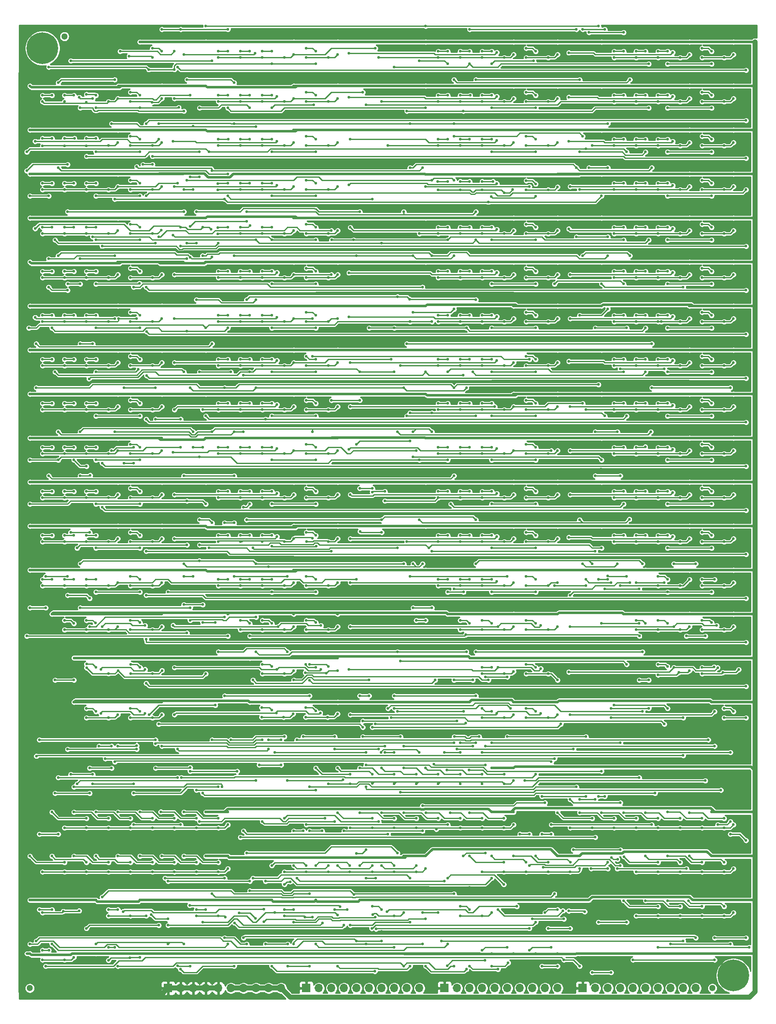
<source format=gbr>
%TF.GenerationSoftware,KiCad,Pcbnew,(5.1.10)-1*%
%TF.CreationDate,2022-02-07T00:04:57+01:00*%
%TF.ProjectId,Engine,456e6769-6e65-42e6-9b69-6361645f7063,v1.0*%
%TF.SameCoordinates,Original*%
%TF.FileFunction,Copper,L2,Bot*%
%TF.FilePolarity,Positive*%
%FSLAX46Y46*%
G04 Gerber Fmt 4.6, Leading zero omitted, Abs format (unit mm)*
G04 Created by KiCad (PCBNEW (5.1.10)-1) date 2022-02-07 00:04:57*
%MOMM*%
%LPD*%
G01*
G04 APERTURE LIST*
%TA.AperFunction,WasherPad*%
%ADD10C,1.300000*%
%TD*%
%TA.AperFunction,ComponentPad*%
%ADD11O,1.700000X1.700000*%
%TD*%
%TA.AperFunction,ComponentPad*%
%ADD12R,1.700000X1.700000*%
%TD*%
%TA.AperFunction,ComponentPad*%
%ADD13C,0.800000*%
%TD*%
%TA.AperFunction,ComponentPad*%
%ADD14C,6.400000*%
%TD*%
%TA.AperFunction,ViaPad*%
%ADD15C,0.550000*%
%TD*%
%TA.AperFunction,ViaPad*%
%ADD16C,0.800000*%
%TD*%
%TA.AperFunction,Conductor*%
%ADD17C,0.500000*%
%TD*%
%TA.AperFunction,Conductor*%
%ADD18C,1.000000*%
%TD*%
%TA.AperFunction,Conductor*%
%ADD19C,0.250000*%
%TD*%
%TA.AperFunction,Conductor*%
%ADD20C,0.254000*%
%TD*%
%TA.AperFunction,Conductor*%
%ADD21C,0.100000*%
%TD*%
G04 APERTURE END LIST*
D10*
%TO.P,H5,*%
%TO.N,*%
X24750000Y1750000D03*
%TD*%
%TO.P,H4,*%
%TO.N,*%
X17750000Y-190500000D03*
%TD*%
%TO.P,H3,*%
%TO.N,*%
X155750000Y-190500000D03*
%TD*%
D11*
%TO.P,J5,10*%
%TO.N,/Computer8*%
X152400000Y-190500000D03*
%TO.P,J5,9*%
%TO.N,/Computer7*%
X149860000Y-190500000D03*
%TO.P,J5,8*%
%TO.N,/Computer6*%
X147320000Y-190500000D03*
%TO.P,J5,7*%
%TO.N,/Computer5*%
X144780000Y-190500000D03*
%TO.P,J5,6*%
%TO.N,/Computer4*%
X142240000Y-190500000D03*
%TO.P,J5,5*%
%TO.N,/Computer3*%
X139700000Y-190500000D03*
%TO.P,J5,4*%
%TO.N,/Computer2*%
X137160000Y-190500000D03*
%TO.P,J5,3*%
%TO.N,/Computer1*%
X134620000Y-190500000D03*
%TO.P,J5,2*%
%TO.N,/Computer0*%
X132080000Y-190500000D03*
D12*
%TO.P,J5,1*%
%TO.N,GND*%
X129540000Y-190500000D03*
%TD*%
D11*
%TO.P,J4,10*%
%TO.N,/Board_P2_0*%
X124460000Y-190500000D03*
%TO.P,J4,9*%
%TO.N,/Board_P2_1*%
X121920000Y-190500000D03*
%TO.P,J4,8*%
%TO.N,/Board_P2_2*%
X119380000Y-190500000D03*
%TO.P,J4,7*%
%TO.N,/Board_P2_3*%
X116840000Y-190500000D03*
%TO.P,J4,6*%
%TO.N,/Board_P2_4*%
X114300000Y-190500000D03*
%TO.P,J4,5*%
%TO.N,/Board_P2_5*%
X111760000Y-190500000D03*
%TO.P,J4,4*%
%TO.N,/Board_P2_6*%
X109220000Y-190500000D03*
%TO.P,J4,3*%
%TO.N,/Board_P2_7*%
X106680000Y-190500000D03*
%TO.P,J4,2*%
%TO.N,/Board_P2_8*%
X104140000Y-190500000D03*
D12*
%TO.P,J4,1*%
%TO.N,GND*%
X101600000Y-190500000D03*
%TD*%
D11*
%TO.P,J3,10*%
%TO.N,/Board_P1_0*%
X96520000Y-190500000D03*
%TO.P,J3,9*%
%TO.N,/Board_P1_1*%
X93980000Y-190500000D03*
%TO.P,J3,8*%
%TO.N,/Board_P1_2*%
X91440000Y-190500000D03*
%TO.P,J3,7*%
%TO.N,/Board_P1_3*%
X88900000Y-190500000D03*
%TO.P,J3,6*%
%TO.N,/Board_P1_4*%
X86360000Y-190500000D03*
%TO.P,J3,5*%
%TO.N,/Board_P1_5*%
X83820000Y-190500000D03*
%TO.P,J3,4*%
%TO.N,/Board_P1_6*%
X81280000Y-190500000D03*
%TO.P,J3,3*%
%TO.N,/Board_P1_7*%
X78740000Y-190500000D03*
%TO.P,J3,2*%
%TO.N,/Board_P1_8*%
X76200000Y-190500000D03*
D12*
%TO.P,J3,1*%
%TO.N,GND*%
X73660000Y-190500000D03*
%TD*%
D11*
%TO.P,J1,10*%
%TO.N,+5V*%
X68580000Y-190500000D03*
%TO.P,J1,9*%
X66040000Y-190500000D03*
%TO.P,J1,8*%
X63500000Y-190500000D03*
%TO.P,J1,7*%
X60960000Y-190500000D03*
%TO.P,J1,6*%
X58420000Y-190500000D03*
%TO.P,J1,5*%
%TO.N,GND*%
X55880000Y-190500000D03*
%TO.P,J1,4*%
X53340000Y-190500000D03*
%TO.P,J1,3*%
X50800000Y-190500000D03*
%TO.P,J1,2*%
X48260000Y-190500000D03*
D12*
%TO.P,J1,1*%
X45720000Y-190500000D03*
%TD*%
D13*
%TO.P,H2,1*%
%TO.N,N/C*%
X22017056Y1062056D03*
X20320000Y1765000D03*
X18622944Y1062056D03*
X17920000Y-635000D03*
X18622944Y-2332056D03*
X20320000Y-3035000D03*
X22017056Y-2332056D03*
X22720000Y-635000D03*
D14*
X20320000Y-635000D03*
%TD*%
D13*
%TO.P,H1,1*%
%TO.N,N/C*%
X161717056Y-186262944D03*
X160020000Y-185560000D03*
X158322944Y-186262944D03*
X157620000Y-187960000D03*
X158322944Y-189657056D03*
X160020000Y-190360000D03*
X161717056Y-189657056D03*
X162420000Y-187960000D03*
D14*
X160020000Y-187960000D03*
%TD*%
D15*
%TO.N,GND*%
X84455000Y-187960000D03*
X71120000Y-187960000D03*
X62230000Y-187960000D03*
X48895000Y-187960000D03*
X75565000Y-187960000D03*
X66675000Y-187960000D03*
X80010000Y-187960000D03*
X57785000Y-187960000D03*
X53340000Y-187960000D03*
X128905000Y-187960000D03*
X115570000Y-187960000D03*
X106680000Y-187960000D03*
X93345000Y-187960000D03*
X120015000Y-187960000D03*
X111125000Y-187960000D03*
X124460000Y-187960000D03*
X102235000Y-187960000D03*
X97790000Y-187960000D03*
X133350000Y-5715000D03*
X137795000Y-5715000D03*
X142240000Y-5715000D03*
X146685000Y-5715000D03*
X160020000Y-5715000D03*
X57785000Y-121285000D03*
X62230000Y-121285000D03*
X66675000Y-121285000D03*
X71120000Y-121285000D03*
X75565000Y-121285000D03*
X80010000Y-121285000D03*
X137795000Y-121285000D03*
X142240000Y-121285000D03*
X146685000Y-121285000D03*
X151130000Y-121285000D03*
X155575000Y-121285000D03*
X160020000Y-121285000D03*
X22225000Y-121285000D03*
X26670000Y-121285000D03*
X31115000Y-121285000D03*
X35560000Y-121285000D03*
X40005000Y-121285000D03*
X44450000Y-121285000D03*
X102235000Y-121285000D03*
X106680000Y-121285000D03*
X111125000Y-121285000D03*
X115570000Y-121285000D03*
X120015000Y-121285000D03*
X124460000Y-121285000D03*
X40015001Y-130135001D03*
X35570001Y-130135001D03*
X26680001Y-130135001D03*
X31125001Y-130135001D03*
X75565000Y-130175000D03*
X71120000Y-130175000D03*
X62230000Y-130175000D03*
X66675000Y-130175000D03*
X80010000Y-130175000D03*
X40005000Y-139065000D03*
X35560000Y-139065000D03*
X31115000Y-139065000D03*
X44450000Y-139065000D03*
X120015000Y-139065000D03*
X115570000Y-139065000D03*
X111125000Y-139065000D03*
X124460000Y-139065000D03*
X70985001Y-138925001D03*
X128905000Y-170180000D03*
X124460000Y-170180000D03*
X120015000Y-170180000D03*
X115570000Y-170180000D03*
X111125000Y-170180000D03*
X106680000Y-170180000D03*
X160020000Y-179070000D03*
X155575000Y-179070000D03*
X151130000Y-179070000D03*
X146685000Y-179070000D03*
X142240000Y-179070000D03*
X137795000Y-179070000D03*
X160020000Y-170180000D03*
X155575000Y-170180000D03*
X151130000Y-170180000D03*
X146685000Y-170180000D03*
X142240000Y-170180000D03*
X137795000Y-170180000D03*
X115570000Y-161290000D03*
X111125000Y-161290000D03*
X106680000Y-161290000D03*
X102235000Y-161290000D03*
X97790000Y-161290000D03*
X88900000Y-161290000D03*
X84455000Y-161290000D03*
X80010000Y-161290000D03*
X75565000Y-152400000D03*
X80010000Y-152400000D03*
X84455000Y-152400000D03*
X88900000Y-152400000D03*
X97790000Y-152400000D03*
X102235000Y-152400000D03*
X106680000Y-152400000D03*
X111125000Y-152400000D03*
X115570000Y-152400000D03*
D16*
X15965010Y-5715000D03*
X15965010Y-14514990D03*
X15965010Y-23404990D03*
X15965010Y-32475010D03*
X15965010Y-41365010D03*
X15965010Y-50709990D03*
X15965010Y-58964990D03*
X15965010Y-67854990D03*
X15965010Y-76744990D03*
X15965010Y-85634990D03*
X15965010Y-94524990D03*
X15965010Y-103414990D03*
X15965010Y-111850010D03*
X15965010Y-121194990D03*
X15965010Y-130084990D03*
X15965010Y-138974990D03*
X15965010Y-152490010D03*
X15965010Y-170089990D03*
X15965010Y-161380010D03*
X15965010Y-179160010D03*
X15965010Y-188050010D03*
D15*
X73660000Y-187960000D03*
X101600000Y-187960000D03*
X129540000Y-187960000D03*
X151130000Y-5715000D03*
X155575000Y-5715000D03*
X53340000Y-5715000D03*
X57785000Y-5715000D03*
X62230000Y-5715000D03*
X66675000Y-5715000D03*
X80010000Y-5715000D03*
X71120000Y-5715000D03*
X75565000Y-5715000D03*
X97790000Y-5715000D03*
X102235000Y-5715000D03*
X111125000Y-5715000D03*
X124460000Y-5715000D03*
X115570000Y-5715000D03*
X120015000Y-5715000D03*
X17780000Y-14605000D03*
X22225000Y-14605000D03*
X26670000Y-14605000D03*
X31115000Y-14605000D03*
X44450000Y-14605000D03*
X35560000Y-14605000D03*
X40005000Y-14605000D03*
X53340000Y-14605000D03*
X62230000Y-14605000D03*
X66675000Y-14605000D03*
X80010000Y-14605000D03*
X71120000Y-14605000D03*
X75565000Y-14605000D03*
X102235000Y-14605000D03*
X111125000Y-14605000D03*
X124460000Y-14605000D03*
X115570000Y-14605000D03*
X120015000Y-14605000D03*
X133350000Y-14605000D03*
X137795000Y-14605000D03*
X142240000Y-14605000D03*
X146685000Y-14605000D03*
X160020000Y-14605000D03*
X151130000Y-14605000D03*
X155575000Y-14605000D03*
X17780000Y-23495000D03*
X22225000Y-23495000D03*
X31115000Y-23495000D03*
X44450000Y-23495000D03*
X35560000Y-23495000D03*
X40005000Y-23495000D03*
X97790000Y-76835000D03*
X102235000Y-76835000D03*
X106680000Y-76835000D03*
X111125000Y-76835000D03*
X124460000Y-76835000D03*
X115570000Y-76835000D03*
X120015000Y-76835000D03*
X133350000Y-76835000D03*
X137795000Y-76835000D03*
X142240000Y-76835000D03*
X146685000Y-76835000D03*
X160020000Y-76835000D03*
X151130000Y-76835000D03*
X155575000Y-76835000D03*
X53340000Y-85725000D03*
X57785000Y-85725000D03*
X62230000Y-85725000D03*
X66675000Y-85725000D03*
X80010000Y-85725000D03*
X71120000Y-85725000D03*
X75565000Y-85725000D03*
X97790000Y-85725000D03*
X102235000Y-85725000D03*
X106680000Y-85725000D03*
X111125000Y-85725000D03*
X124460000Y-85725000D03*
X115570000Y-85725000D03*
X120015000Y-85725000D03*
X17780000Y-94615000D03*
X22225000Y-94615000D03*
X26670000Y-94615000D03*
X31115000Y-94615000D03*
X44450000Y-94615000D03*
X35560000Y-94615000D03*
X40005000Y-94615000D03*
X53340000Y-94615000D03*
X57785000Y-94615000D03*
X62230000Y-94615000D03*
X66675000Y-94615000D03*
X80010000Y-94615000D03*
X71120000Y-94615000D03*
X75565000Y-94615000D03*
X17780000Y-85725000D03*
X22225000Y-85725000D03*
X26670000Y-85725000D03*
X31115000Y-85725000D03*
X44450000Y-85725000D03*
X35560000Y-85725000D03*
X40005000Y-85725000D03*
X137795000Y-85725000D03*
X142240000Y-85725000D03*
X146685000Y-85725000D03*
X160020000Y-85725000D03*
X151130000Y-85725000D03*
X155575000Y-85725000D03*
X53340000Y-76835000D03*
X57785000Y-76835000D03*
X62230000Y-76835000D03*
X66675000Y-76835000D03*
X80010000Y-76835000D03*
X71120000Y-76835000D03*
X75565000Y-76835000D03*
X133350000Y-32385000D03*
X137795000Y-32385000D03*
X142240000Y-32385000D03*
X146685000Y-32385000D03*
X160020000Y-32385000D03*
X151130000Y-32385000D03*
X155575000Y-32385000D03*
X17780000Y-41275000D03*
X22225000Y-41275000D03*
X26670000Y-41275000D03*
X31115000Y-41275000D03*
X44450000Y-41275000D03*
X35560000Y-41275000D03*
X40005000Y-41275000D03*
X57785000Y-41275000D03*
X62230000Y-41275000D03*
X66675000Y-41275000D03*
X80010000Y-41275000D03*
X71120000Y-41275000D03*
X75565000Y-41275000D03*
X53340000Y-23495000D03*
X62230000Y-23495000D03*
X66675000Y-23495000D03*
X80010000Y-23495000D03*
X71120000Y-23495000D03*
X75565000Y-23495000D03*
X97790000Y-23495000D03*
X102235000Y-23495000D03*
X106680000Y-23495000D03*
X111125000Y-23495000D03*
X124460000Y-23495000D03*
X115570000Y-23495000D03*
X120015000Y-23495000D03*
X133350000Y-23495000D03*
X137795000Y-23495000D03*
X142240000Y-23495000D03*
X146685000Y-23495000D03*
X160020000Y-23495000D03*
X151130000Y-23495000D03*
X155575000Y-23495000D03*
X17780000Y-32385000D03*
X22225000Y-32385000D03*
X26670000Y-32385000D03*
X31115000Y-32385000D03*
X44450000Y-32385000D03*
X35560000Y-32385000D03*
X40005000Y-32385000D03*
X53340000Y-32385000D03*
X57785000Y-32385000D03*
X62230000Y-32385000D03*
X66675000Y-32385000D03*
X80010000Y-32385000D03*
X71120000Y-32385000D03*
X75565000Y-32385000D03*
X111125000Y-32490000D03*
X124460000Y-32490000D03*
X115570000Y-32490000D03*
X120015000Y-32490000D03*
X97790000Y-41275000D03*
X102235000Y-41275000D03*
X106680000Y-41275000D03*
X111125000Y-41275000D03*
X124460000Y-41275000D03*
X115570000Y-41275000D03*
X120015000Y-41275000D03*
X133350000Y-41275000D03*
X137795000Y-41275000D03*
X142240000Y-41275000D03*
X146685000Y-41275000D03*
X160020000Y-41275000D03*
X151130000Y-41275000D03*
X155575000Y-41275000D03*
X17780000Y-50165000D03*
X22225000Y-50165000D03*
X26670000Y-50165000D03*
X31115000Y-50165000D03*
X44450000Y-50165000D03*
X35560000Y-50165000D03*
X40005000Y-50165000D03*
X53340000Y-50165000D03*
X57785000Y-50165000D03*
X62230000Y-50165000D03*
X66675000Y-50165000D03*
X80010000Y-50165000D03*
X71120000Y-50165000D03*
X75565000Y-50165000D03*
X97790000Y-50165000D03*
X102235000Y-50165000D03*
X106680000Y-50165000D03*
X111125000Y-50165000D03*
X124460000Y-50165000D03*
X115570000Y-50165000D03*
X120015000Y-50165000D03*
X133350000Y-50165000D03*
X137795000Y-50165000D03*
X142240000Y-50165000D03*
X146685000Y-50165000D03*
X160020000Y-50165000D03*
X151130000Y-50165000D03*
X155575000Y-50165000D03*
X97790000Y-94615000D03*
X102235000Y-94615000D03*
X106680000Y-94615000D03*
X111125000Y-94615000D03*
X124460000Y-94615000D03*
X115570000Y-94615000D03*
X120015000Y-94615000D03*
X133350000Y-94615000D03*
X137795000Y-94615000D03*
X142240000Y-94615000D03*
X146685000Y-94615000D03*
X160020000Y-94615000D03*
X151130000Y-94615000D03*
X155575000Y-94615000D03*
X17780000Y-103505000D03*
X22225000Y-103505000D03*
X26670000Y-103505000D03*
X31115000Y-103505000D03*
X44450000Y-103505000D03*
X35560000Y-103505000D03*
X40005000Y-103505000D03*
X53340000Y-103505000D03*
X62230000Y-103505000D03*
X66675000Y-103505000D03*
X80010000Y-103505000D03*
X71120000Y-103505000D03*
X75565000Y-103505000D03*
X97790000Y-103505000D03*
X102235000Y-103505000D03*
X106680000Y-103505000D03*
X111125000Y-103505000D03*
X124460000Y-103505000D03*
X115570000Y-103505000D03*
X120015000Y-103505000D03*
X133350000Y-103505000D03*
X137795000Y-103505000D03*
X142240000Y-103505000D03*
X146685000Y-103505000D03*
X160020000Y-103505000D03*
X151130000Y-103505000D03*
X155575000Y-103505000D03*
X17780000Y-59055000D03*
X22225000Y-59055000D03*
X26670000Y-59055000D03*
X31115000Y-59055000D03*
X44450000Y-59055000D03*
X35560000Y-59055000D03*
X40005000Y-59055000D03*
X53340000Y-59055000D03*
X57785000Y-59055000D03*
X62230000Y-59055000D03*
X66675000Y-59055000D03*
X80010000Y-59055000D03*
X71120000Y-59055000D03*
X75565000Y-59055000D03*
X97790000Y-59055000D03*
X102235000Y-59055000D03*
X106680000Y-59055000D03*
X111125000Y-59055000D03*
X124460000Y-59055000D03*
X115570000Y-59055000D03*
X120015000Y-59055000D03*
X133350000Y-59055000D03*
X137795000Y-59055000D03*
X142240000Y-59055000D03*
X146685000Y-59055000D03*
X160020000Y-59055000D03*
X151130000Y-59055000D03*
X155575000Y-59055000D03*
X17780000Y-67945000D03*
X22225000Y-67945000D03*
X26670000Y-67945000D03*
X31115000Y-67945000D03*
X44450000Y-67945000D03*
X35560000Y-67945000D03*
X40005000Y-67945000D03*
X53340000Y-67945000D03*
X62230000Y-67945000D03*
X66675000Y-67945000D03*
X80010000Y-67945000D03*
X71120000Y-67945000D03*
X75565000Y-67945000D03*
X97790000Y-67945000D03*
X102235000Y-67945000D03*
X106680000Y-67945000D03*
X111125000Y-67945000D03*
X124460000Y-67945000D03*
X115570000Y-67945000D03*
X120015000Y-67945000D03*
X133350000Y-67945000D03*
X137795000Y-67945000D03*
X142240000Y-67945000D03*
X146685000Y-67945000D03*
X160020000Y-67945000D03*
X151130000Y-67945000D03*
X155575000Y-67945000D03*
X17780000Y-76835000D03*
X22225000Y-76835000D03*
X26670000Y-76835000D03*
X31115000Y-76835000D03*
X44450000Y-76835000D03*
X35560000Y-76835000D03*
X40005000Y-76835000D03*
X17780000Y-112395000D03*
X22225000Y-112395000D03*
X26670000Y-112395000D03*
X31115000Y-112395000D03*
X44450000Y-112395000D03*
X35560000Y-112395000D03*
X40005000Y-112395000D03*
X53340000Y-112395000D03*
X57785000Y-112395000D03*
X62230000Y-112395000D03*
X66675000Y-112395000D03*
X80010000Y-112395000D03*
X71120000Y-112395000D03*
X75565000Y-112395000D03*
X97790000Y-112395000D03*
X102235000Y-112395000D03*
X106680000Y-112395000D03*
X111125000Y-112395000D03*
X124460000Y-112395000D03*
X115570000Y-112395000D03*
X120015000Y-112395000D03*
X66675000Y-170180000D03*
X71120000Y-170180000D03*
X75565000Y-170180000D03*
X80010000Y-170180000D03*
X84455000Y-170180000D03*
X88900000Y-170180000D03*
X93345000Y-170180000D03*
X97790000Y-170180000D03*
X142240000Y-112395000D03*
X146685000Y-112395000D03*
X151130000Y-112395000D03*
X155575000Y-112395000D03*
X160020000Y-112395000D03*
X35560000Y-5715000D03*
X40005000Y-5715000D03*
X44450000Y-5715000D03*
X160020000Y-139065000D03*
X155575000Y-139065000D03*
X124550010Y-179160010D03*
X119924990Y-179160010D03*
X129449990Y-179160010D03*
X17689990Y-179160010D03*
X22315010Y-179160010D03*
X26760010Y-179160010D03*
X31024990Y-179160010D03*
X35469990Y-179160010D03*
X39914990Y-179160010D03*
X17780000Y-187960000D03*
X22225000Y-187960000D03*
X26670000Y-187960000D03*
X31115000Y-187960000D03*
X35560000Y-187960000D03*
X40005000Y-187960000D03*
X66584990Y-179160010D03*
X71210010Y-179160010D03*
X75565000Y-179070000D03*
X84545010Y-179160010D03*
X88900000Y-179070000D03*
X93435010Y-179160010D03*
X102325010Y-179160010D03*
X106770010Y-179160010D03*
X111215010Y-179160010D03*
X57694990Y-179160010D03*
X48985010Y-179160010D03*
X106775009Y-5715000D03*
X106775009Y-14605000D03*
X57880009Y-14605000D03*
X57880009Y-23495000D03*
X156210000Y-161290000D03*
X160020000Y-161290000D03*
X151130000Y-161290000D03*
X146685000Y-161290000D03*
X142240000Y-161290000D03*
X137795000Y-161290000D03*
X133350000Y-161290000D03*
X128905000Y-161290000D03*
X124460000Y-161290000D03*
X93426772Y-161208228D03*
X106680000Y-32490000D03*
X97790000Y-32490000D03*
X102235000Y-32490000D03*
X97858594Y-14498099D03*
X57785000Y-161290000D03*
X48895000Y-161290000D03*
X45085000Y-161290000D03*
X35560000Y-161290000D03*
X31115000Y-161290000D03*
X27305000Y-161290000D03*
X22225000Y-161290000D03*
X17780000Y-170180000D03*
X22225000Y-170180000D03*
X26670000Y-170180000D03*
X31115000Y-170180000D03*
X35560000Y-170180000D03*
X40005000Y-170180000D03*
X44450000Y-170180000D03*
X48895000Y-170180000D03*
X53340000Y-170180000D03*
X57785000Y-170180000D03*
X26339990Y-139435011D03*
X26765009Y-23514468D03*
X22225000Y-23495000D03*
X26765009Y-23514468D03*
X142279999Y-130140010D03*
X155614999Y-130140010D03*
X160615001Y-130140010D03*
X146724999Y-130140010D03*
X151169999Y-130140010D03*
X119975001Y-130140010D03*
X44460001Y-130140010D03*
X106640001Y-130140010D03*
X111164999Y-130140010D03*
X124499999Y-130140010D03*
X22225000Y-50165000D03*
X53435009Y-161290000D03*
X53305010Y-179160010D03*
X57785000Y-68360021D03*
X61899990Y-139435011D03*
X133243228Y-85618228D03*
X53340000Y-41690021D03*
X106349990Y-139435011D03*
X93339602Y-152445041D03*
X40111772Y-161183228D03*
X75530010Y-138903221D03*
X57923650Y-103428696D03*
X115535010Y-130140010D03*
X79952789Y-138903221D03*
X66640010Y-138925001D03*
X161290000Y-147320000D03*
X163195000Y-156845000D03*
%TO.N,+5V*%
X48895000Y-183515000D03*
X53340000Y-183515000D03*
X57785000Y-183515000D03*
X62230000Y-183515000D03*
X66675000Y-183515000D03*
X71120000Y-183515000D03*
X75565000Y-183515000D03*
X80010000Y-183515000D03*
X84455000Y-183515000D03*
X93345000Y-183515000D03*
X97790000Y-183515000D03*
X102235000Y-183515000D03*
X106680000Y-183515000D03*
X111125000Y-183515000D03*
X115570000Y-183515000D03*
X120015000Y-183515000D03*
X124460000Y-183515000D03*
X128905000Y-183515000D03*
X151130000Y635000D03*
X160020000Y635000D03*
X133350000Y635000D03*
X57785000Y-114935000D03*
X71120000Y-114935000D03*
X80010000Y-114935000D03*
X137795000Y-114935000D03*
X151130000Y-114935000D03*
X160020000Y-114935000D03*
X22225000Y-114935000D03*
X35560000Y-114935000D03*
X44450000Y-114935000D03*
X102235000Y-114935000D03*
X115570000Y-114935000D03*
X124460000Y-114935000D03*
X44460001Y-123785001D03*
X35570001Y-123785001D03*
X26680001Y-123785001D03*
X80010000Y-123825000D03*
X71120000Y-123825000D03*
X62230000Y-123825000D03*
X44450000Y-132715000D03*
X35560000Y-132715000D03*
X26670000Y-132715000D03*
X124460000Y-132715000D03*
X115570000Y-132715000D03*
X106680000Y-132715000D03*
X124460000Y-163830000D03*
X128905000Y-163830000D03*
X155575000Y-172720000D03*
X160020000Y-172720000D03*
X155575000Y-163830000D03*
X160020000Y-163830000D03*
X111125000Y-154940000D03*
X115570000Y-154940000D03*
X53340000Y-154940000D03*
X57785000Y-154940000D03*
X155575000Y-154940000D03*
X160020000Y-154940000D03*
X111125000Y-146050000D03*
X115570000Y-146050000D03*
X53340000Y-163830000D03*
X57785000Y-163830000D03*
D16*
X164374990Y635000D03*
X164374990Y-8345010D03*
X164374990Y-17054990D03*
X164374990Y-25944990D03*
X164374990Y-35015010D03*
X164374990Y-43724990D03*
X164374990Y-52614990D03*
X164374990Y-61685010D03*
X164374990Y-70575010D03*
X164374990Y-79284990D03*
X164374990Y-88355010D03*
X164374990Y-97245010D03*
X164374990Y-106135010D03*
X164374990Y-115025010D03*
X164374990Y-123915010D03*
X164374990Y-132805010D03*
D15*
X164374990Y-183605010D03*
D16*
X164374990Y-172629990D03*
X164374990Y-163739990D03*
X164374990Y-154849990D03*
X164374990Y-146594990D03*
D15*
X71120000Y635000D03*
X80010000Y635000D03*
X53340000Y635000D03*
X115570000Y635000D03*
X124460000Y635000D03*
X97790000Y635000D03*
X44450000Y-8255000D03*
X17780000Y-8255000D03*
X71120000Y-8255000D03*
X80010000Y-8255000D03*
X53340000Y-8255000D03*
X115570000Y-8255000D03*
X124460000Y-8255000D03*
X97790000Y-8255000D03*
X151130000Y-8255000D03*
X160020000Y-8255000D03*
X133350000Y-8255000D03*
X35560000Y-17145000D03*
X44450000Y-17145000D03*
X17780000Y-17145000D03*
X115570000Y-70485000D03*
X124460000Y-70485000D03*
X97790000Y-70485000D03*
X151130000Y-70485000D03*
X160020000Y-70485000D03*
X133350000Y-70485000D03*
X71120000Y-79375000D03*
X80010000Y-79375000D03*
X53340000Y-79375000D03*
X115570000Y-79375000D03*
X124460000Y-79375000D03*
X97790000Y-79375000D03*
X35560000Y-88265000D03*
X44450000Y-88265000D03*
X17780000Y-88265000D03*
X71120000Y-88265000D03*
X80010000Y-88265000D03*
X53340000Y-88265000D03*
X35560000Y-79375000D03*
X44450000Y-79375000D03*
X17780000Y-79375000D03*
X151130000Y-79375000D03*
X160020000Y-79375000D03*
X71120000Y-70485000D03*
X80010000Y-70485000D03*
X53340000Y-70485000D03*
X151130000Y-26035000D03*
X160020000Y-26035000D03*
X133350000Y-26035000D03*
X35560000Y-34925000D03*
X44450000Y-34925000D03*
X17780000Y-34925000D03*
X71120000Y-34925000D03*
X80010000Y-34925000D03*
X53340000Y-34925000D03*
X71120000Y-17145000D03*
X80010000Y-17145000D03*
X53340000Y-17145000D03*
X115570000Y-17145000D03*
X124460000Y-17145000D03*
X97790000Y-17145000D03*
X151130000Y-17145000D03*
X160020000Y-17145000D03*
X133350000Y-17145000D03*
X35560000Y-26035000D03*
X44450000Y-26035000D03*
X17780000Y-26035000D03*
X71120000Y-26035000D03*
X80010000Y-26035000D03*
X115570000Y-26140000D03*
X124460000Y-26140000D03*
X97790000Y-26140000D03*
X115570000Y-34925000D03*
X124460000Y-34925000D03*
X97790000Y-34925000D03*
X151130000Y-34925000D03*
X160020000Y-34925000D03*
X133350000Y-34925000D03*
X35560000Y-43815000D03*
X44450000Y-43815000D03*
X17780000Y-43815000D03*
X71120000Y-43815000D03*
X80010000Y-43815000D03*
X53340000Y-43815000D03*
X115570000Y-43815000D03*
X124460000Y-43815000D03*
X97790000Y-43815000D03*
X151130000Y-43815000D03*
X160020000Y-43815000D03*
X133350000Y-43815000D03*
X115570000Y-88265000D03*
X124460000Y-88265000D03*
X97790000Y-88265000D03*
X151130000Y-88265000D03*
X160020000Y-88265000D03*
X133350000Y-88265000D03*
X35560000Y-97155000D03*
X44450000Y-97155000D03*
X17780000Y-97155000D03*
X71120000Y-97155000D03*
X80010000Y-97155000D03*
X53340000Y-97155000D03*
X115570000Y-97155000D03*
X124460000Y-97155000D03*
X97790000Y-97155000D03*
X151130000Y-97155000D03*
X160020000Y-97155000D03*
X133350000Y-97155000D03*
X35560000Y-52705000D03*
X44450000Y-52705000D03*
X17780000Y-52705000D03*
X71120000Y-52705000D03*
X80010000Y-52705000D03*
X53340000Y-52705000D03*
X115570000Y-52705000D03*
X124460000Y-52705000D03*
X97790000Y-52705000D03*
X151130000Y-52705000D03*
X160020000Y-52705000D03*
X133350000Y-52705000D03*
X35560000Y-61595000D03*
X44450000Y-61595000D03*
X17780000Y-61595000D03*
X71120000Y-61595000D03*
X80010000Y-61595000D03*
X53340000Y-61595000D03*
X115570000Y-61595000D03*
X124460000Y-61595000D03*
X97790000Y-61595000D03*
X151130000Y-61595000D03*
X160020000Y-61595000D03*
X133350000Y-61595000D03*
X35560000Y-70485000D03*
X44450000Y-70485000D03*
X17780000Y-70485000D03*
X35560000Y-106045000D03*
X44450000Y-106045000D03*
X17780000Y-106045000D03*
X71120000Y-106045000D03*
X80010000Y-106045000D03*
X53340000Y-106045000D03*
X115570000Y-106045000D03*
X124460000Y-106045000D03*
X97790000Y-106045000D03*
X62230000Y-132715000D03*
X71120000Y-132715000D03*
X80010000Y-132715000D03*
X97790000Y-163830000D03*
X93345000Y-163830000D03*
X160020000Y-106045000D03*
X151130000Y-106045000D03*
X142240000Y-106045000D03*
X40005000Y635000D03*
X151169999Y-123785001D03*
X160059999Y-123785001D03*
X142200001Y-123785001D03*
X155575000Y-132715000D03*
X120015000Y-172720000D03*
X128905000Y-172720000D03*
X106719999Y-123785001D03*
X115609999Y-123785001D03*
X124499999Y-123785001D03*
X17780000Y-172720000D03*
X40005000Y-183515000D03*
X31115000Y-183515000D03*
X26670000Y-183515000D03*
X17780000Y-183515000D03*
X75565000Y-172720000D03*
X66675000Y-172720000D03*
X48895000Y-172720000D03*
X57785000Y-172720000D03*
X111125000Y-172720000D03*
X93345000Y-172720000D03*
X84455000Y-172720000D03*
X40005000Y-172720000D03*
X31115000Y-172720000D03*
X26670000Y-172720000D03*
X102235000Y-172720000D03*
X53233228Y-26141772D03*
X35675013Y-8255000D03*
X133346238Y-79375244D03*
%TO.N,/Board_P1_8*%
X31115000Y-181610000D03*
X48895000Y-181610000D03*
X45720000Y-177800000D03*
X45720000Y-181610000D03*
X76909996Y-177303548D03*
%TO.N,/Board_P1_7*%
X67310000Y-175260000D03*
X52705000Y-177165000D03*
X79974696Y-175737699D03*
%TO.N,/Board_P1_6*%
X57785000Y-181610000D03*
X17780000Y-181610000D03*
X81280000Y-177800000D03*
X59129999Y-177304954D03*
%TO.N,/Board_P1_5*%
X103505000Y-171450000D03*
X62230000Y-170815000D03*
X83291772Y-171556772D03*
%TO.N,/Board_P1_4*%
X66675000Y-186055000D03*
X120015000Y-177165000D03*
X86879987Y-178435000D03*
X87513396Y-187105021D03*
%TO.N,/Board_P1_3*%
X88900000Y-180975000D03*
X83799998Y-180975000D03*
X71120000Y-181610000D03*
%TO.N,/Board_P1_2*%
X91440000Y-182245000D03*
X75565000Y-181610000D03*
X74295000Y-171450000D03*
X32385000Y-172085000D03*
%TO.N,/Board_P1_1*%
X94615000Y-186055000D03*
X80010000Y-186055000D03*
X50090002Y-173765001D03*
X80465569Y-173991521D03*
%TO.N,/Board_P1_0*%
X97155000Y-181610000D03*
X85725000Y-181610000D03*
X19050000Y-180975000D03*
%TO.N,/Board_P2_8*%
X103505000Y-186055000D03*
X93345000Y-186055000D03*
X35560000Y-186055000D03*
%TO.N,/Board_P2_7*%
X106024998Y-186690000D03*
X97790000Y-186055000D03*
X97790000Y-176530000D03*
X71120000Y-177165000D03*
%TO.N,/Board_P2_6*%
X102128228Y-185948228D03*
X109748228Y-184891772D03*
X102235000Y-181610000D03*
X22225000Y-181610000D03*
%TO.N,/Board_P2_5*%
X112395000Y-186690000D03*
X106680000Y-186055000D03*
%TO.N,/Board_P2_4*%
X111125000Y-186055000D03*
X114471161Y-185385010D03*
X112395000Y-174625000D03*
X125505001Y-174849999D03*
%TO.N,/Board_P2_3*%
X116205000Y-173990000D03*
X89945001Y-175035001D03*
%TO.N,/Board_P2_2*%
X118745000Y-178435000D03*
X36605001Y-175035001D03*
X87737477Y-178542477D03*
X87623163Y-176114981D03*
X65100010Y-177042953D03*
X65100010Y-174502953D03*
%TO.N,/Board_P2_1*%
X121285000Y-186055000D03*
X124460000Y-186055000D03*
X123804998Y-171450000D03*
X54610000Y-171450000D03*
%TO.N,/Board_P2_0*%
X125730000Y-184785000D03*
X128905000Y-186055000D03*
X20975002Y-186055000D03*
%TO.N,/Computer8*%
X152400000Y-180340000D03*
X60960000Y-180340000D03*
%TO.N,/Computer7*%
X149860000Y-180975000D03*
X100965000Y-180975000D03*
%TO.N,/Computer6*%
X147320000Y-181610000D03*
X159385000Y-181610000D03*
X159385000Y-159385000D03*
X162560000Y-160655000D03*
%TO.N,/Computer5*%
X144780000Y-182245000D03*
X163195000Y-182245000D03*
%TO.N,/Computer4*%
X140970000Y-147955000D03*
X117840000Y-148555010D03*
%TO.N,/Computer3*%
X139700000Y-184785000D03*
X156210000Y-184785000D03*
X156210000Y-180340000D03*
X162560000Y-180340000D03*
%TO.N,/Computer2*%
X137160000Y-165735000D03*
X118745000Y-165735000D03*
%TO.N,/Computer1*%
X134620000Y-166370000D03*
X131234272Y-166335010D03*
%TO.N,/Computer0*%
X132080000Y-160020000D03*
X60325000Y-160020000D03*
%TO.N,/Sheet6047D39E/OUT0*%
X17145000Y-119380000D03*
X57785000Y-119380000D03*
X99060000Y-55880000D03*
X53340000Y-57150000D03*
X99060000Y-74295000D03*
X94615000Y-74295000D03*
X94615000Y-55880000D03*
X133985000Y-74930000D03*
X17564998Y-57150000D03*
X85725000Y-168275000D03*
X87650002Y-168275000D03*
X88265000Y-156845000D03*
X69215000Y-156210000D03*
X69215000Y-139700000D03*
X58420000Y-140335000D03*
%TO.N,/Sheet6047D39E/OUT1*%
X99060000Y-78105000D03*
X54610000Y-78105000D03*
X34904998Y-78105000D03*
X34925000Y-55245000D03*
X18825001Y-55020001D03*
X95250000Y-78105000D03*
X95250000Y-53975000D03*
X103505000Y-53340000D03*
X74909998Y-78105000D03*
X74295000Y-125095000D03*
X79375000Y-174625000D03*
X81915000Y-174625000D03*
X78139990Y-125519272D03*
%TO.N,/Sheet6047D39E/OUT2*%
X138430000Y-107315000D03*
X57785000Y-57150000D03*
X22225000Y-57150000D03*
X98425000Y-101600000D03*
X133350000Y-101600000D03*
X52070000Y-95885000D03*
X54610000Y-96520000D03*
X53340000Y-92710000D03*
X17780000Y-92710000D03*
X49530000Y-92075000D03*
X49530000Y-57785000D03*
X79375000Y-156845000D03*
X64770000Y-156845000D03*
X64770000Y-140335000D03*
X54610000Y-140335000D03*
X52070000Y-100965000D03*
X134620000Y-107199987D03*
%TO.N,/Sheet6047D39E/OUT3*%
X19050000Y-60325000D03*
X54610000Y-60325000D03*
X138430000Y-74930000D03*
X53340000Y-74930000D03*
X65405000Y-75565000D03*
X65425002Y-181610000D03*
X69870002Y-181610000D03*
X69870002Y-186055000D03*
X74295000Y-186055000D03*
%TO.N,/Sheet6047D39E/OUT4*%
X23495000Y-83820000D03*
X17780000Y-83820000D03*
X52070000Y-83185000D03*
X96520000Y-95885000D03*
X52070000Y-66040000D03*
X58420000Y-66040000D03*
X102235000Y-83820000D03*
X96520000Y-83820000D03*
X128905000Y-95885000D03*
X128905000Y-54610000D03*
X134620000Y-53340000D03*
X138958228Y-95778228D03*
X53975000Y-101600000D03*
X78740000Y-102235000D03*
X79375000Y-139700000D03*
X73025000Y-139700000D03*
X73025000Y-158750000D03*
X71120000Y-158750000D03*
X69215000Y-169545000D03*
X70368227Y-169006771D03*
%TO.N,/Sheet6047D39E/OUT5*%
X97155000Y-104775000D03*
X48895000Y-104775000D03*
X48895000Y-86995000D03*
X59055000Y-86995000D03*
X48895000Y-66040000D03*
X22860000Y-66040000D03*
X95250000Y-104775000D03*
X95250000Y-83185000D03*
X133350000Y-83820000D03*
X132080000Y-57150000D03*
X138430000Y-57150000D03*
X64135000Y-145415000D03*
X68580000Y-145415000D03*
X68580000Y-140335000D03*
X66040000Y-140335000D03*
X66019998Y-105410000D03*
%TO.N,/Sheet6047D39E/OUT6*%
X103505000Y-69215000D03*
X132715000Y-68580000D03*
X57150000Y-69215000D03*
X19050000Y-69215000D03*
X59055000Y-186055000D03*
X48239998Y-186690000D03*
X48260000Y-157480000D03*
X38735000Y-157480000D03*
X38735000Y-151130000D03*
X55880000Y-149860000D03*
X55880000Y-122555000D03*
X69850000Y-122555000D03*
X69850000Y-107315000D03*
X59055000Y-107315000D03*
%TO.N,/Sheet6047D39E/OUT7*%
X23495000Y-78105000D03*
X59055000Y-78105000D03*
X97790000Y-66040000D03*
X60960000Y-66675000D03*
X60960000Y-78105000D03*
X102235000Y-110490000D03*
X105430002Y-110490000D03*
X92075000Y-134620000D03*
X92075000Y-163195000D03*
X61595000Y-163195000D03*
X61595000Y-181610000D03*
X57129998Y-180340000D03*
X105410000Y-66675000D03*
X105430002Y-134585010D03*
%TO.N,/Sheet6047D39E/OUT8*%
X137795000Y-92710000D03*
X102870000Y-92710000D03*
X137795000Y-66040000D03*
X102235000Y-66040000D03*
X21590000Y-86995000D03*
X103505000Y-86995000D03*
X23495000Y-147955000D03*
X47625000Y-147955000D03*
X50165000Y-186055000D03*
X47659990Y-186005930D03*
%TO.N,/sheet60491C71/OUT0*%
X53340000Y3810000D03*
X97790000Y3810000D03*
X132715000Y3810000D03*
X54610000Y-3175000D03*
X26035000Y-3175000D03*
X25400000Y-24130000D03*
X17124998Y-25400000D03*
X134620000Y-38735000D03*
X128270000Y-38735000D03*
X127000000Y-152400000D03*
X137160000Y-153035000D03*
X135255000Y-187325000D03*
X131445000Y-187325000D03*
X136572620Y-164469999D03*
X135375888Y-164119341D03*
%TO.N,/sheet60491C71/OUT1*%
X54610000Y-25400000D03*
X39369346Y-24550803D03*
X96520000Y-3175000D03*
X102235000Y-3810000D03*
X97189999Y-24730001D03*
X125730000Y-176530000D03*
X119359998Y-176530000D03*
X118745000Y-28575000D03*
X97790000Y-28575000D03*
%TO.N,/sheet60491C71/OUT2*%
X44450000Y3175000D03*
X57785000Y3175000D03*
X48260000Y3175000D03*
X48260000Y-36830000D03*
X54385001Y-37240001D03*
X18825001Y-37054999D03*
X99060000Y-42545000D03*
X52684998Y-42545000D03*
X52705000Y-36830000D03*
X134620000Y-42545000D03*
X121510011Y-166086399D03*
X134620000Y-165100000D03*
X135255000Y-135890000D03*
X149860000Y-135890000D03*
X149860000Y-48895000D03*
X133350000Y-48260000D03*
%TO.N,/sheet60491C71/OUT3*%
X53975000Y-21590000D03*
X17145000Y-21590000D03*
X138430000Y-21590000D03*
X130175000Y-20955000D03*
X130175000Y-151765000D03*
X121285000Y-151765000D03*
X121285000Y-159385000D03*
X123190000Y-159385000D03*
X123190000Y-182245000D03*
X118745000Y-182880000D03*
%TO.N,/sheet60491C71/OUT4*%
X99060000Y-27305000D03*
X103505000Y-27305000D03*
X21590000Y-30480000D03*
X17780000Y-30480000D03*
X49530000Y-27305000D03*
X49530000Y-6985000D03*
X59055000Y-7620000D03*
X103505000Y-18415000D03*
X129540000Y-18415000D03*
X129540000Y3175000D03*
X133985000Y3175000D03*
X139065000Y-42545000D03*
X129540000Y-42545000D03*
X23495000Y-42545000D03*
X54610000Y-42840043D03*
X50201720Y-42846369D03*
X114300000Y-139700000D03*
X130175000Y-139700000D03*
X130175000Y-109220000D03*
X123804998Y-109220000D03*
X123825000Y-48260000D03*
X137795000Y-48260000D03*
%TO.N,/sheet60491C71/OUT5*%
X133350000Y-30480000D03*
X57129998Y-31115000D03*
X34904998Y-31115000D03*
X34904998Y-6985000D03*
X23495000Y-7620000D03*
X134620000Y-24765000D03*
X130810000Y-24765000D03*
X130810000Y2540000D03*
X137795000Y2540000D03*
X110469998Y-31750000D03*
X110469998Y-31750000D03*
X109855000Y-127635000D03*
X114300000Y-127635000D03*
X114300000Y-182245000D03*
X109220000Y-182880000D03*
%TO.N,/sheet60491C71/OUT6*%
X59055000Y-15875000D03*
X43794998Y-15875000D03*
X43815000Y-19050000D03*
X18825001Y-19460001D03*
X103505000Y-15875000D03*
X134620000Y-15875000D03*
X103505000Y-42545000D03*
X95250000Y-42545000D03*
X94615000Y-15875000D03*
X59055000Y-42545000D03*
X105410000Y-163830000D03*
X109855000Y-163195000D03*
X109855000Y-145415000D03*
X99435010Y-145208394D03*
X99060000Y-113665000D03*
X95250000Y-113665000D03*
X94615000Y-80010000D03*
X83820000Y-80645000D03*
X83820000Y-42545000D03*
%TO.N,/sheet60491C71/OUT7*%
X97790000Y-12700000D03*
X57785000Y-12700000D03*
X23495000Y-24765000D03*
X57785000Y-26004979D03*
X57785000Y-30480000D03*
X86995000Y-31115000D03*
X86995000Y-89535000D03*
X84455000Y-89535000D03*
X88900000Y-98425000D03*
X96520000Y-142875000D03*
X97155000Y-175260000D03*
X100330000Y-175260000D03*
X84504265Y-98260722D03*
X88784987Y-142875000D03*
%TO.N,/sheet60491C71/OUT8*%
X103505000Y-6985000D03*
X139065000Y-6985000D03*
X137795000Y-39370000D03*
X102235000Y-39370000D03*
X78760002Y-39370000D03*
X78740000Y-37465000D03*
X43794998Y-38735000D03*
X43180000Y-40005000D03*
X22860000Y-39370000D03*
X83205002Y-39370000D03*
X82550000Y-177800000D03*
X94615000Y-177165000D03*
%TO.N,/Sheet6049469B/Q0*%
X34290000Y-15875000D03*
X63500000Y-16510000D03*
X107950000Y-33655000D03*
X61574998Y-33655000D03*
X26670000Y-128270000D03*
X22860000Y-128270000D03*
X22860000Y-151130000D03*
X29845000Y-151130000D03*
X27940000Y-48260000D03*
X25420002Y-48260000D03*
X25400000Y-33655000D03*
X48895000Y-33655000D03*
X48895000Y-29210000D03*
X50800000Y-29210000D03*
X50800000Y-16419990D03*
X106024998Y-69215000D03*
X63500000Y-69215000D03*
X93345000Y-69215000D03*
X93345000Y-33655000D03*
X27940000Y-113665000D03*
X50165000Y-69215000D03*
X50165000Y-113665000D03*
%TO.N,/Sheet6049469B/Sheet60506E58/sheet5E562435/A*%
X24495000Y-174990000D03*
X27715001Y-174849999D03*
X20320000Y-175260000D03*
%TO.N,Net-(Q40-Pad3)*%
X19685000Y-174625000D03*
X22225000Y-174625000D03*
%TO.N,/Sheet6049469B/Q1*%
X27940000Y-12700000D03*
X48895000Y-13335000D03*
X48895000Y-1905000D03*
X63275001Y-1680001D03*
X27305000Y-149225000D03*
X63500000Y-148590000D03*
X49530000Y-40005000D03*
X51435000Y-40005000D03*
X51435000Y-51435000D03*
X63500000Y-51435000D03*
X60114272Y-175294990D03*
X63393228Y-176423228D03*
X27940000Y-78105000D03*
X50800000Y-78105000D03*
X26014998Y-98425000D03*
X29845000Y-98425000D03*
X29210000Y-85090000D03*
X26670000Y-83820000D03*
%TO.N,/Sheet6049469B/sheet605078C4/sheet5E562435/A*%
X51435000Y-175895000D03*
X55880000Y-175895000D03*
X57319791Y-176146665D03*
%TO.N,Net-(Q46-Pad3)*%
X51435000Y-174590010D03*
X53340000Y-174590010D03*
%TO.N,/Sheet6049469B/Q2*%
X143510000Y-24765000D03*
X128270000Y-24765000D03*
X128270000Y3175000D03*
X106680000Y3175000D03*
X63500000Y-122555000D03*
X106024998Y-122555000D03*
X107950000Y-51435000D03*
X61574998Y-51435000D03*
X94615000Y-24765000D03*
X143296456Y-78105000D03*
X92075000Y-101600000D03*
X62865000Y-101600000D03*
X92075000Y-122555000D03*
X92075000Y-78105000D03*
X92109998Y-50834998D03*
X94564183Y-51338500D03*
X62230000Y-168910000D03*
X45720000Y-168910000D03*
X45720000Y-176530000D03*
X42275000Y-175625000D03*
%TO.N,/Sheet6049469B/sheet60508995/sheet5E562435/A*%
X33655000Y-175895000D03*
X38100000Y-175895000D03*
X41275000Y-175895000D03*
%TO.N,Net-(Q52-Pad3)*%
X35560000Y-174625000D03*
X33655000Y-174625000D03*
%TO.N,/Sheet6049469B/Q3*%
X142875000Y-3810000D03*
X106680000Y-3810000D03*
X142240000Y-57150000D03*
X106045000Y-57150000D03*
X91440000Y-57150000D03*
X91440000Y-4445000D03*
X62865000Y-168275000D03*
X94615000Y-168275000D03*
X62865000Y-128270000D03*
X86360000Y-128270000D03*
X86360000Y-57150000D03*
%TO.N,/Sheet6049469B/sheet60508996/sheet5E562435/A*%
X91440000Y-175895000D03*
X93345000Y-175260000D03*
X87045502Y-175636624D03*
%TO.N,Net-(Q58-Pad3)*%
X86995000Y-173990000D03*
X88900000Y-174625000D03*
%TO.N,/Sheet6049469B/Q4*%
X142875000Y-39370000D03*
X107950000Y-39370000D03*
X63500000Y-39370000D03*
X30459998Y-38735000D03*
X30480000Y-10795000D03*
X27715001Y-10570001D03*
X141605000Y-104775000D03*
X107950000Y-104775000D03*
X107950000Y-95885000D03*
X61574998Y-95885000D03*
X88900000Y-95885000D03*
X88900000Y-40005000D03*
X27940000Y-60325000D03*
X30459998Y-60325000D03*
X131445000Y-104775000D03*
%TO.N,/Sheet6049469B/sheet60509B33/sheet5E562435/A*%
X127000000Y-178435000D03*
X122555000Y-178435000D03*
X126730000Y-174895000D03*
X129950001Y-175035001D03*
%TO.N,Net-(Q64-Pad3)*%
X121920000Y-175260000D03*
X124460000Y-174625000D03*
%TO.N,/Sheet6049469B/Q5*%
X29210000Y-22465002D03*
X52070000Y-21590000D03*
X52070000Y-12700000D03*
X62230000Y-12700000D03*
X51435000Y-33655000D03*
X84455000Y-33655000D03*
X84455000Y-66040000D03*
X62230000Y-66040000D03*
X27940000Y-86995000D03*
X91440000Y-66040000D03*
X91440000Y-131445000D03*
X107950000Y-131445000D03*
X29738228Y-67416772D03*
X29951772Y-86888228D03*
X107950000Y-140970000D03*
X104775000Y-140970000D03*
X104775000Y-142875000D03*
X101600000Y-142875000D03*
X102235000Y-168275000D03*
X113569991Y-169545000D03*
%TO.N,/Sheet6049469B/sheet60509B34/sheet5E562435/A*%
X109220000Y-175895000D03*
X104775000Y-175895000D03*
X111125000Y-175260000D03*
%TO.N,Net-(Q70-Pad3)*%
X104775000Y-173990000D03*
X106680000Y-174625000D03*
%TO.N,/Sheet6049469B/Q6*%
X107950000Y-6985000D03*
X128905000Y-6985000D03*
X128905000Y-21590000D03*
X142240000Y-21590000D03*
X107950000Y-122555000D03*
X141594999Y-122555000D03*
X107315000Y-66040000D03*
X142240000Y-66040000D03*
X29210000Y-178435000D03*
X43815000Y-177800000D03*
X103505000Y-140970000D03*
X103505000Y-128270000D03*
X107315000Y-128270000D03*
X43180000Y-141085013D03*
%TO.N,/Sheet6049469B/sheet60509B35/sheet5E562435/A*%
X24765000Y-184785000D03*
X20320000Y-184785000D03*
X26670000Y-184265013D03*
%TO.N,Net-(Q76-Pad3)*%
X21597141Y-182845010D03*
X20320000Y-182845010D03*
%TO.N,/Sheet6049469B/Q7*%
X159364998Y-69215000D03*
X143510000Y-69215000D03*
X142875000Y-12700000D03*
X105410000Y-13335000D03*
X143510000Y-60325000D03*
X93980000Y-60325000D03*
X93980000Y-13335000D03*
X107950000Y-74930000D03*
X93980000Y-74930000D03*
X27940000Y-104775000D03*
X63500000Y-104775000D03*
X93345000Y-104775000D03*
X77470000Y-156210000D03*
X52070000Y-156845000D03*
X52035002Y-104174998D03*
%TO.N,/Sheet6049469B/sheet60509B36/sheet5E562435/A*%
X69215000Y-175895000D03*
X73383433Y-176114979D03*
X74895010Y-176114979D03*
%TO.N,Net-(Q82-Pad3)*%
X69215000Y-174625000D03*
X71120000Y-174625000D03*
%TO.N,/Sheet6049469B/Q8*%
X27940000Y-43180000D03*
X61574998Y-35601836D03*
X62230000Y-119380000D03*
X105915361Y-119100395D03*
X140990002Y-119380000D03*
X140970000Y-128270000D03*
X142875000Y-128270000D03*
X60960000Y-93345000D03*
X62230000Y-92710000D03*
X50130010Y-36619272D03*
X43180000Y-146050000D03*
X50165000Y-116205000D03*
X63500000Y-115570000D03*
X49530000Y-100965000D03*
X27305000Y-101600000D03*
X49530000Y-43180000D03*
X50165000Y-145934987D03*
%TO.N,/Sheet6049469B/sheet6050A891/sheet5E562435/A*%
X33655000Y-184875010D03*
X40005000Y-184265013D03*
X37961350Y-184369979D03*
%TO.N,Net-(Q88-Pad3)*%
X34932141Y-182279990D03*
X33655000Y-182279990D03*
%TO.N,/sheet60E1B2DC/sheet60D63D17/A*%
X140335000Y-167005000D03*
X158115000Y-167005000D03*
X153670000Y-167005000D03*
X149225000Y-167005000D03*
X144780000Y-167005000D03*
X160020000Y-166370000D03*
%TO.N,/M5_E*%
X55880000Y-64770000D03*
X60325000Y-64770000D03*
X64770000Y-64770000D03*
X69215000Y-64770000D03*
X71120000Y-64135000D03*
X146050000Y-137160000D03*
X90805000Y-135890000D03*
X90805000Y-63500000D03*
%TO.N,Net-(Q92-Pad3)*%
X151130000Y-163830000D03*
X158115000Y-165100000D03*
%TO.N,/M5_M*%
X113665000Y-135890000D03*
X109220000Y-135890000D03*
X115570000Y-135255000D03*
X156845000Y-157480000D03*
X159385000Y-156845000D03*
X159385000Y-142875000D03*
X109220000Y-142875000D03*
%TO.N,Net-(Q93-Pad3)*%
X146685000Y-163830000D03*
X153670000Y-165100000D03*
%TO.N,/M5_F*%
X20320000Y-91440000D03*
X24765000Y-91440000D03*
X29210000Y-91440000D03*
X33655000Y-91440000D03*
X35560000Y-90805000D03*
X149860000Y-143510000D03*
X19084990Y-143616067D03*
%TO.N,/M5_B*%
X20320000Y-38100000D03*
X24765000Y-38100000D03*
X29210000Y-38100000D03*
X33655000Y-38100000D03*
X35560000Y-37465000D03*
X143510000Y-157480000D03*
X123190000Y-157480000D03*
X123190000Y-144780000D03*
X34925000Y-144780000D03*
%TO.N,Net-(Q96-Pad3)*%
X142240000Y-163830000D03*
X149225000Y-165100000D03*
%TO.N,Net-(Q97-Pad3)*%
X144780000Y-165100000D03*
X137845817Y-163926501D03*
%TO.N,/M5_A*%
X55880000Y-11430000D03*
X60325000Y-11430000D03*
X64770000Y-11430000D03*
X69215000Y-11430000D03*
X71120000Y-10795000D03*
X85090000Y-9525000D03*
X85090000Y-136525000D03*
X104140000Y-136525000D03*
X104140000Y-142240000D03*
X127635000Y-142240000D03*
X127635000Y-162560000D03*
X137160000Y-162560000D03*
%TO.N,Net-(Q103-Pad3)*%
X158115000Y-156210000D03*
X151130000Y-155030010D03*
%TO.N,/M6_L*%
X109220000Y-127000000D03*
X113665000Y-127000000D03*
X115570000Y-126555009D03*
X156210000Y-141605000D03*
X109855000Y-141605000D03*
%TO.N,Net-(Q104-Pad3)*%
X153670000Y-156210000D03*
X146685009Y-154868196D03*
%TO.N,/M6_K*%
X140335000Y-118110000D03*
X149225000Y-118110000D03*
X144780000Y-118110000D03*
X151130000Y-117475000D03*
%TO.N,/sheet60E2C560/sheet60D63D17/A*%
X127000000Y-158115000D03*
X131445000Y-158115000D03*
X135890000Y-158115000D03*
X140335000Y-158115000D03*
X144780000Y-158115000D03*
X149225000Y-158115000D03*
X153670000Y-158115000D03*
X158115000Y-158115000D03*
X160020000Y-157480000D03*
%TO.N,/M6_H*%
X135890000Y-100330000D03*
X140335000Y-100330000D03*
X144780000Y-100330000D03*
X149225000Y-100330000D03*
X151130000Y-99695000D03*
X146685000Y-133985000D03*
X135890000Y-133350000D03*
%TO.N,/M6_D*%
X135890000Y-46990000D03*
X140335000Y-46990000D03*
X144780000Y-46990000D03*
X149225000Y-46990000D03*
X151130000Y-46355000D03*
X134620000Y-107950000D03*
X132715000Y-107950000D03*
X132080000Y-78105000D03*
X136525000Y-78105000D03*
%TO.N,Net-(Q107-Pad3)*%
X149225000Y-156210000D03*
X142240000Y-155030010D03*
%TO.N,Net-(Q108-Pad3)*%
X144780000Y-156210000D03*
X137795000Y-155030010D03*
%TO.N,/M6_F*%
X135890000Y-73660000D03*
X140335000Y-73660000D03*
X144780000Y-73660000D03*
X149225000Y-73660000D03*
X151130000Y-73025000D03*
X142875000Y-133985000D03*
X135255000Y-133985000D03*
X135255000Y-108585000D03*
X130175000Y-107950000D03*
X130175000Y-73660000D03*
%TO.N,Net-(Q109-Pad3)*%
X140335000Y-156210000D03*
X133350000Y-155030010D03*
%TO.N,/M6_E*%
X100330000Y-64770000D03*
X104775000Y-64770000D03*
X109220000Y-64770000D03*
X113665000Y-64770000D03*
X115570000Y-64135000D03*
X138430000Y-125095000D03*
X92710000Y-124460000D03*
X92710000Y-64770000D03*
%TO.N,/M6_B*%
X135890000Y-20320000D03*
X140335000Y-20320000D03*
X144780000Y-20320000D03*
X149225000Y-20320000D03*
X151130000Y-19685000D03*
X131445000Y-20320000D03*
X132080000Y-152400000D03*
X128905000Y-152400000D03*
%TO.N,Net-(Q113-Pad3)*%
X135890000Y-156210000D03*
X128905000Y-155030010D03*
%TO.N,Net-(Q114-Pad3)*%
X131445000Y-156210000D03*
X124460000Y-155030010D03*
%TO.N,/M6_A*%
X100330000Y-11430000D03*
X104775000Y-11430000D03*
X109220000Y-11430000D03*
X113665000Y-11430000D03*
X115570000Y-10795000D03*
X88900000Y-11430000D03*
X89535000Y-90170000D03*
X86995000Y-137795000D03*
X125095000Y-137160000D03*
X86995000Y-90285013D03*
%TO.N,/sheet60E0A4D6/sheet60D63D17/A*%
X78105000Y-149225000D03*
X82550000Y-149225000D03*
X91440000Y-149225000D03*
X95885000Y-149225000D03*
X100330000Y-149225000D03*
X104775000Y-149225000D03*
X109220000Y-149225000D03*
X113665000Y-149225000D03*
X115570000Y-148590000D03*
X87029990Y-149118228D03*
%TO.N,Net-(Q123-Pad3)*%
X113665000Y-147320000D03*
X106541350Y-146465021D03*
%TO.N,/M4_I*%
X144780000Y-109220000D03*
X149225000Y-109220000D03*
X151130000Y-107950000D03*
X147955000Y-104775000D03*
X152400000Y-104775000D03*
X111125000Y-140970000D03*
X137160000Y-140970000D03*
X137160000Y-109220000D03*
%TO.N,Net-(Q124-Pad3)*%
X109220000Y-147320000D03*
X102096350Y-146465021D03*
%TO.N,/M4_H*%
X100330000Y-100330000D03*
X104775000Y-100330000D03*
X109220000Y-100330000D03*
X113665000Y-100330000D03*
X115570000Y-99695000D03*
X107315000Y-141605000D03*
X93345000Y-141605000D03*
X93980000Y-100330000D03*
%TO.N,Net-(Q125-Pad3)*%
X97790000Y-146050000D03*
X104775000Y-147320000D03*
%TO.N,/M4_G*%
X135890000Y-91440000D03*
X140335000Y-91440000D03*
X144780000Y-91440000D03*
X149225000Y-91440000D03*
X151130000Y-90805000D03*
X103505000Y-109855000D03*
X139065000Y-108585000D03*
%TO.N,/M4_F*%
X55880000Y-82550000D03*
X60325000Y-82550000D03*
X64770000Y-82550000D03*
X69215000Y-82550000D03*
X71120000Y-81915000D03*
X97790000Y-116205000D03*
X95885000Y-116205000D03*
X95885000Y-81915000D03*
%TO.N,/M4_C*%
X135890000Y-38100000D03*
X140335000Y-38100000D03*
X144780000Y-38100000D03*
X149225000Y-38100000D03*
X151130000Y-37465000D03*
X137139998Y-65405000D03*
X146029998Y-65405000D03*
X146050000Y-108585000D03*
X140335000Y-108585000D03*
X140970000Y-116840000D03*
X133350000Y-116840000D03*
X133350000Y-146685000D03*
X85725000Y-145415000D03*
%TO.N,Net-(Q129-Pad3)*%
X93345000Y-146050000D03*
X100330000Y-147320000D03*
%TO.N,Net-(Q130-Pad3)*%
X88900000Y-146050000D03*
X95885000Y-147320000D03*
%TO.N,/M4_E*%
X20320000Y-64770000D03*
X24765000Y-64770000D03*
X29210000Y-64770000D03*
X33655000Y-64770000D03*
X35560000Y-64135000D03*
X36830000Y-69215000D03*
X43180000Y-69215000D03*
X43815000Y-137160000D03*
X85090000Y-137795000D03*
X85090000Y-139700000D03*
X92710000Y-139700000D03*
%TO.N,Net-(Q131-Pad3)*%
X84455000Y-146050000D03*
X91440000Y-147320000D03*
%TO.N,/M4_D*%
X100330000Y-46990000D03*
X104775000Y-46990000D03*
X109220000Y-46990000D03*
X113665000Y-46990000D03*
X115570000Y-46355000D03*
X114914998Y-133985000D03*
X91440000Y-133985000D03*
X91440000Y-142875000D03*
X89535000Y-142875000D03*
%TO.N,/M4_B*%
X60325000Y-29210000D03*
X64770000Y-29210000D03*
X69215000Y-29210000D03*
X71120000Y-28575000D03*
X55784991Y-29229581D03*
X69850000Y-148590000D03*
X81055001Y-148365001D03*
%TO.N,Net-(Q135-Pad3)*%
X80010000Y-146050000D03*
X86995000Y-147320000D03*
%TO.N,Net-(Q136-Pad3)*%
X75565000Y-146050000D03*
X82550000Y-147320000D03*
%TO.N,/M4_A*%
X20320000Y-11430000D03*
X24765000Y-11430000D03*
X33655000Y-11430000D03*
X35560000Y-10795000D03*
X29210000Y-11575009D03*
X50165000Y-10160000D03*
X50165000Y-26670000D03*
X52070000Y-26670000D03*
X51435000Y-150495000D03*
X75565000Y-150495000D03*
%TO.N,/sheet60DF89F7/sheet60D63D17/A*%
X140335000Y-175895000D03*
X158115000Y-175895000D03*
X153670000Y-175895000D03*
X149225000Y-175895000D03*
X144780000Y-175895000D03*
X160020000Y-175260000D03*
%TO.N,/M3_E*%
X135890000Y-55880000D03*
X140335000Y-55880000D03*
X144780000Y-55880000D03*
X149225000Y-55880000D03*
X151130000Y-55245000D03*
X145415000Y-55880000D03*
%TO.N,Net-(Q142-Pad3)*%
X158115000Y-173990000D03*
X150889835Y-172870155D03*
%TO.N,/M3_M*%
X70985001Y-135115001D03*
X64635001Y-135750001D03*
X69080001Y-135750001D03*
X154940000Y-140335000D03*
X71755000Y-140335000D03*
%TO.N,Net-(Q143-Pad3)*%
X153670000Y-173990000D03*
X146685000Y-172810012D03*
%TO.N,/M3_F*%
X100330000Y-73660000D03*
X104775000Y-73660000D03*
X109220000Y-73660000D03*
X113665000Y-73660000D03*
X115570000Y-73025000D03*
X150495000Y-166370000D03*
X136525000Y-166370000D03*
X136525000Y-104775000D03*
X129540000Y-104775000D03*
X129540000Y-72390000D03*
%TO.N,/M3_B*%
X100330000Y-20320000D03*
X104775000Y-20320000D03*
X109220000Y-20320000D03*
X113665000Y-20320000D03*
X115570000Y-19685000D03*
X141605000Y-134620000D03*
X90170000Y-133985000D03*
X90170000Y-20320000D03*
%TO.N,Net-(Q146-Pad3)*%
X149225000Y-173990000D03*
X142240000Y-172810010D03*
%TO.N,Net-(Q147-Pad3)*%
X144780000Y-173990000D03*
X137795000Y-172810010D03*
%TO.N,/M3_A*%
X135890000Y-2540000D03*
X140335000Y-2540000D03*
X144780000Y-2540000D03*
X149225000Y-2540000D03*
X151130000Y-1905000D03*
X140970000Y-109855000D03*
X133985000Y-109855000D03*
X133985000Y-151765000D03*
X132715000Y-151765000D03*
X132715000Y-177165000D03*
X138430000Y-177165000D03*
%TO.N,Net-(Q153-Pad3)*%
X106680000Y-155030010D03*
X113569991Y-156190419D03*
%TO.N,/M2_L*%
X69215000Y-127000000D03*
X64770000Y-127000000D03*
X71120000Y-126365000D03*
X110490000Y-128270000D03*
X71120000Y-128270000D03*
%TO.N,Net-(Q154-Pad3)*%
X109220000Y-156210000D03*
X102779990Y-155030010D03*
%TO.N,/M2_K*%
X104775000Y-118110000D03*
X113665000Y-118110000D03*
X109220000Y-118110000D03*
X115570000Y-117475000D03*
X108585000Y-139700000D03*
X103555021Y-139693433D03*
%TO.N,/sheet60DD6E3C/sheet60D63D17/A*%
X82550000Y-158115000D03*
X86995000Y-158115000D03*
X91440000Y-158115000D03*
X95885000Y-158115000D03*
X104775000Y-158115000D03*
X109220000Y-158115000D03*
X115570000Y-157480000D03*
X99919656Y-158376164D03*
X113569991Y-158115000D03*
%TO.N,/M2_H*%
X55880000Y-100330000D03*
X60325000Y-100330000D03*
X64770000Y-100330000D03*
X71120000Y-99695000D03*
X102235000Y-157480000D03*
X73660000Y-157480000D03*
X69220398Y-100284957D03*
X74882440Y-99606673D03*
%TO.N,/M2_D*%
X55880000Y-46990000D03*
X60325000Y-46990000D03*
X64770000Y-46990000D03*
X69215000Y-46990000D03*
X71120000Y-46355000D03*
X86360000Y-131445000D03*
X84455000Y-131445000D03*
X84455000Y-71755000D03*
X78740000Y-71755000D03*
X78740000Y-46355000D03*
%TO.N,Net-(Q157-Pad3)*%
X104775000Y-156210000D03*
X97798567Y-155047731D03*
%TO.N,Net-(Q158-Pad3)*%
X100330000Y-156210000D03*
X93345000Y-155030010D03*
%TO.N,/M2_F*%
X135890000Y-82550000D03*
X140335000Y-82550000D03*
X144780000Y-82550000D03*
X149225000Y-82550000D03*
X151130000Y-81915000D03*
X99060000Y-102235000D03*
X132080000Y-102235000D03*
X132080000Y-86995000D03*
X137139998Y-86995000D03*
%TO.N,Net-(Q159-Pad3)*%
X95885000Y-156210000D03*
X88900000Y-155030010D03*
%TO.N,/M2_E*%
X100330000Y-55880000D03*
X104775000Y-55880000D03*
X109220000Y-55880000D03*
X113665000Y-55880000D03*
X115570000Y-55245000D03*
X94615000Y-107315000D03*
X114300000Y-107315000D03*
%TO.N,/M2_B*%
X135890000Y-29210000D03*
X140335000Y-29210000D03*
X144780000Y-29210000D03*
X149225000Y-29210000D03*
X151130000Y-28575000D03*
X128905000Y-29210000D03*
X128270000Y-149860000D03*
X85725000Y-149860000D03*
%TO.N,Net-(Q163-Pad3)*%
X91440000Y-156210000D03*
X84455000Y-155030010D03*
%TO.N,Net-(Q164-Pad3)*%
X86995000Y-156210000D03*
X80010000Y-155030010D03*
%TO.N,/M2_A*%
X100330000Y-2540000D03*
X104775000Y-2540000D03*
X109220000Y-2540000D03*
X113665000Y-2540000D03*
X115570000Y-1905000D03*
X88265000Y-2540000D03*
X88265000Y-142240000D03*
X79375000Y-142240000D03*
%TO.N,Net-(Q171-Pad3)*%
X88900000Y-165735000D03*
X95885000Y-165735000D03*
%TO.N,/M7_M*%
X162560000Y-135890000D03*
X158115000Y-135890000D03*
X157480000Y-150495000D03*
X92675010Y-150910021D03*
%TO.N,/sheet60D98711/sheet60D63D17/A*%
X69215000Y-167005000D03*
X95885000Y-167005000D03*
X97790000Y-166370000D03*
X91440000Y-167005000D03*
X86995000Y-167005000D03*
X78105000Y-167005000D03*
X73660000Y-167005000D03*
X82454991Y-167005000D03*
%TO.N,/M7_J*%
X55880000Y-109220000D03*
X60325000Y-109220000D03*
X64770000Y-109220000D03*
X69215000Y-109220000D03*
X71120000Y-108585000D03*
X90170000Y-159385000D03*
X60960000Y-158750000D03*
%TO.N,/M7_E*%
X135890000Y-64770000D03*
X140335000Y-64770000D03*
X144780000Y-64770000D03*
X149225000Y-64770000D03*
X151130000Y-64135000D03*
X150495000Y-119380000D03*
X154325002Y-119380000D03*
X154305000Y-148590000D03*
X74295000Y-149860000D03*
X74295000Y-158750000D03*
X76835000Y-158750000D03*
%TO.N,Net-(Q174-Pad3)*%
X84455000Y-165735000D03*
X91440000Y-165735000D03*
%TO.N,Net-(Q175-Pad3)*%
X80010000Y-165735000D03*
X86995000Y-165735000D03*
%TO.N,/M7_I*%
X20320000Y-109220000D03*
X24765000Y-109220000D03*
X29210000Y-109220000D03*
X33655000Y-109220000D03*
X35560000Y-108585000D03*
X85725000Y-162560000D03*
X83820000Y-107950000D03*
X83788352Y-163315409D03*
%TO.N,Net-(Q176-Pad3)*%
X75565000Y-165735000D03*
X82454991Y-165735000D03*
%TO.N,/M7_F*%
X100330000Y-82550000D03*
X104775000Y-82550000D03*
X109220000Y-82550000D03*
X113665000Y-82550000D03*
X115570000Y-81915000D03*
X81280000Y-158750000D03*
X97134998Y-158750000D03*
X97134998Y-153670000D03*
X121920000Y-153035000D03*
X123190000Y-81915000D03*
%TO.N,/M7_B*%
X100330000Y-29244990D03*
X104775000Y-29244990D03*
X109220000Y-29244990D03*
X113665000Y-29810010D03*
X115376473Y-29175010D03*
X101600000Y-168910000D03*
X71755000Y-168275000D03*
%TO.N,Net-(Q179-Pad3)*%
X71120000Y-165735000D03*
X78105000Y-165735000D03*
%TO.N,Net-(Q180-Pad3)*%
X66675000Y-165735000D03*
X73660000Y-165735000D03*
%TO.N,/M7_A*%
X135890000Y-11430000D03*
X140335000Y-11430000D03*
X144780000Y-11430000D03*
X149225000Y-11430000D03*
X151130000Y-10795000D03*
X85725000Y-12065000D03*
X85725000Y-142875000D03*
X67310000Y-142875000D03*
%TO.N,/sheet60D7BB73/sheet60D63D17/A*%
X109220000Y-167005000D03*
X127000000Y-167005000D03*
X122555000Y-167005000D03*
X118110000Y-167005000D03*
X128905000Y-166370000D03*
X113569991Y-167005000D03*
%TO.N,/M1_E*%
X55880000Y-55880000D03*
X60325000Y-55880000D03*
X64770000Y-55880000D03*
X69215000Y-55880000D03*
X71120000Y-55245000D03*
X116840000Y-159385000D03*
X118765002Y-159385000D03*
X118745000Y-63500000D03*
X74909998Y-62865000D03*
X74930000Y-55245000D03*
%TO.N,Net-(Q188-Pad3)*%
X120015000Y-163830000D03*
X127009786Y-165036378D03*
%TO.N,/M1_M*%
X33655000Y-135890000D03*
X29210000Y-135890000D03*
X35560000Y-135255000D03*
X123825000Y-144145000D03*
X33020000Y-144145000D03*
%TO.N,Net-(Q189-Pad3)*%
X115570000Y-163830000D03*
X122564786Y-165036378D03*
%TO.N,/M1_F*%
X20320000Y-82550000D03*
X24765000Y-82550000D03*
X29210000Y-82550000D03*
X33655000Y-82550000D03*
X35560000Y-81915000D03*
X120015000Y-147320000D03*
X48260000Y-81280000D03*
X48375013Y-147955000D03*
%TO.N,/M1_B*%
X20320000Y-29210000D03*
X24765000Y-29210000D03*
X29210000Y-29210000D03*
X33655000Y-29210000D03*
X35560000Y-28575000D03*
X47625000Y-27940000D03*
X47625000Y-142240000D03*
X66040000Y-142240000D03*
X111125000Y-168275000D03*
X65405000Y-168910000D03*
%TO.N,Net-(Q192-Pad3)*%
X111125000Y-163830000D03*
X118110000Y-165100000D03*
%TO.N,Net-(Q193-Pad3)*%
X106680000Y-163830000D03*
X113569991Y-165100000D03*
%TO.N,/M1_A*%
X55880000Y-2540000D03*
X60325000Y-2540000D03*
X64770000Y-2540000D03*
X69215000Y-2540000D03*
X71120000Y-1905000D03*
X87630000Y-635000D03*
X87630000Y-137160000D03*
X105847034Y-136931578D03*
%TO.N,/sheet60D69699/sheet60D63D17/A*%
X20320000Y-167005000D03*
X24765000Y-167005000D03*
X29210000Y-167005000D03*
X33655000Y-167005000D03*
X38100000Y-167005000D03*
X42545000Y-167005000D03*
X46990000Y-167005000D03*
X51435000Y-167005000D03*
X55880000Y-167005000D03*
X57785000Y-166370000D03*
%TO.N,Net-(Q201-Pad3)*%
X48895000Y-163830000D03*
X55880000Y-165100000D03*
%TO.N,/M8_L*%
X148965001Y-126740001D03*
X151130000Y-126365000D03*
X144780000Y-127235010D03*
X144145000Y-151130000D03*
X52705000Y-151130000D03*
%TO.N,Net-(Q202-Pad3)*%
X44450000Y-163830000D03*
X51435000Y-165100000D03*
%TO.N,/M8_K*%
X60325000Y-118110000D03*
X69215000Y-118110000D03*
X64770000Y-118110000D03*
X71120000Y-117475000D03*
X59690000Y-146685000D03*
X50165000Y-146685000D03*
%TO.N,Net-(Q203-Pad3)*%
X40005000Y-163830000D03*
X46990000Y-165100000D03*
%TO.N,/M8_I*%
X100330000Y-109220000D03*
X104775000Y-109220000D03*
X109220000Y-109220000D03*
X113665000Y-109220000D03*
X115570000Y-108585000D03*
X99695000Y-128270000D03*
X74295000Y-131445000D03*
X57150000Y-131445000D03*
X57150000Y-168275000D03*
X45085000Y-168275000D03*
X74315002Y-128280044D03*
%TO.N,/M8_G*%
X20320000Y-100330000D03*
X24765000Y-100330000D03*
X29210000Y-100330000D03*
X33655000Y-100330000D03*
X35560000Y-99695000D03*
X39370000Y-142240000D03*
X25400000Y-142240000D03*
X25400000Y-111125000D03*
X29845000Y-111760000D03*
%TO.N,/M8_C*%
X20320000Y-46990000D03*
X24765000Y-46990000D03*
X29210000Y-46990000D03*
X33655000Y-46990000D03*
X35560000Y-46355000D03*
X30480000Y-147320000D03*
X26035000Y-147320000D03*
%TO.N,Net-(Q207-Pad3)*%
X35560000Y-163830000D03*
X42545000Y-165100000D03*
%TO.N,Net-(Q208-Pad3)*%
X31115000Y-163830000D03*
X38100000Y-165100000D03*
%TO.N,/M8_F*%
X55880000Y-91440000D03*
X60325000Y-91440000D03*
X64770000Y-91440000D03*
X69215000Y-91440000D03*
X71120000Y-90805000D03*
X34290000Y-146050000D03*
X29845000Y-146050000D03*
X29845000Y-117475000D03*
X57129998Y-115570000D03*
X57129998Y-96520000D03*
X59055000Y-96520000D03*
%TO.N,Net-(Q209-Pad3)*%
X26670000Y-163830000D03*
X33655000Y-165100000D03*
%TO.N,/M8_E*%
X20320000Y-73660000D03*
X24765000Y-73660000D03*
X29210000Y-73660000D03*
X33655000Y-73660000D03*
X35560000Y-73025000D03*
X36830000Y-84455000D03*
X38735000Y-84455000D03*
X38735000Y-149225000D03*
X30480000Y-149225000D03*
%TO.N,/M8_B*%
X60325000Y-38100000D03*
X64770000Y-38100000D03*
X69215000Y-38100000D03*
X71120000Y-37465000D03*
X55784991Y-38119581D03*
X55880000Y-40005000D03*
X48260000Y-40640000D03*
X48260000Y-75565000D03*
X43180000Y-75565000D03*
X43180000Y-140335000D03*
X19685000Y-140335000D03*
X19685000Y-159385000D03*
X23495000Y-159385000D03*
%TO.N,Net-(Q213-Pad3)*%
X22225000Y-163830000D03*
X29210000Y-165100000D03*
%TO.N,Net-(Q214-Pad3)*%
X17780000Y-163830000D03*
X24765000Y-165100000D03*
%TO.N,/M8_A*%
X33655000Y-20320000D03*
X35560000Y-19685000D03*
X20320000Y-20354990D03*
X29210000Y-20354990D03*
X24765000Y-20354990D03*
X17780000Y-113665000D03*
X20955000Y-113665000D03*
X20955000Y-107315000D03*
X25400000Y-107315000D03*
X25400000Y-49530000D03*
X21569998Y-48895000D03*
X21569998Y-43180000D03*
X34904998Y-42545000D03*
%TO.N,Net-(Q219-Pad3)*%
X48895000Y-154940000D03*
X55880000Y-156210000D03*
%TO.N,/M0_L*%
X33665001Y-126960001D03*
X35570001Y-126325001D03*
X53340000Y-127000000D03*
X29244990Y-125796049D03*
%TO.N,Net-(Q220-Pad3)*%
X51435000Y-156210000D03*
X44230021Y-154863324D03*
%TO.N,/M0_K*%
X24765000Y-118110000D03*
X33655000Y-118110000D03*
X29210000Y-118110000D03*
X35560000Y-117475000D03*
X49530000Y-118745000D03*
%TO.N,/Sheet60D62401/sheet60D63D17/A*%
X24765000Y-158115000D03*
X29210000Y-158115000D03*
X33655000Y-158115000D03*
X38100000Y-158115000D03*
X42545000Y-158115000D03*
X46990000Y-158115000D03*
X51435000Y-158115000D03*
X55880000Y-158115000D03*
X57785000Y-157480000D03*
%TO.N,/M0_G*%
X100330000Y-91440000D03*
X104775000Y-91440000D03*
X109220000Y-91440000D03*
X113665000Y-91440000D03*
X115570000Y-90805000D03*
X44450000Y-141605000D03*
X89535000Y-141605000D03*
X89535000Y-92075000D03*
%TO.N,/M0_C*%
X100330000Y-38100000D03*
X104775000Y-38100000D03*
X109220000Y-38100000D03*
X113665000Y-38100000D03*
X115570000Y-37465000D03*
X31750000Y-141605000D03*
X34290000Y-141605000D03*
X34290000Y-81915000D03*
X38735000Y-81280000D03*
X38735000Y-48895000D03*
X97134998Y-48895000D03*
X96520000Y-38100000D03*
%TO.N,Net-(Q223-Pad3)*%
X40005000Y-154940000D03*
X46990000Y-156210000D03*
%TO.N,Net-(Q224-Pad3)*%
X35560000Y-154940000D03*
X42545000Y-156210000D03*
%TO.N,/M0_F*%
X55880000Y-73660000D03*
X60325000Y-73660000D03*
X64770000Y-73660000D03*
X69215000Y-73660000D03*
X71120000Y-73025000D03*
X41910000Y-135255000D03*
X55245000Y-133350000D03*
X52705000Y-113030000D03*
X48895000Y-113030000D03*
X48895000Y-107315000D03*
X50800000Y-107315000D03*
X50800000Y-81280000D03*
X52705000Y-81280000D03*
X52684998Y-73660000D03*
X55245000Y-116620021D03*
X52705000Y-116620021D03*
%TO.N,Net-(Q225-Pad3)*%
X31115000Y-154940000D03*
X38100000Y-156210000D03*
%TO.N,/M0_E*%
X20320000Y-55880000D03*
X24765000Y-55880000D03*
X29210000Y-55880000D03*
X33655000Y-55880000D03*
X35675013Y-55245000D03*
X35560000Y-141605000D03*
X39370000Y-55245000D03*
X39370000Y-141489987D03*
%TO.N,/M0_B*%
X55880000Y-20320000D03*
X60325000Y-20320000D03*
X64770000Y-20320000D03*
X69215000Y-20320000D03*
X71120000Y-19685000D03*
X26670000Y-149860000D03*
X56630013Y-149860000D03*
%TO.N,Net-(Q229-Pad3)*%
X26670000Y-154940000D03*
X33655000Y-156210000D03*
%TO.N,Net-(Q230-Pad3)*%
X22225000Y-154940000D03*
X29210000Y-156210000D03*
%TO.N,/M0_A*%
X66675000Y-3810000D03*
X75565000Y-3810000D03*
X37830000Y-2270000D03*
X42545000Y-2540000D03*
X46990000Y-4989990D03*
X41819990Y-4989990D03*
X21590000Y-4445000D03*
%TO.N,/sheet60779195/sheet6077F4BF/sheet6054A98B/sheet5E562435/A*%
X158115000Y-118110000D03*
X153670000Y-118110000D03*
X160020000Y-117475000D03*
%TO.N,Net-(Q240-Pad3)*%
X153670000Y-116205000D03*
X155575000Y-116649991D03*
%TO.N,Net-(Q245-Pad3)*%
X140335000Y-116205000D03*
X142240000Y-116840000D03*
%TO.N,Net-(Q246-Pad3)*%
X144780000Y-116205000D03*
X146685000Y-116840000D03*
%TO.N,/sheet60779195/sheet60781390/sheet6054A98B/sheet5E562435/A*%
X42545000Y-118110000D03*
X38100000Y-118110000D03*
X44450000Y-117475000D03*
%TO.N,Net-(Q252-Pad3)*%
X38100000Y-116205000D03*
X40005000Y-116649989D03*
%TO.N,Net-(Q257-Pad3)*%
X24765000Y-116205000D03*
X26670000Y-116840000D03*
%TO.N,Net-(Q258-Pad3)*%
X29210000Y-116205000D03*
X31008228Y-116733228D03*
%TO.N,/sheet60779195/sheet60781DDC/sheet6054A98B/sheet5E562435/A*%
X78105000Y-118110000D03*
X73660000Y-118110000D03*
X80010000Y-117475000D03*
%TO.N,Net-(Q264-Pad3)*%
X73660000Y-116205000D03*
X75565000Y-116649989D03*
%TO.N,Net-(Q269-Pad3)*%
X60325000Y-116205000D03*
X62230000Y-116840000D03*
%TO.N,Net-(Q270-Pad3)*%
X64770000Y-116205000D03*
X66675000Y-116840000D03*
%TO.N,/sheet60779195/sheet60782894/sheet6054A98B/sheet5E562435/A*%
X122555000Y-118110000D03*
X118110000Y-118110000D03*
X124460000Y-117475000D03*
%TO.N,Net-(Q276-Pad3)*%
X118110000Y-116205000D03*
X120015000Y-116840000D03*
%TO.N,Net-(Q281-Pad3)*%
X104775000Y-116205000D03*
X106680000Y-116840000D03*
%TO.N,Net-(Q282-Pad3)*%
X109220000Y-116205000D03*
X111125000Y-116840000D03*
%TO.N,/sheet6079A94F/sheet607A3999/sheet6054A98B/sheet5E562435/A*%
X44460001Y-126325001D03*
X42555001Y-126960001D03*
X38110001Y-126960001D03*
%TO.N,Net-(Q288-Pad3)*%
X38110001Y-125055001D03*
X40015001Y-125690001D03*
%TO.N,Net-(Q292-Pad3)*%
X31125001Y-125690001D03*
X29219714Y-125046463D03*
%TO.N,/sheet6079A94F/sheet607A6A47/sheet6054A98B/sheet5E562435/A*%
X80010000Y-126365000D03*
X73471156Y-126747204D03*
X77689979Y-126896510D03*
%TO.N,Net-(Q298-Pad3)*%
X75565000Y-125730000D03*
X73544987Y-125095000D03*
%TO.N,Net-(Q302-Pad3)*%
X64770000Y-125095000D03*
X66675000Y-125539991D03*
%TO.N,/sheet6079A94F/sheet607A7A7B/sheet6054A98B/sheet5E562435/A*%
X118110000Y-127000000D03*
X122555000Y-127000000D03*
X124460000Y-128270000D03*
%TO.N,Net-(Q308-Pad3)*%
X118110000Y-125095000D03*
X120015000Y-125730000D03*
%TO.N,Net-(Q312-Pad3)*%
X109220000Y-125730000D03*
X111125000Y-125730000D03*
%TO.N,/sheet6079A94F/sheet607A4A2C/sheet6054A98B/sheet5E562435/A*%
X153670000Y-127000000D03*
X157855001Y-126740001D03*
X161075002Y-126150002D03*
%TO.N,Net-(Q318-Pad3)*%
X153670000Y-125730000D03*
X156074637Y-125617493D03*
%TO.N,Net-(Q322-Pad3)*%
X144780000Y-125095000D03*
X146650010Y-125494990D03*
%TO.N,/sheet607BECBB/sheet607A3999/sheet6054A98B/sheet5E562435/A*%
X44450000Y-135255000D03*
X42545000Y-135890000D03*
X38100000Y-135890000D03*
%TO.N,Net-(Q328-Pad3)*%
X38100000Y-133985000D03*
X40005000Y-134620000D03*
%TO.N,Net-(Q332-Pad3)*%
X29210000Y-133985000D03*
X31115000Y-134620000D03*
%TO.N,/sheet607BECBB/sheet6087B8C1/A*%
X127000000Y-135255000D03*
X156210000Y-134620000D03*
%TO.N,/sheet607BECBB/sheet607A6A47/sheet6054A98B/sheet5E562435/A*%
X124460000Y-135255000D03*
X122555000Y-135890000D03*
X118110000Y-135890000D03*
%TO.N,Net-(Q338-Pad3)*%
X118110000Y-133985000D03*
X120015000Y-134620000D03*
%TO.N,Net-(Q342-Pad3)*%
X109220000Y-133985000D03*
X111125000Y-134620000D03*
%TO.N,/sheet607BECBB/sheet607A4A2C/sheet6054A98B/sheet5E562435/A*%
X77970001Y-135750001D03*
X73525001Y-135750001D03*
X79952789Y-135093221D03*
%TO.N,Net-(Q348-Pad3)*%
X73525001Y-133845001D03*
X75530010Y-134480001D03*
%TO.N,Net-(Q352-Pad3)*%
X64635001Y-133845001D03*
X66640010Y-134289992D03*
%TO.N,Net-(Q356-Pad3)*%
X158115000Y-133985000D03*
X160020000Y-134620000D03*
%TO.N,Net-(Q361-Pad3)*%
X20320000Y-107950000D03*
X22225000Y-107950000D03*
%TO.N,Net-(Q362-Pad3)*%
X24765000Y-107950000D03*
X26670000Y-107950000D03*
%TO.N,Net-(Q363-Pad3)*%
X29210000Y-107950000D03*
X31115000Y-107950000D03*
%TO.N,Net-(Q370-Pad3)*%
X38100000Y-107315000D03*
X40005000Y-107950000D03*
%TO.N,Net-(Q375-Pad3)*%
X55880000Y-107950000D03*
X57785000Y-107950000D03*
%TO.N,Net-(Q376-Pad3)*%
X60325000Y-107950000D03*
X62230000Y-107950000D03*
%TO.N,Net-(Q377-Pad3)*%
X64770000Y-107950000D03*
X66675000Y-107950000D03*
%TO.N,Net-(Q384-Pad3)*%
X73660000Y-107315000D03*
X75565000Y-107950000D03*
%TO.N,Net-(Q389-Pad3)*%
X100330000Y-107950000D03*
X102235000Y-107950000D03*
%TO.N,Net-(Q390-Pad3)*%
X104775000Y-107950000D03*
X106680000Y-107950000D03*
%TO.N,Net-(Q391-Pad3)*%
X109220000Y-107950000D03*
X111125000Y-107950000D03*
%TO.N,Net-(Q398-Pad3)*%
X118110000Y-107315000D03*
X120015000Y-107950000D03*
%TO.N,/sheet6073F2C8/sheet60758AB2/sheet6054A98B/sheet5E562435/A*%
X158115000Y-109220000D03*
X160020000Y-108585000D03*
X153670000Y-109220000D03*
%TO.N,Net-(Q404-Pad3)*%
X156210000Y-107950000D03*
X153670000Y-107950000D03*
%TO.N,Net-(Q408-Pad3)*%
X144780000Y-107315000D03*
X146685000Y-107950000D03*
%TO.N,Net-(Q413-Pad3)*%
X100330000Y-90170000D03*
X102235000Y-90170000D03*
%TO.N,Net-(Q414-Pad3)*%
X104775000Y-90170000D03*
X106680000Y-90170000D03*
%TO.N,Net-(Q415-Pad3)*%
X109220000Y-90170000D03*
X111125000Y-90170000D03*
%TO.N,Net-(Q422-Pad3)*%
X118110000Y-89535000D03*
X120015000Y-90170000D03*
%TO.N,Net-(Q427-Pad3)*%
X135890000Y-90170000D03*
X137795000Y-90170000D03*
%TO.N,Net-(Q428-Pad3)*%
X140335000Y-90170000D03*
X142236238Y-90169756D03*
%TO.N,Net-(Q429-Pad3)*%
X144780000Y-90170000D03*
X146685000Y-90170000D03*
%TO.N,Net-(Q436-Pad3)*%
X153670000Y-89535000D03*
X155575000Y-90170000D03*
%TO.N,Net-(Q441-Pad3)*%
X20320000Y-99060000D03*
X22225000Y-99060000D03*
%TO.N,Net-(Q442-Pad3)*%
X24765000Y-99060000D03*
X26670000Y-99060000D03*
%TO.N,Net-(Q443-Pad3)*%
X29210000Y-99060000D03*
X31115000Y-99060000D03*
%TO.N,Net-(Q450-Pad3)*%
X38100000Y-98425000D03*
X40005000Y-99060000D03*
%TO.N,Net-(Q455-Pad3)*%
X55880000Y-99060000D03*
X57785000Y-99060000D03*
%TO.N,Net-(Q456-Pad3)*%
X60325000Y-99060000D03*
X62230000Y-99060000D03*
%TO.N,Net-(Q457-Pad3)*%
X64770000Y-99060000D03*
X66675000Y-99060000D03*
%TO.N,Net-(Q464-Pad3)*%
X73660000Y-98425000D03*
X75565000Y-99060000D03*
%TO.N,Net-(Q469-Pad3)*%
X100330000Y-99060000D03*
X102235000Y-99060000D03*
%TO.N,Net-(Q470-Pad3)*%
X104775000Y-99060000D03*
X106680000Y-99060000D03*
%TO.N,Net-(Q471-Pad3)*%
X109220000Y-99060000D03*
X111125000Y-99060000D03*
%TO.N,Net-(Q478-Pad3)*%
X118110000Y-98425000D03*
X120015000Y-99060000D03*
%TO.N,Net-(Q483-Pad3)*%
X135890000Y-99060000D03*
X137795000Y-99060000D03*
%TO.N,Net-(Q484-Pad3)*%
X140335000Y-99060000D03*
X142240000Y-99060000D03*
%TO.N,Net-(Q485-Pad3)*%
X144780000Y-99060000D03*
X146685000Y-99060000D03*
%TO.N,Net-(Q492-Pad3)*%
X153670000Y-98425000D03*
X155575000Y-99060000D03*
%TO.N,Net-(Q497-Pad3)*%
X100330000Y-72390000D03*
X102235000Y-72390000D03*
%TO.N,Net-(Q498-Pad3)*%
X104775000Y-72390000D03*
X106680000Y-72390000D03*
%TO.N,Net-(Q499-Pad3)*%
X109220000Y-72390000D03*
X111125000Y-72390000D03*
%TO.N,/sheet604A8195/sheet6057F84C/Block*%
X111125000Y-74930000D03*
X120015000Y-74930000D03*
X82550000Y-73025000D03*
X111760000Y-73025000D03*
%TO.N,/sheet604A8195/sheet6057F84C/sheet6054A98B/sheet5E562435/A*%
X122555000Y-73660000D03*
X118110000Y-73660000D03*
X124460000Y-73025000D03*
%TO.N,Net-(Q506-Pad3)*%
X118110000Y-71755000D03*
X120015000Y-72390000D03*
%TO.N,Net-(Q511-Pad3)*%
X135890000Y-72390000D03*
X137795000Y-72390000D03*
%TO.N,Net-(Q512-Pad3)*%
X140335000Y-72390000D03*
X142240000Y-72390000D03*
%TO.N,Net-(Q513-Pad3)*%
X144780000Y-72390000D03*
X146685000Y-72390000D03*
%TO.N,/sheet604A8195/sheet6057F84E/Block*%
X146685000Y-74930000D03*
X155575000Y-74930000D03*
X127000000Y-73025000D03*
X147730001Y-72800001D03*
%TO.N,/sheet604A8195/sheet6057F84E/sheet6054A98B/sheet5E562435/A*%
X158115000Y-73660000D03*
X153670000Y-73660000D03*
X160020000Y-73025000D03*
%TO.N,Net-(Q520-Pad3)*%
X153670000Y-71755000D03*
X155575000Y-72390000D03*
%TO.N,Net-(Q525-Pad3)*%
X55880000Y-81280000D03*
X57785000Y-81280000D03*
%TO.N,Net-(Q526-Pad3)*%
X60325000Y-81280000D03*
X62230000Y-81280000D03*
%TO.N,Net-(Q527-Pad3)*%
X64770000Y-81280000D03*
X66675000Y-81280000D03*
%TO.N,/sheet604A8195/sheet6057F84F/Block*%
X66675000Y-83820000D03*
X75565000Y-83820000D03*
X46720000Y-82280000D03*
X67720001Y-81504999D03*
%TO.N,/sheet604A8195/sheet6057F84F/sheet6054A98B/sheet5E562435/A*%
X78105000Y-82550000D03*
X73660000Y-82550000D03*
X80010000Y-81915000D03*
%TO.N,Net-(Q534-Pad3)*%
X73660000Y-80645000D03*
X75565000Y-81280000D03*
%TO.N,Net-(Q539-Pad3)*%
X100330000Y-81280000D03*
X102235000Y-81280000D03*
%TO.N,Net-(Q540-Pad3)*%
X104775000Y-81280000D03*
X106680000Y-81280000D03*
%TO.N,Net-(Q541-Pad3)*%
X109220000Y-81280000D03*
X111125000Y-81280000D03*
%TO.N,/sheet604A8195/sheet6057F850/Block*%
X111125000Y-83820000D03*
X120015000Y-83820000D03*
X82280000Y-81645000D03*
X112170001Y-81504999D03*
%TO.N,/sheet604A8195/sheet6057F850/sheet6054A98B/sheet5E562435/A*%
X122555000Y-82550000D03*
X118110000Y-82550000D03*
X124460000Y-81915000D03*
%TO.N,Net-(Q548-Pad3)*%
X118110000Y-80645000D03*
X120015000Y-81280000D03*
%TO.N,Net-(Q553-Pad3)*%
X20320000Y-90170000D03*
X22221238Y-90169756D03*
%TO.N,Net-(Q554-Pad3)*%
X24765000Y-90170000D03*
X26670000Y-90170000D03*
%TO.N,Net-(Q555-Pad3)*%
X29210000Y-90170000D03*
X31115000Y-90170000D03*
%TO.N,/sheet604A8195/sheet6057F851/Block*%
X31115000Y-92710000D03*
X40005000Y-92710000D03*
X162560000Y-85090000D03*
X32385000Y-84455000D03*
%TO.N,/sheet604A8195/sheet6057F851/sheet6054A98B/sheet5E562435/A*%
X42545000Y-91440000D03*
X38100000Y-91440000D03*
X44450000Y-90805000D03*
%TO.N,Net-(Q562-Pad3)*%
X38100000Y-89535000D03*
X40005000Y-90170000D03*
%TO.N,Net-(Q567-Pad3)*%
X55880000Y-90170000D03*
X57785000Y-90170000D03*
%TO.N,Net-(Q568-Pad3)*%
X60325000Y-90170000D03*
X62230000Y-90170000D03*
%TO.N,Net-(Q569-Pad3)*%
X64770000Y-90170000D03*
X66675000Y-90170000D03*
%TO.N,/sheet604A8195/sheet6057F852/Block*%
X66675000Y-92710000D03*
X75565000Y-92710000D03*
X46990000Y-90805000D03*
X67720001Y-90580001D03*
%TO.N,/sheet604A8195/sheet6057F852/sheet6054A98B/sheet5E562435/A*%
X78105000Y-91440000D03*
X73660000Y-91440000D03*
X80010000Y-90805000D03*
%TO.N,Net-(Q576-Pad3)*%
X73660000Y-89535000D03*
X75565000Y-90170000D03*
%TO.N,Net-(Q581-Pad3)*%
X20320000Y-81280000D03*
X22225000Y-81280000D03*
%TO.N,Net-(Q582-Pad3)*%
X24765000Y-81280000D03*
X26670000Y-81280000D03*
%TO.N,Net-(Q583-Pad3)*%
X29210000Y-81280000D03*
X31115000Y-81280000D03*
%TO.N,/sheet604A8195/sheet6057F853/Block*%
X31115000Y-83820000D03*
X40005000Y-83820000D03*
X162560000Y-76200000D03*
X41275000Y-75565000D03*
%TO.N,/sheet604A8195/sheet6057F853/sheet6054A98B/sheet5E562435/A*%
X42545000Y-82550000D03*
X38100000Y-82550000D03*
X44450000Y-81915000D03*
%TO.N,Net-(Q590-Pad3)*%
X38100000Y-80645000D03*
X40005000Y-81280000D03*
%TO.N,Net-(Q595-Pad3)*%
X135890000Y-81280000D03*
X137795000Y-81280000D03*
%TO.N,Net-(Q596-Pad3)*%
X140335000Y-81280000D03*
X142163696Y-81141350D03*
%TO.N,Net-(Q597-Pad3)*%
X144780000Y-81280000D03*
X146685000Y-81280000D03*
%TO.N,/sheet604A8195/sheet6057F854/Block*%
X146685000Y-83820000D03*
X155575000Y-83820000D03*
X127000000Y-81915000D03*
X147730001Y-81690001D03*
%TO.N,/sheet604A8195/sheet6057F854/sheet6054A98B/sheet5E562435/A*%
X158115000Y-82550000D03*
X153670000Y-82550000D03*
X160020000Y-81915000D03*
%TO.N,Net-(Q604-Pad3)*%
X153670000Y-80645000D03*
X155575000Y-81280000D03*
%TO.N,Net-(Q609-Pad3)*%
X55880000Y-72390000D03*
X57785000Y-72390000D03*
%TO.N,Net-(Q610-Pad3)*%
X60325000Y-72390000D03*
X62230000Y-72390000D03*
%TO.N,Net-(Q611-Pad3)*%
X64770000Y-72390000D03*
X66675000Y-72390000D03*
%TO.N,/sheet604A8195/sheet605862BA/sheet6054A98B/sheet5E562435/A*%
X78105000Y-73660000D03*
X73660000Y-73660000D03*
X80010000Y-73025000D03*
%TO.N,Net-(Q618-Pad3)*%
X73660000Y-71755000D03*
X75565000Y-72390000D03*
%TO.N,Net-(Q623-Pad3)*%
X20320000Y-54610000D03*
X22225000Y-54610000D03*
%TO.N,Net-(Q624-Pad3)*%
X24765000Y-54610000D03*
X26670000Y-54610000D03*
%TO.N,Net-(Q625-Pad3)*%
X29210000Y-54610000D03*
X31115000Y-54610000D03*
%TO.N,Net-(Q632-Pad3)*%
X38100000Y-53975000D03*
X40005000Y-54610000D03*
%TO.N,Net-(Q637-Pad3)*%
X55880000Y-54610000D03*
X57785000Y-54610000D03*
%TO.N,Net-(Q638-Pad3)*%
X60325000Y-54610000D03*
X62230000Y-54610000D03*
%TO.N,Net-(Q639-Pad3)*%
X64770000Y-54610000D03*
X66675000Y-54610000D03*
%TO.N,Net-(Q646-Pad3)*%
X73660000Y-53975000D03*
X75565000Y-54610000D03*
%TO.N,Net-(Q651-Pad3)*%
X100330000Y-54610000D03*
X102235000Y-54610000D03*
%TO.N,Net-(Q652-Pad3)*%
X104775000Y-54610000D03*
X106680000Y-54610000D03*
%TO.N,Net-(Q653-Pad3)*%
X109220000Y-54610000D03*
X111125000Y-54610000D03*
%TO.N,Net-(Q660-Pad3)*%
X118110000Y-53975000D03*
X120015000Y-54610000D03*
%TO.N,Net-(Q665-Pad3)*%
X135890000Y-54610000D03*
X137795000Y-54610000D03*
%TO.N,Net-(Q666-Pad3)*%
X140335000Y-54610000D03*
X142240000Y-54610000D03*
%TO.N,Net-(Q667-Pad3)*%
X144780000Y-54610000D03*
X146685000Y-54610000D03*
%TO.N,Net-(Q674-Pad3)*%
X153670000Y-53975000D03*
X155575000Y-54610000D03*
%TO.N,Net-(Q679-Pad3)*%
X20320000Y-63500000D03*
X22225000Y-63500000D03*
%TO.N,Net-(Q680-Pad3)*%
X24765000Y-63500000D03*
X26670000Y-63500000D03*
%TO.N,Net-(Q681-Pad3)*%
X29210000Y-63500000D03*
X31115000Y-63500000D03*
%TO.N,Net-(Q688-Pad3)*%
X38100000Y-62865000D03*
X40005000Y-63500000D03*
%TO.N,Net-(Q693-Pad3)*%
X55880000Y-63500000D03*
X57785000Y-63500000D03*
%TO.N,Net-(Q694-Pad3)*%
X60325000Y-63500000D03*
X62230000Y-63500000D03*
%TO.N,Net-(Q695-Pad3)*%
X64770000Y-63500000D03*
X66675000Y-63500000D03*
%TO.N,Net-(Q702-Pad3)*%
X73660000Y-62865000D03*
X75565000Y-63500000D03*
%TO.N,Net-(Q707-Pad3)*%
X100330000Y-63500000D03*
X102235000Y-63500000D03*
%TO.N,Net-(Q708-Pad3)*%
X104775000Y-63500000D03*
X106680000Y-63500000D03*
%TO.N,Net-(Q709-Pad3)*%
X109220000Y-63500000D03*
X111125000Y-63500000D03*
%TO.N,Net-(Q716-Pad3)*%
X118110000Y-62865000D03*
X120015000Y-63500000D03*
%TO.N,Net-(Q721-Pad3)*%
X135890000Y-63500000D03*
X137795000Y-63500000D03*
%TO.N,Net-(Q722-Pad3)*%
X140335000Y-63500000D03*
X142240000Y-63500000D03*
%TO.N,Net-(Q723-Pad3)*%
X144780000Y-63500000D03*
X146685000Y-63500000D03*
%TO.N,Net-(Q730-Pad3)*%
X153670000Y-62865000D03*
X155575000Y-63500000D03*
%TO.N,Net-(Q735-Pad3)*%
X20320000Y-72390000D03*
X22225000Y-72390000D03*
%TO.N,Net-(Q736-Pad3)*%
X24765000Y-72390000D03*
X26670000Y-72390000D03*
%TO.N,Net-(Q737-Pad3)*%
X29210000Y-72390000D03*
X31115000Y-72390000D03*
%TO.N,Net-(Q744-Pad3)*%
X38100000Y-71755000D03*
X40005000Y-72390000D03*
%TO.N,Net-(Q749-Pad3)*%
X100330000Y-36830000D03*
X102235000Y-36830000D03*
%TO.N,Net-(Q750-Pad3)*%
X104775000Y-36830000D03*
X106680000Y-36830000D03*
%TO.N,Net-(Q751-Pad3)*%
X109220000Y-36830000D03*
X111125000Y-36830000D03*
%TO.N,Net-(Q758-Pad3)*%
X118110000Y-36195000D03*
X120015000Y-36830000D03*
%TO.N,Net-(Q763-Pad3)*%
X135890000Y-36830000D03*
X137795000Y-36830000D03*
%TO.N,Net-(Q764-Pad3)*%
X140335000Y-36830000D03*
X142240000Y-36830000D03*
%TO.N,Net-(Q765-Pad3)*%
X144780000Y-36830000D03*
X146685000Y-36830000D03*
%TO.N,Net-(Q772-Pad3)*%
X153670000Y-36195000D03*
X155575000Y-36830000D03*
%TO.N,Net-(Q777-Pad3)*%
X20320000Y-45720000D03*
X22225000Y-45720000D03*
%TO.N,Net-(Q778-Pad3)*%
X24765000Y-45720000D03*
X26670000Y-45720000D03*
%TO.N,Net-(Q779-Pad3)*%
X29210000Y-45720000D03*
X31115000Y-45720000D03*
%TO.N,Net-(Q786-Pad3)*%
X38100000Y-45085000D03*
X40005000Y-45720000D03*
%TO.N,Net-(Q791-Pad3)*%
X55880000Y-45720000D03*
X57785000Y-45720000D03*
%TO.N,Net-(Q792-Pad3)*%
X60325000Y-45720000D03*
X62230000Y-45720000D03*
%TO.N,Net-(Q793-Pad3)*%
X64770000Y-45720000D03*
X66675000Y-45720000D03*
%TO.N,Net-(Q800-Pad3)*%
X73660000Y-45085000D03*
X75565000Y-45720000D03*
%TO.N,Net-(Q805-Pad3)*%
X100330000Y-45720000D03*
X102235000Y-45720000D03*
%TO.N,Net-(Q806-Pad3)*%
X104775000Y-45720000D03*
X106680000Y-45720000D03*
%TO.N,Net-(Q807-Pad3)*%
X109220000Y-45720000D03*
X111125000Y-45720000D03*
%TO.N,Net-(Q814-Pad3)*%
X118110000Y-45085000D03*
X120015000Y-45720000D03*
%TO.N,Net-(Q819-Pad3)*%
X135890000Y-45720000D03*
X137795000Y-45720000D03*
%TO.N,Net-(Q820-Pad3)*%
X140335000Y-45720000D03*
X142240000Y-45720000D03*
%TO.N,Net-(Q821-Pad3)*%
X144780000Y-45720000D03*
X146685000Y-45720000D03*
%TO.N,Net-(Q828-Pad3)*%
X153670000Y-45085000D03*
X155575000Y-45720000D03*
%TO.N,Net-(Q833-Pad3)*%
X55880000Y-19050000D03*
X57880009Y-19050000D03*
%TO.N,Net-(Q834-Pad3)*%
X60325000Y-19050000D03*
X62230000Y-19050000D03*
%TO.N,Net-(Q835-Pad3)*%
X64770000Y-19050000D03*
X66675000Y-19050000D03*
%TO.N,Net-(Q842-Pad3)*%
X73660000Y-18415000D03*
X75565000Y-19050000D03*
%TO.N,Net-(Q847-Pad3)*%
X100330000Y-19050000D03*
X102231234Y-19049757D03*
%TO.N,Net-(Q848-Pad3)*%
X104775000Y-19050000D03*
X106680000Y-19050000D03*
%TO.N,Net-(Q849-Pad3)*%
X109220000Y-19050000D03*
X111125000Y-19050000D03*
%TO.N,Net-(Q856-Pad3)*%
X118110000Y-18415000D03*
X120015000Y-19050000D03*
%TO.N,Net-(Q861-Pad3)*%
X135890000Y-19050000D03*
X137795000Y-19050000D03*
%TO.N,Net-(Q862-Pad3)*%
X140335000Y-19050000D03*
X142240000Y-19050000D03*
%TO.N,Net-(Q863-Pad3)*%
X144780000Y-19050000D03*
X146685000Y-19050000D03*
%TO.N,Net-(Q870-Pad3)*%
X153670000Y-18415000D03*
X155575000Y-19050000D03*
%TO.N,Net-(Q875-Pad3)*%
X20320000Y-27940000D03*
X22225000Y-27940000D03*
%TO.N,Net-(Q876-Pad3)*%
X24765000Y-27940000D03*
X26666238Y-27939756D03*
%TO.N,Net-(Q877-Pad3)*%
X29210000Y-27940000D03*
X31115000Y-27940000D03*
%TO.N,Net-(Q884-Pad3)*%
X38100000Y-27305000D03*
X40005000Y-27940000D03*
%TO.N,Net-(Q889-Pad3)*%
X57785000Y-27940000D03*
X55784991Y-27959581D03*
%TO.N,Net-(Q890-Pad3)*%
X60325000Y-27940000D03*
X62230000Y-27940000D03*
%TO.N,Net-(Q891-Pad3)*%
X64770000Y-27940000D03*
X66675000Y-27940000D03*
%TO.N,Net-(Q898-Pad3)*%
X73660000Y-27305000D03*
X75565000Y-27940000D03*
%TO.N,Net-(Q903-Pad3)*%
X100242094Y-27524979D03*
X102229208Y-27524979D03*
%TO.N,Net-(Q904-Pad3)*%
X106674208Y-27524979D03*
X104769208Y-27524979D03*
%TO.N,Net-(Q905-Pad3)*%
X111406052Y-27524979D03*
X109214207Y-27524979D03*
%TO.N,Net-(Q912-Pad3)*%
X118110000Y-27410000D03*
X120015000Y-28045000D03*
%TO.N,Net-(Q917-Pad3)*%
X135890000Y-27940000D03*
X137795000Y-27940000D03*
%TO.N,Net-(Q918-Pad3)*%
X140335000Y-27940000D03*
X142240000Y-27940000D03*
%TO.N,Net-(Q919-Pad3)*%
X144780000Y-27940000D03*
X146685000Y-27940000D03*
%TO.N,Net-(Q926-Pad3)*%
X153670000Y-27305000D03*
X155575000Y-27940000D03*
%TO.N,Net-(Q931-Pad3)*%
X20320000Y-36830000D03*
X22225000Y-36830000D03*
%TO.N,Net-(Q932-Pad3)*%
X24765000Y-36830000D03*
X26670000Y-36830000D03*
%TO.N,Net-(Q933-Pad3)*%
X29210000Y-36830000D03*
X31115000Y-36830000D03*
%TO.N,Net-(Q940-Pad3)*%
X38100000Y-36195000D03*
X40005000Y-36830000D03*
%TO.N,Net-(Q945-Pad3)*%
X57785000Y-36830000D03*
X55784991Y-36849581D03*
%TO.N,Net-(Q946-Pad3)*%
X60325000Y-36830000D03*
X62272423Y-36429056D03*
%TO.N,Net-(Q947-Pad3)*%
X64770000Y-36830000D03*
X66675000Y-36830000D03*
%TO.N,Net-(Q954-Pad3)*%
X73660000Y-36195000D03*
X75565000Y-36830000D03*
%TO.N,Net-(Q959-Pad3)*%
X55880000Y-1270000D03*
X57785000Y-1270000D03*
%TO.N,Net-(Q960-Pad3)*%
X60325000Y-1270000D03*
X62230000Y-1270000D03*
%TO.N,Net-(Q961-Pad3)*%
X64770000Y-1270000D03*
X66675000Y-1270000D03*
%TO.N,/Sheet60494411/Sheet604ADE57/sheet6054A98B/sheet5E562435/A*%
X78105000Y-2540000D03*
X73660000Y-2540000D03*
X80010000Y-1905000D03*
%TO.N,Net-(Q968-Pad3)*%
X73660000Y-635000D03*
X75565000Y-1270000D03*
%TO.N,Net-(Q973-Pad3)*%
X42545000Y-635000D03*
X44450000Y-1270000D03*
%TO.N,Net-(Q974-Pad3)*%
X46990000Y-1270000D03*
X36004991Y-1270000D03*
%TO.N,Net-(Q979-Pad3)*%
X100330000Y-1270000D03*
X102235000Y-1270000D03*
%TO.N,Net-(Q980-Pad3)*%
X104775000Y-1270000D03*
X106680000Y-1270000D03*
%TO.N,Net-(Q981-Pad3)*%
X109220000Y-1270000D03*
X111125000Y-1270000D03*
%TO.N,Net-(Q988-Pad3)*%
X118110000Y-635000D03*
X120015000Y-1270000D03*
%TO.N,Net-(Q993-Pad3)*%
X135890000Y-1270000D03*
X137795000Y-1270000D03*
%TO.N,Net-(Q994-Pad3)*%
X140335000Y-1270000D03*
X142240000Y-1270000D03*
%TO.N,Net-(Q995-Pad3)*%
X144780000Y-1270000D03*
X146685000Y-1270000D03*
%TO.N,Net-(Q1002-Pad3)*%
X153670000Y-635000D03*
X155575000Y-1270000D03*
%TO.N,Net-(Q1007-Pad3)*%
X20320000Y-10160000D03*
X22225000Y-10160000D03*
%TO.N,Net-(Q1008-Pad3)*%
X24765000Y-10160000D03*
X26670000Y-10160000D03*
%TO.N,Net-(Q1009-Pad3)*%
X31115000Y-10160000D03*
X29210000Y-9969991D03*
%TO.N,Net-(Q1016-Pad3)*%
X38100000Y-9525000D03*
X40005000Y-10160000D03*
%TO.N,Net-(Q1021-Pad3)*%
X55880000Y-10160000D03*
X57785000Y-10160000D03*
%TO.N,Net-(Q1022-Pad3)*%
X60325000Y-10160000D03*
X62230000Y-10160000D03*
%TO.N,Net-(Q1023-Pad3)*%
X64770000Y-10160000D03*
X66675000Y-10160000D03*
%TO.N,Net-(Q1030-Pad3)*%
X73660000Y-9525000D03*
X75565000Y-10160000D03*
%TO.N,Net-(Q1035-Pad3)*%
X100330000Y-10160000D03*
X102235000Y-10160000D03*
%TO.N,Net-(Q1036-Pad3)*%
X104775000Y-10160000D03*
X106775009Y-10160000D03*
%TO.N,Net-(Q1037-Pad3)*%
X109220000Y-10160000D03*
X111125000Y-10160000D03*
%TO.N,Net-(Q1044-Pad3)*%
X118110000Y-9525000D03*
X120015000Y-10160000D03*
%TO.N,Net-(Q1049-Pad3)*%
X135890000Y-10160000D03*
X137795000Y-10160000D03*
%TO.N,Net-(Q1050-Pad3)*%
X140335000Y-10160000D03*
X142240000Y-10160000D03*
%TO.N,Net-(Q1051-Pad3)*%
X144780000Y-10160000D03*
X146685000Y-10160000D03*
%TO.N,Net-(Q1058-Pad3)*%
X153670000Y-9525000D03*
X155575000Y-10160000D03*
%TO.N,Net-(Q1063-Pad3)*%
X22225000Y-18859991D03*
X20320000Y-18859991D03*
%TO.N,Net-(Q1064-Pad3)*%
X24765000Y-18859991D03*
X26765009Y-18859991D03*
%TO.N,Net-(Q1065-Pad3)*%
X31115000Y-18859991D03*
X29210000Y-18859991D03*
%TO.N,Net-(Q1072-Pad3)*%
X38100000Y-18415000D03*
X40005000Y-19050000D03*
%TO.N,/sheet60779195/sheet6077F4BF/Block*%
X147955000Y-117475000D03*
X156620001Y-117250001D03*
X127000000Y-117475000D03*
%TO.N,/sheet60779195/sheet60781DDC/Block*%
X67945000Y-117475000D03*
X76610001Y-117250001D03*
X46720000Y-117205000D03*
%TO.N,/sheet60779195/sheet60782894/Block*%
X112395000Y-117475000D03*
X121060001Y-117250001D03*
X82550000Y-117475000D03*
%TO.N,/sheet6079A94F/sheet607A6A47/Block*%
X67720001Y-126140001D03*
X76610001Y-126140001D03*
X46990000Y-125730000D03*
%TO.N,/sheet6079A94F/sheet607A7A7B/Block*%
X112395000Y-125730000D03*
X121060001Y-125954999D03*
X82280000Y-126095000D03*
%TO.N,/sheet6079A94F/sheet607A4A2C/Block*%
X147955000Y-125730000D03*
X156810001Y-125764999D03*
X126730000Y-126635000D03*
%TO.N,/sheet607BECBB/sheet607A4A2C/Block*%
X76475002Y-134890002D03*
X67585002Y-134890002D03*
X46990000Y-135255000D03*
%TO.N,/sheet607BECBB/sheet607A6A47/Block*%
X112170001Y-135030001D03*
X121060001Y-135030001D03*
X82550000Y-135255000D03*
%TO.N,/sheet6073F2C8/sheet606FFAAE/Block*%
X66675000Y-110490000D03*
X75565000Y-110490000D03*
X45720000Y-110490000D03*
%TO.N,/sheet6073F2C8/sheet606FFAAD/sheet6054A98B/sheet5E562435/A*%
X42545000Y-109220000D03*
X38100000Y-109220000D03*
X44450000Y-108585000D03*
%TO.N,/sheet6073F2C8/sheet606FFAAF/Block*%
X111125000Y-110490000D03*
X120015000Y-110490000D03*
X82550000Y-108585000D03*
X112170001Y-108360001D03*
%TO.N,/sheet6073F2C8/sheet606FFAAE/sheet6054A98B/sheet5E562435/A*%
X78105000Y-109220000D03*
X73660000Y-109220000D03*
X80010000Y-108585000D03*
%TO.N,/sheet6073F2C8/sheet60758AB2/Block*%
X155575000Y-110490000D03*
X146685000Y-110490000D03*
X127000000Y-111125000D03*
%TO.N,/sheet6073F2C8/sheet606FFAAF/sheet6054A98B/sheet5E562435/A*%
X122555000Y-109220000D03*
X118110000Y-109220000D03*
X124460000Y-108585000D03*
%TO.N,/sheet606933A1/sheet606F7BEB/Block*%
X146685000Y-92710000D03*
X155575000Y-92710000D03*
X127000000Y-90805000D03*
X147730001Y-90394999D03*
%TO.N,/sheet606933A1/sheet606F7BEA/sheet6054A98B/sheet5E562435/A*%
X122555000Y-91440000D03*
X118110000Y-91440000D03*
X124460000Y-90805000D03*
%TO.N,/sheet606933A1/sheet606F7BEC/Block*%
X31115000Y-101600000D03*
X40005000Y-101600000D03*
X162560000Y-93980000D03*
X32385000Y-93345000D03*
%TO.N,/sheet606933A1/sheet606F7BEB/sheet6054A98B/sheet5E562435/A*%
X158115000Y-91440000D03*
X153670000Y-91440000D03*
X160020000Y-90805000D03*
%TO.N,/sheet606933A1/sheet606FA47B/Block*%
X46990000Y-99695000D03*
X67720001Y-99284999D03*
X66668163Y-101184979D03*
X75641304Y-101184979D03*
%TO.N,/sheet606933A1/sheet606F7BEC/sheet6054A98B/sheet5E562435/A*%
X42545000Y-100330000D03*
X38100000Y-100330000D03*
X44450000Y-99695000D03*
%TO.N,/sheet606933A1/sheet606FA47C/Block*%
X111125000Y-101600000D03*
X120015000Y-101600000D03*
X82550000Y-99695000D03*
X112170001Y-99284999D03*
%TO.N,/sheet606933A1/sheet606FA47B/sheet6054A98B/sheet5E562435/A*%
X78105000Y-100330000D03*
X80010000Y-99695000D03*
X73665398Y-100284957D03*
%TO.N,/sheet606933A1/sheet606FA47D/Block*%
X146685000Y-101600000D03*
X155575000Y-101600000D03*
X126730000Y-99425000D03*
X147730001Y-99284999D03*
%TO.N,/sheet606933A1/sheet606FA47C/sheet6054A98B/sheet5E562435/A*%
X122555000Y-100330000D03*
X118110000Y-100330000D03*
X124460000Y-99695000D03*
%TO.N,/sheet606933A1/sheet606FA47D/sheet6054A98B/sheet5E562435/A*%
X158115000Y-100330000D03*
X153670000Y-100330000D03*
X160020000Y-99695000D03*
%TO.N,/sheet606A7B7E/sheet606E673A/Block*%
X66675000Y-57150000D03*
X75565000Y-57150000D03*
X46990000Y-55245000D03*
X67720001Y-55020001D03*
%TO.N,/sheet606A7B7E/sheet606E6739/sheet6054A98B/sheet5E562435/A*%
X42545000Y-55880000D03*
X38100000Y-55880000D03*
X44450000Y-55245000D03*
%TO.N,/sheet606A7B7E/sheet606E673B/Block*%
X111125000Y-57150000D03*
X120015000Y-57150000D03*
X82280000Y-54880000D03*
X112170001Y-54834999D03*
%TO.N,/sheet606A7B7E/sheet606E673A/sheet6054A98B/sheet5E562435/A*%
X78105000Y-55880000D03*
X73660000Y-55880000D03*
X80010000Y-55245000D03*
%TO.N,/sheet606A7B7E/sheet606E673C/Block*%
X146685000Y-57150000D03*
X155575000Y-57150000D03*
X127000000Y-55245000D03*
X147730001Y-54834999D03*
%TO.N,/sheet606A7B7E/sheet606E673B/sheet6054A98B/sheet5E562435/A*%
X122555000Y-55880000D03*
X118110000Y-55880000D03*
X124460000Y-55245000D03*
%TO.N,/sheet606A7B7E/sheet606E673D/Block*%
X31115000Y-66040000D03*
X162560000Y-58420000D03*
X41381772Y-57891772D03*
X39708909Y-65462683D03*
%TO.N,/sheet606A7B7E/sheet606E673C/sheet6054A98B/sheet5E562435/A*%
X158115000Y-55880000D03*
X153670000Y-55880000D03*
X160020000Y-55245000D03*
%TO.N,/sheet606A7B7E/sheet606E673E/Block*%
X66675000Y-66040000D03*
X75565000Y-66040000D03*
X46990000Y-64135000D03*
X67720001Y-63724999D03*
%TO.N,/sheet606A7B7E/sheet606E673D/sheet6054A98B/sheet5E562435/A*%
X42545000Y-64770000D03*
X38100000Y-64770000D03*
X44450000Y-64135000D03*
%TO.N,/sheet606A7B7E/sheet606EA29D/Block*%
X111125000Y-66040000D03*
X120015000Y-66040000D03*
X82550000Y-64135000D03*
X112170001Y-63724999D03*
%TO.N,/sheet606A7B7E/sheet606E673E/sheet6054A98B/sheet5E562435/A*%
X78105000Y-64770000D03*
X73660000Y-64770000D03*
X80010000Y-64135000D03*
%TO.N,/sheet606A7B7E/sheet606EA29E/Block*%
X146685000Y-66040000D03*
X155575000Y-66040000D03*
X126730000Y-63865000D03*
X147730001Y-63724999D03*
%TO.N,/sheet606A7B7E/sheet606EA29D/sheet6054A98B/sheet5E562435/A*%
X122555000Y-64770000D03*
X118110000Y-64770000D03*
X124460000Y-64135000D03*
%TO.N,/sheet606A7B7E/sheet606EA29F/Block*%
X31115000Y-74930000D03*
X40005000Y-74930000D03*
X162560000Y-67310000D03*
X41381772Y-66781772D03*
%TO.N,/sheet606A7B7E/sheet606EA29E/sheet6054A98B/sheet5E562435/A*%
X158115000Y-64770000D03*
X153670000Y-64770000D03*
X160020000Y-64135000D03*
%TO.N,/sheet606A7B7E/sheet606EA29F/sheet6054A98B/sheet5E562435/A*%
X42545000Y-73660000D03*
X38100000Y-73660000D03*
X44450000Y-73025000D03*
%TO.N,/sheet6058F8AB/sheet606D52B8/Block*%
X146685000Y-39370000D03*
X155575000Y-39370000D03*
X126730000Y-37100000D03*
X147730001Y-37054999D03*
%TO.N,/sheet6058F8AB/sheet606D52B7/sheet6054A98B/sheet5E562435/A*%
X122555000Y-38100000D03*
X118110000Y-38100000D03*
X124460000Y-37465000D03*
%TO.N,/sheet6058F8AB/sheet606D52B9/Block*%
X31115000Y-48260000D03*
X162560000Y-40640000D03*
X32385000Y-40640000D03*
X39898228Y-48153228D03*
%TO.N,/sheet6058F8AB/sheet606D52B8/sheet6054A98B/sheet5E562435/A*%
X158115000Y-38100000D03*
X153670000Y-38100000D03*
X160020000Y-37465000D03*
%TO.N,/sheet6058F8AB/sheet606D52BA/Block*%
X66675000Y-48260000D03*
X75565000Y-48260000D03*
X46990000Y-46355000D03*
X67720001Y-45944999D03*
%TO.N,/sheet6058F8AB/sheet606D52B9/sheet6054A98B/sheet5E562435/A*%
X42545000Y-46990000D03*
X38100000Y-46990000D03*
X44450000Y-46355000D03*
%TO.N,/sheet6058F8AB/sheet606D52BB/Block*%
X111125000Y-48260000D03*
X120015000Y-48260000D03*
X82280000Y-45990000D03*
X112170001Y-45944999D03*
%TO.N,/sheet6058F8AB/sheet606D52BA/sheet6054A98B/sheet5E562435/A*%
X78105000Y-46990000D03*
X73660000Y-46990000D03*
X80010000Y-46355000D03*
%TO.N,/sheet6058F8AB/sheet606D52BC/Block*%
X146685000Y-48260000D03*
X155575000Y-48260000D03*
X127000000Y-46355000D03*
X147730001Y-45944999D03*
%TO.N,/sheet6058F8AB/sheet606D52BB/sheet6054A98B/sheet5E562435/A*%
X122555000Y-46990000D03*
X118110000Y-46990000D03*
X124460000Y-46355000D03*
%TO.N,/sheet6058F8AB/sheet606D52BC/sheet6054A98B/sheet5E562435/A*%
X158115000Y-46990000D03*
X153670000Y-46990000D03*
X160020000Y-46355000D03*
%TO.N,/sheet6055E6A3/sheet60719C5E/Block*%
X111125000Y-21590000D03*
X120015000Y-21590000D03*
X82550000Y-19050000D03*
X112170001Y-19274999D03*
%TO.N,/sheet6055E6A3/sheet60719C5D/sheet6054A98B/sheet5E562435/A*%
X78105000Y-20320000D03*
X73660000Y-20320000D03*
X80010000Y-19685000D03*
%TO.N,/sheet6055E6A3/sheet60719C5F/Block*%
X146685000Y-21590000D03*
X155575000Y-21590000D03*
X126730000Y-19415000D03*
X147730001Y-19460001D03*
%TO.N,/sheet6055E6A3/sheet60719C5E/sheet6054A98B/sheet5E562435/A*%
X122555000Y-20320000D03*
X118110000Y-20320000D03*
X124460000Y-19685000D03*
%TO.N,/sheet6055E6A3/sheet6071E22D/Block*%
X31115000Y-30480000D03*
X40005000Y-30480000D03*
X162560000Y-22860000D03*
X42545000Y-22465002D03*
X42545000Y-24130000D03*
X40640000Y-24130000D03*
%TO.N,/sheet6055E6A3/sheet60719C5F/sheet6054A98B/sheet5E562435/A*%
X158115000Y-20320000D03*
X153670000Y-20320000D03*
X160020000Y-19685000D03*
%TO.N,/sheet6055E6A3/sheet6071E22E/Block*%
X66675000Y-30480000D03*
X75565000Y-30480000D03*
X46990000Y-28575000D03*
X67720001Y-28350001D03*
%TO.N,/sheet6055E6A3/sheet6071E22D/sheet6054A98B/sheet5E562435/A*%
X42545000Y-29210000D03*
X38100000Y-29210000D03*
X44450000Y-28575000D03*
%TO.N,/sheet6055E6A3/sheet6071E22F/Block*%
X82280000Y-28210000D03*
X120015000Y-30514990D03*
X111061102Y-30613681D03*
X112170001Y-27974990D03*
%TO.N,/sheet6055E6A3/sheet6071E22E/sheet6054A98B/sheet5E562435/A*%
X78105000Y-29210000D03*
X73660000Y-29210000D03*
X80010000Y-28575000D03*
%TO.N,/sheet6055E6A3/sheet606C7A55/Block*%
X146685000Y-30480000D03*
X155575000Y-30480000D03*
X127000000Y-28575000D03*
X147730001Y-28350001D03*
%TO.N,/sheet6055E6A3/sheet6071E22F/sheet6054A98B/sheet5E562435/A*%
X124460000Y-28680000D03*
X122555000Y-29244990D03*
X118110000Y-29244990D03*
%TO.N,/sheet6055E6A3/sheet606C7A56/Block*%
X31115000Y-39370000D03*
X40005000Y-39370000D03*
X162560000Y-29210000D03*
X41275000Y-30480000D03*
%TO.N,/sheet6055E6A3/sheet606C7A55/sheet6054A98B/sheet5E562435/A*%
X158115000Y-29210000D03*
X153670000Y-29210000D03*
X160020000Y-28575000D03*
%TO.N,/sheet6055E6A3/sheet606C7A57/Block*%
X66675000Y-39370000D03*
X75565000Y-39370000D03*
X46720000Y-38370000D03*
%TO.N,/sheet6055E6A3/sheet606C7A56/sheet6054A98B/sheet5E562435/A*%
X42545000Y-38100000D03*
X38100000Y-38100000D03*
X44343228Y-37358228D03*
%TO.N,/sheet6055E6A3/sheet606C7A57/sheet6054A98B/sheet5E562435/A*%
X78105000Y-38100000D03*
X73660000Y-38100000D03*
X80010000Y-37465000D03*
%TO.N,/Sheet60494411/sheet606FAE28/Block*%
X111125000Y-3810000D03*
X82280000Y-1635000D03*
X112170001Y-1494999D03*
X119590710Y-3209990D03*
%TO.N,/Sheet60494411/sheet606FDE93/Block*%
X146685000Y-3810000D03*
X155575000Y-3810000D03*
X126730000Y-1540000D03*
X147730001Y-1494999D03*
%TO.N,/Sheet60494411/sheet606FAE28/sheet6054A98B/sheet5E562435/A*%
X122555000Y-2540000D03*
X118110000Y-2540000D03*
X124460000Y-1905000D03*
%TO.N,/Sheet60494411/sheet60700FC2/Block*%
X31115000Y-12700000D03*
X40005000Y-12700000D03*
X162560000Y-5080000D03*
X47625000Y-4445000D03*
X47844979Y-12610728D03*
%TO.N,/Sheet60494411/sheet606FDE93/sheet6054A98B/sheet5E562435/A*%
X158115000Y-2540000D03*
X153670000Y-2540000D03*
X160020000Y-1905000D03*
%TO.N,/Sheet60494411/sheet60703EAC/Block*%
X66675000Y-12700000D03*
X46990000Y-10795000D03*
X67720001Y-10384999D03*
X75140728Y-12099990D03*
%TO.N,/Sheet60494411/sheet60700FC2/sheet6054A98B/sheet5E562435/A*%
X38100000Y-11430000D03*
X44450000Y-10795000D03*
X42448159Y-11543927D03*
%TO.N,/Sheet60494411/sheet60707A9A/Block*%
X111125000Y-12700000D03*
X120015000Y-12700000D03*
X82280000Y-10525000D03*
X112170001Y-10384999D03*
%TO.N,/Sheet60494411/sheet60703EAC/sheet6054A98B/sheet5E562435/A*%
X78105000Y-11430000D03*
X73660000Y-11430000D03*
X80010000Y-10795000D03*
%TO.N,/Sheet60494411/sheet60707A9B/Block*%
X146685000Y-12700000D03*
X155575000Y-12700000D03*
X126730000Y-10525000D03*
X147730001Y-10384999D03*
%TO.N,/Sheet60494411/sheet60707A9A/sheet6054A98B/sheet5E562435/A*%
X122555000Y-11430000D03*
X118110000Y-11430000D03*
X124460000Y-10795000D03*
%TO.N,/Sheet60494411/sheet60707A9C/Block*%
X31115000Y-21590000D03*
X40005000Y-21590000D03*
X162560000Y-15240000D03*
X41275000Y-15875000D03*
%TO.N,/Sheet60494411/sheet60707A9B/sheet6054A98B/sheet5E562435/A*%
X158115000Y-11430000D03*
X153670000Y-11430000D03*
X160020000Y-10795000D03*
%TO.N,/Sheet60494411/sheet60707A9C/sheet6054A98B/sheet5E562435/A*%
X42545000Y-20320000D03*
X38100000Y-20320000D03*
X44450000Y-19685000D03*
%TO.N,/sheet6079A94F/Block*%
X32170002Y-126100002D03*
X41060002Y-126100002D03*
X162560000Y-120650000D03*
X41275000Y-120015000D03*
%TO.N,/sheet60779195/Block*%
X32385000Y-117475000D03*
X41050001Y-117250001D03*
X162560000Y-111760000D03*
X41275000Y-111125000D03*
%TO.N,/sheet607BECBB/Block*%
X32160001Y-135030001D03*
X41050001Y-135030001D03*
X162560000Y-129540000D03*
X41275000Y-128905000D03*
%TO.N,/sheet6073F2C8/Block*%
X31115000Y-110490000D03*
X40005000Y-110490000D03*
X162560000Y-102870000D03*
X41275000Y-102235000D03*
%TO.N,/sheet606933A1/Block*%
X111125000Y-92710000D03*
X120015000Y-92710000D03*
X82550000Y-90805000D03*
X112170001Y-90580001D03*
%TO.N,/sheet604A8195/Block*%
X66675000Y-74930000D03*
X75565000Y-74930000D03*
X46990000Y-73660000D03*
X67720001Y-72614999D03*
%TO.N,/sheet606A7B7E/Block*%
X31115000Y-57150000D03*
X40005000Y-57150000D03*
X162560000Y-49530000D03*
X41275000Y-48895000D03*
%TO.N,/sheet6058F8AB/Block*%
X111125000Y-39370000D03*
X120015000Y-39370000D03*
X82550000Y-36830000D03*
X112170001Y-37240001D03*
%TO.N,/sheet6055E6A3/Block*%
X66675000Y-21590000D03*
X75565000Y-21590000D03*
X46720000Y-19415000D03*
X67720001Y-19460001D03*
%TD*%
D17*
%TO.N,GND*%
X146685000Y-5715000D02*
X133350000Y-5715000D01*
X159385000Y-5715000D02*
X160020000Y-5715000D01*
X80010000Y-121285000D02*
X57785000Y-121285000D01*
X160020000Y-121285000D02*
X137795000Y-121285000D01*
X44450000Y-121285000D02*
X22225000Y-121285000D01*
X124460000Y-121285000D02*
X102235000Y-121285000D01*
X40015001Y-130135001D02*
X35570001Y-130135001D01*
X75565000Y-130175000D02*
X71120000Y-130175000D01*
X80010000Y-130175000D02*
X62230000Y-130175000D01*
X40005000Y-139065000D02*
X35560000Y-139065000D01*
X137795000Y-179070000D02*
X160020000Y-179070000D01*
X137795000Y-170180000D02*
X160020000Y-170180000D01*
X160020000Y-121285000D02*
X22225000Y-121285000D01*
D18*
X55880000Y-190500000D02*
X45720000Y-190500000D01*
X45720000Y-190500000D02*
X43905010Y-192314990D01*
X43905010Y-192314990D02*
X17145000Y-192314990D01*
X17145000Y-192314990D02*
X17054990Y-192314990D01*
X17054990Y-192314990D02*
X15965010Y-191225010D01*
X15965010Y-14514990D02*
X15965010Y-5715000D01*
X15965010Y-23404990D02*
X15965010Y-14514990D01*
X15965010Y-32475010D02*
X15965010Y-23404990D01*
X15965010Y-41365010D02*
X15965010Y-32475010D01*
X15965010Y-50709990D02*
X15965010Y-41365010D01*
X15965010Y-58964990D02*
X15965010Y-50709990D01*
X15965010Y-67854990D02*
X15965010Y-58964990D01*
X15965010Y-76744990D02*
X15965010Y-67854990D01*
X15965010Y-85634990D02*
X15965010Y-76744990D01*
X15965010Y-94524990D02*
X15965010Y-85634990D01*
X15965010Y-103414990D02*
X15965010Y-94524990D01*
X15965010Y-111850010D02*
X15965010Y-103414990D01*
D17*
X16055020Y-121285000D02*
X15965010Y-121194990D01*
X22225000Y-121285000D02*
X16055020Y-121285000D01*
D18*
X15965010Y-121194990D02*
X15965010Y-111850010D01*
D17*
X16015021Y-130135001D02*
X15965010Y-130084990D01*
X26680001Y-130135001D02*
X16015021Y-130135001D01*
D18*
X15965010Y-130084990D02*
X15965010Y-121194990D01*
X15965010Y-138974990D02*
X15965010Y-130084990D01*
D17*
X16055020Y-152400000D02*
X15965010Y-152490010D01*
X75565000Y-152400000D02*
X16055020Y-152400000D01*
D18*
X15965010Y-152490010D02*
X15965010Y-138974990D01*
D17*
X16055020Y-170180000D02*
X15965010Y-170089990D01*
D18*
X15965010Y-174625000D02*
X15965010Y-170089990D01*
D17*
X16055020Y-161290000D02*
X15965010Y-161380010D01*
D18*
X15965010Y-161380010D02*
X15965010Y-152490010D01*
X15965010Y-170089990D02*
X15965010Y-161380010D01*
X15965010Y-179160010D02*
X15965010Y-174625000D01*
D17*
X84455000Y-187960000D02*
X93345000Y-187960000D01*
D18*
X15965010Y-188050010D02*
X15965010Y-179160010D01*
D17*
X16055020Y-187960000D02*
X15965010Y-188050010D01*
D18*
X15965010Y-191225010D02*
X15965010Y-188050010D01*
D17*
X128905000Y-187960000D02*
X93345000Y-187960000D01*
X129540000Y-187960000D02*
X128905000Y-187960000D01*
X151130000Y-5715000D02*
X160020000Y-5715000D01*
X155575000Y-5715000D02*
X159385000Y-5715000D01*
X154940000Y-5715000D02*
X155575000Y-5715000D01*
X66675000Y-5715000D02*
X53340000Y-5715000D01*
X79375000Y-5715000D02*
X80010000Y-5715000D01*
X75565000Y-5715000D02*
X79375000Y-5715000D01*
X74930000Y-5715000D02*
X75565000Y-5715000D01*
X111125000Y-5715000D02*
X97790000Y-5715000D01*
X123825000Y-5715000D02*
X124460000Y-5715000D01*
X115570000Y-5715000D02*
X124460000Y-5715000D01*
X120015000Y-5715000D02*
X123825000Y-5715000D01*
X119380000Y-5715000D02*
X120015000Y-5715000D01*
X31115000Y-14605000D02*
X17780000Y-14605000D01*
X43815000Y-14605000D02*
X44450000Y-14605000D01*
X35560000Y-14605000D02*
X44450000Y-14605000D01*
X40005000Y-14605000D02*
X43815000Y-14605000D01*
X39370000Y-14605000D02*
X40005000Y-14605000D01*
X66675000Y-14605000D02*
X53340000Y-14605000D01*
X79375000Y-14605000D02*
X80010000Y-14605000D01*
X71120000Y-14605000D02*
X80010000Y-14605000D01*
X31115000Y-14605000D02*
X71120000Y-14605000D01*
X75565000Y-14605000D02*
X79375000Y-14605000D01*
X74930000Y-14605000D02*
X75565000Y-14605000D01*
X123825000Y-14605000D02*
X124460000Y-14605000D01*
X115570000Y-14605000D02*
X124460000Y-14605000D01*
X120015000Y-14605000D02*
X123825000Y-14605000D01*
X119380000Y-14605000D02*
X120015000Y-14605000D01*
X146685000Y-14605000D02*
X133350000Y-14605000D01*
X159385000Y-14605000D02*
X160020000Y-14605000D01*
X151130000Y-14605000D02*
X160020000Y-14605000D01*
X111125000Y-14605000D02*
X151130000Y-14605000D01*
X155575000Y-14605000D02*
X159385000Y-14605000D01*
X154940000Y-14605000D02*
X155575000Y-14605000D01*
X39370000Y-23495000D02*
X40005000Y-23495000D01*
X111125000Y-76835000D02*
X97790000Y-76835000D01*
X123825000Y-76835000D02*
X124460000Y-76835000D01*
X115570000Y-76835000D02*
X124460000Y-76835000D01*
X75565000Y-76835000D02*
X115570000Y-76835000D01*
X120015000Y-76835000D02*
X123825000Y-76835000D01*
X119380000Y-76835000D02*
X120015000Y-76835000D01*
X146685000Y-76835000D02*
X133350000Y-76835000D01*
X159385000Y-76835000D02*
X160020000Y-76835000D01*
X151130000Y-76835000D02*
X160020000Y-76835000D01*
X111125000Y-76835000D02*
X151130000Y-76835000D01*
X155575000Y-76835000D02*
X159385000Y-76835000D01*
X154940000Y-76835000D02*
X155575000Y-76835000D01*
X66675000Y-85725000D02*
X53340000Y-85725000D01*
X79375000Y-85725000D02*
X80010000Y-85725000D01*
X71120000Y-85725000D02*
X80010000Y-85725000D01*
X30480000Y-85725000D02*
X70485000Y-85725000D01*
X75565000Y-85725000D02*
X79375000Y-85725000D01*
X74930000Y-85725000D02*
X75565000Y-85725000D01*
X111125000Y-85725000D02*
X97790000Y-85725000D01*
X123825000Y-85725000D02*
X124460000Y-85725000D01*
X115570000Y-85725000D02*
X124460000Y-85725000D01*
X75565000Y-85725000D02*
X115570000Y-85725000D01*
X120015000Y-85725000D02*
X123825000Y-85725000D01*
X119380000Y-85725000D02*
X120015000Y-85725000D01*
X31115000Y-94615000D02*
X17780000Y-94615000D01*
X43815000Y-94615000D02*
X44450000Y-94615000D01*
X35560000Y-94615000D02*
X44450000Y-94615000D01*
X40005000Y-94615000D02*
X43815000Y-94615000D01*
X39370000Y-94615000D02*
X40005000Y-94615000D01*
X66675000Y-94615000D02*
X53340000Y-94615000D01*
X79375000Y-94615000D02*
X80010000Y-94615000D01*
X71120000Y-94615000D02*
X80010000Y-94615000D01*
X30480000Y-94615000D02*
X70485000Y-94615000D01*
X75565000Y-94615000D02*
X79375000Y-94615000D01*
X74930000Y-94615000D02*
X75565000Y-94615000D01*
X43815000Y-85725000D02*
X44450000Y-85725000D01*
X35560000Y-85725000D02*
X44450000Y-85725000D01*
X40005000Y-85725000D02*
X43815000Y-85725000D01*
X39370000Y-85725000D02*
X40005000Y-85725000D01*
X159385000Y-85725000D02*
X160020000Y-85725000D01*
X151130000Y-85725000D02*
X160020000Y-85725000D01*
X111125000Y-85725000D02*
X151130000Y-85725000D01*
X155575000Y-85725000D02*
X159385000Y-85725000D01*
X154940000Y-85725000D02*
X155575000Y-85725000D01*
X66675000Y-76835000D02*
X53340000Y-76835000D01*
X79375000Y-76835000D02*
X80010000Y-76835000D01*
X71120000Y-76835000D02*
X80010000Y-76835000D01*
X30480000Y-76835000D02*
X70485000Y-76835000D01*
X75565000Y-76835000D02*
X79375000Y-76835000D01*
X74930000Y-76835000D02*
X75565000Y-76835000D01*
X146685000Y-32385000D02*
X133350000Y-32385000D01*
X159385000Y-32385000D02*
X160020000Y-32385000D01*
X151130000Y-32385000D02*
X160020000Y-32385000D01*
X111125000Y-32385000D02*
X151130000Y-32385000D01*
X155575000Y-32385000D02*
X159385000Y-32385000D01*
X154940000Y-32385000D02*
X155575000Y-32385000D01*
X31115000Y-41275000D02*
X17780000Y-41275000D01*
X43815000Y-41275000D02*
X44450000Y-41275000D01*
X35560000Y-41275000D02*
X44450000Y-41275000D01*
X40005000Y-41275000D02*
X43815000Y-41275000D01*
X39370000Y-41275000D02*
X40005000Y-41275000D01*
X79375000Y-41275000D02*
X80010000Y-41275000D01*
X71120000Y-41275000D02*
X80010000Y-41275000D01*
X75565000Y-41275000D02*
X79375000Y-41275000D01*
X74930000Y-41275000D02*
X75565000Y-41275000D01*
X66675000Y-23495000D02*
X53340000Y-23495000D01*
X79375000Y-23495000D02*
X80010000Y-23495000D01*
X71120000Y-23495000D02*
X80010000Y-23495000D01*
X75565000Y-23495000D02*
X79375000Y-23495000D01*
X74930000Y-23495000D02*
X75565000Y-23495000D01*
X111125000Y-23495000D02*
X97790000Y-23495000D01*
X123825000Y-23495000D02*
X124460000Y-23495000D01*
X115570000Y-23495000D02*
X124460000Y-23495000D01*
X75565000Y-23495000D02*
X115570000Y-23495000D01*
X120015000Y-23495000D02*
X123825000Y-23495000D01*
X119380000Y-23495000D02*
X120015000Y-23495000D01*
X146685000Y-23495000D02*
X133350000Y-23495000D01*
X159385000Y-23495000D02*
X160020000Y-23495000D01*
X151130000Y-23495000D02*
X160020000Y-23495000D01*
X111125000Y-23495000D02*
X151130000Y-23495000D01*
X155575000Y-23495000D02*
X159385000Y-23495000D01*
X154940000Y-23495000D02*
X155575000Y-23495000D01*
X31115000Y-32385000D02*
X17780000Y-32385000D01*
X43815000Y-32385000D02*
X44450000Y-32385000D01*
X35560000Y-32385000D02*
X44450000Y-32385000D01*
X40005000Y-32385000D02*
X43815000Y-32385000D01*
X39370000Y-32385000D02*
X40005000Y-32385000D01*
X66675000Y-32385000D02*
X53340000Y-32385000D01*
X79375000Y-32385000D02*
X80010000Y-32385000D01*
X71120000Y-32385000D02*
X80010000Y-32385000D01*
X30480000Y-32385000D02*
X70485000Y-32385000D01*
X75565000Y-32385000D02*
X79375000Y-32385000D01*
X74930000Y-32385000D02*
X75565000Y-32385000D01*
X123825000Y-32490000D02*
X124460000Y-32490000D01*
X115570000Y-32490000D02*
X124460000Y-32490000D01*
X120015000Y-32490000D02*
X123825000Y-32490000D01*
X119380000Y-32490000D02*
X120015000Y-32490000D01*
X111125000Y-41275000D02*
X97790000Y-41275000D01*
X123825000Y-41275000D02*
X124460000Y-41275000D01*
X115570000Y-41275000D02*
X124460000Y-41275000D01*
X75565000Y-41275000D02*
X115570000Y-41275000D01*
X120015000Y-41275000D02*
X123825000Y-41275000D01*
X119380000Y-41275000D02*
X120015000Y-41275000D01*
X146685000Y-41275000D02*
X133350000Y-41275000D01*
X159385000Y-41275000D02*
X160020000Y-41275000D01*
X151130000Y-41275000D02*
X160020000Y-41275000D01*
X111125000Y-41275000D02*
X151130000Y-41275000D01*
X155575000Y-41275000D02*
X159385000Y-41275000D01*
X154940000Y-41275000D02*
X155575000Y-41275000D01*
X43815000Y-50165000D02*
X44450000Y-50165000D01*
X35560000Y-50165000D02*
X44450000Y-50165000D01*
X40005000Y-50165000D02*
X43815000Y-50165000D01*
X39370000Y-50165000D02*
X40005000Y-50165000D01*
X66675000Y-50165000D02*
X53340000Y-50165000D01*
X79375000Y-50165000D02*
X80010000Y-50165000D01*
X71120000Y-50165000D02*
X80010000Y-50165000D01*
X30480000Y-50165000D02*
X70485000Y-50165000D01*
X75565000Y-50165000D02*
X79375000Y-50165000D01*
X74930000Y-50165000D02*
X75565000Y-50165000D01*
X111125000Y-50165000D02*
X97790000Y-50165000D01*
X123825000Y-50165000D02*
X124460000Y-50165000D01*
X115570000Y-50165000D02*
X124460000Y-50165000D01*
X120015000Y-50165000D02*
X123825000Y-50165000D01*
X119380000Y-50165000D02*
X120015000Y-50165000D01*
X146685000Y-50165000D02*
X133350000Y-50165000D01*
X159385000Y-50165000D02*
X160020000Y-50165000D01*
X151130000Y-50165000D02*
X160020000Y-50165000D01*
X111125000Y-50165000D02*
X151130000Y-50165000D01*
X155575000Y-50165000D02*
X159385000Y-50165000D01*
X154940000Y-50165000D02*
X155575000Y-50165000D01*
X111125000Y-94615000D02*
X97790000Y-94615000D01*
X123825000Y-94615000D02*
X124460000Y-94615000D01*
X115570000Y-94615000D02*
X124460000Y-94615000D01*
X75565000Y-94615000D02*
X115570000Y-94615000D01*
X120015000Y-94615000D02*
X123825000Y-94615000D01*
X119380000Y-94615000D02*
X120015000Y-94615000D01*
X146685000Y-94615000D02*
X133350000Y-94615000D01*
X159385000Y-94615000D02*
X160020000Y-94615000D01*
X151130000Y-94615000D02*
X160020000Y-94615000D01*
X111125000Y-94615000D02*
X151130000Y-94615000D01*
X155575000Y-94615000D02*
X159385000Y-94615000D01*
X154940000Y-94615000D02*
X155575000Y-94615000D01*
X31115000Y-103505000D02*
X17780000Y-103505000D01*
X43815000Y-103505000D02*
X44450000Y-103505000D01*
X35560000Y-103505000D02*
X44450000Y-103505000D01*
X40005000Y-103505000D02*
X43815000Y-103505000D01*
X39370000Y-103505000D02*
X40005000Y-103505000D01*
X66675000Y-103505000D02*
X53340000Y-103505000D01*
X79375000Y-103505000D02*
X80010000Y-103505000D01*
X71120000Y-103505000D02*
X80010000Y-103505000D01*
X75565000Y-103505000D02*
X79375000Y-103505000D01*
X74930000Y-103505000D02*
X75565000Y-103505000D01*
X111125000Y-103505000D02*
X97790000Y-103505000D01*
X123825000Y-103505000D02*
X124460000Y-103505000D01*
X115570000Y-103505000D02*
X124460000Y-103505000D01*
X75565000Y-103505000D02*
X115570000Y-103505000D01*
X120015000Y-103505000D02*
X123825000Y-103505000D01*
X119380000Y-103505000D02*
X120015000Y-103505000D01*
X146685000Y-103505000D02*
X133350000Y-103505000D01*
X159385000Y-103505000D02*
X160020000Y-103505000D01*
X151130000Y-103505000D02*
X160020000Y-103505000D01*
X155575000Y-103505000D02*
X159385000Y-103505000D01*
X154940000Y-103505000D02*
X155575000Y-103505000D01*
X31115000Y-59055000D02*
X17780000Y-59055000D01*
X43815000Y-59055000D02*
X44450000Y-59055000D01*
X35560000Y-59055000D02*
X44450000Y-59055000D01*
X40005000Y-59055000D02*
X43815000Y-59055000D01*
X39370000Y-59055000D02*
X40005000Y-59055000D01*
X66675000Y-59055000D02*
X53340000Y-59055000D01*
X79375000Y-59055000D02*
X80010000Y-59055000D01*
X71120000Y-59055000D02*
X80010000Y-59055000D01*
X30480000Y-59055000D02*
X70485000Y-59055000D01*
X75565000Y-59055000D02*
X79375000Y-59055000D01*
X74930000Y-59055000D02*
X75565000Y-59055000D01*
X111125000Y-59055000D02*
X97790000Y-59055000D01*
X123825000Y-59055000D02*
X124460000Y-59055000D01*
X115570000Y-59055000D02*
X124460000Y-59055000D01*
X75565000Y-59055000D02*
X115570000Y-59055000D01*
X120015000Y-59055000D02*
X123825000Y-59055000D01*
X119380000Y-59055000D02*
X120015000Y-59055000D01*
X146685000Y-59055000D02*
X133350000Y-59055000D01*
X159385000Y-59055000D02*
X160020000Y-59055000D01*
X151130000Y-59055000D02*
X160020000Y-59055000D01*
X111125000Y-59055000D02*
X151130000Y-59055000D01*
X155575000Y-59055000D02*
X159385000Y-59055000D01*
X154940000Y-59055000D02*
X155575000Y-59055000D01*
X43815000Y-67945000D02*
X44450000Y-67945000D01*
X35560000Y-67945000D02*
X44450000Y-67945000D01*
X40005000Y-67945000D02*
X43815000Y-67945000D01*
X39370000Y-67945000D02*
X40005000Y-67945000D01*
X79375000Y-67945000D02*
X80010000Y-67945000D01*
X71120000Y-67945000D02*
X80010000Y-67945000D01*
X75565000Y-67945000D02*
X79375000Y-67945000D01*
X74930000Y-67945000D02*
X75565000Y-67945000D01*
X111125000Y-67945000D02*
X97790000Y-67945000D01*
X123825000Y-67945000D02*
X124460000Y-67945000D01*
X115570000Y-67945000D02*
X124460000Y-67945000D01*
X75565000Y-67945000D02*
X115570000Y-67945000D01*
X120015000Y-67945000D02*
X123825000Y-67945000D01*
X119380000Y-67945000D02*
X120015000Y-67945000D01*
X146685000Y-67945000D02*
X133350000Y-67945000D01*
X159385000Y-67945000D02*
X160020000Y-67945000D01*
X151130000Y-67945000D02*
X160020000Y-67945000D01*
X155575000Y-67945000D02*
X159385000Y-67945000D01*
X154940000Y-67945000D02*
X155575000Y-67945000D01*
X31115000Y-76835000D02*
X17780000Y-76835000D01*
X43815000Y-76835000D02*
X44450000Y-76835000D01*
X35560000Y-76835000D02*
X44450000Y-76835000D01*
X40005000Y-76835000D02*
X43815000Y-76835000D01*
X39370000Y-76835000D02*
X40005000Y-76835000D01*
X43815000Y-112395000D02*
X44450000Y-112395000D01*
X35560000Y-112395000D02*
X44450000Y-112395000D01*
X40005000Y-112395000D02*
X43815000Y-112395000D01*
X39370000Y-112395000D02*
X40005000Y-112395000D01*
X66675000Y-112395000D02*
X53340000Y-112395000D01*
X79375000Y-112395000D02*
X80010000Y-112395000D01*
X71120000Y-112395000D02*
X80010000Y-112395000D01*
X75565000Y-112395000D02*
X79375000Y-112395000D01*
X74930000Y-112395000D02*
X75565000Y-112395000D01*
X111125000Y-112395000D02*
X97790000Y-112395000D01*
X123825000Y-112395000D02*
X124460000Y-112395000D01*
X115570000Y-112395000D02*
X124460000Y-112395000D01*
X75565000Y-112395000D02*
X115570000Y-112395000D01*
X120015000Y-112395000D02*
X123825000Y-112395000D01*
X119380000Y-112395000D02*
X120015000Y-112395000D01*
X16055020Y-85725000D02*
X15965010Y-85634990D01*
X17780000Y-85725000D02*
X16055020Y-85725000D01*
X16055020Y-94615000D02*
X15965010Y-94524990D01*
X17780000Y-94615000D02*
X16055020Y-94615000D01*
X16055020Y-76835000D02*
X15965010Y-76744990D01*
X17780000Y-76835000D02*
X16055020Y-76835000D01*
X151130000Y-5715000D02*
X124460000Y-5715000D01*
X16055020Y-14605000D02*
X15965010Y-14514990D01*
X17780000Y-14605000D02*
X16055020Y-14605000D01*
X16055020Y-23495000D02*
X15965010Y-23404990D01*
X17780000Y-23495000D02*
X16055020Y-23495000D01*
X16055020Y-32385000D02*
X15965010Y-32475010D01*
X17780000Y-32385000D02*
X16055020Y-32385000D01*
X16055020Y-41275000D02*
X15965010Y-41365010D01*
X17780000Y-41275000D02*
X16055020Y-41275000D01*
X16510000Y-50165000D02*
X15965010Y-50709990D01*
X17780000Y-50165000D02*
X16510000Y-50165000D01*
X16055020Y-59055000D02*
X15965010Y-58964990D01*
X17780000Y-59055000D02*
X16055020Y-59055000D01*
X16055020Y-67945000D02*
X15965010Y-67854990D01*
X17780000Y-67945000D02*
X16055020Y-67945000D01*
X16055020Y-103505000D02*
X15965010Y-103414990D01*
X17780000Y-103505000D02*
X16055020Y-103505000D01*
X16510000Y-112395000D02*
X15965010Y-111850010D01*
X17780000Y-112395000D02*
X16510000Y-112395000D01*
X75565000Y-170180000D02*
X71120000Y-170180000D01*
X80010000Y-170180000D02*
X75565000Y-170180000D01*
X84455000Y-170180000D02*
X80010000Y-170180000D01*
X88900000Y-170180000D02*
X84455000Y-170180000D01*
X93345000Y-170180000D02*
X88900000Y-170180000D01*
X97790000Y-170180000D02*
X93345000Y-170180000D01*
X124460000Y-112395000D02*
X142240000Y-112395000D01*
X142240000Y-112395000D02*
X146685000Y-112395000D01*
X146685000Y-112395000D02*
X151130000Y-112395000D01*
X155575000Y-112395000D02*
X160020000Y-112395000D01*
X151130000Y-112395000D02*
X155575000Y-112395000D01*
X111125000Y-103505000D02*
X151130000Y-103505000D01*
X71120000Y-5715000D02*
X71755000Y-5715000D01*
X71755000Y-5715000D02*
X80010000Y-5715000D01*
X31115000Y-5715000D02*
X15965010Y-5715000D01*
X35560000Y-5715000D02*
X31115000Y-5715000D01*
X40005000Y-5715000D02*
X35560000Y-5715000D01*
X44450000Y-5715000D02*
X40005000Y-5715000D01*
X71755000Y-5715000D02*
X44450000Y-5715000D01*
X75565000Y-5715000D02*
X115570000Y-5715000D01*
X155575000Y-139065000D02*
X160020000Y-139065000D01*
X137795000Y-179070000D02*
X137704990Y-179160010D01*
X124550010Y-179160010D02*
X119924990Y-179160010D01*
X129449990Y-179160010D02*
X124550010Y-179160010D01*
X137704990Y-179160010D02*
X129449990Y-179160010D01*
X17689990Y-179160010D02*
X15965010Y-179160010D01*
X22315010Y-179160010D02*
X17689990Y-179160010D01*
X26760010Y-179160010D02*
X22315010Y-179160010D01*
X31024990Y-179160010D02*
X26760010Y-179160010D01*
X35469990Y-179160010D02*
X31024990Y-179160010D01*
X39914990Y-179160010D02*
X35469990Y-179160010D01*
X17780000Y-187960000D02*
X16055020Y-187960000D01*
X22225000Y-187960000D02*
X17780000Y-187960000D01*
X26670000Y-187960000D02*
X22225000Y-187960000D01*
X35560000Y-187960000D02*
X26670000Y-187960000D01*
X40005000Y-187960000D02*
X35560000Y-187960000D01*
X48895000Y-187960000D02*
X40005000Y-187960000D01*
X44175001Y-23220001D02*
X44450000Y-23495000D01*
X40005000Y-23495000D02*
X40279999Y-23220001D01*
X35834999Y-23220001D02*
X44175001Y-23220001D01*
X35560000Y-23495000D02*
X35834999Y-23220001D01*
X40279999Y-23220001D02*
X44175001Y-23220001D01*
X70394999Y-23404999D02*
X70485000Y-23495000D01*
X71120000Y-32385000D02*
X70485000Y-32385000D01*
X70485000Y-50165000D02*
X71120000Y-50165000D01*
X71210010Y-179160010D02*
X66584990Y-179160010D01*
X84545010Y-179160010D02*
X71210010Y-179160010D01*
X102325010Y-179160010D02*
X93435010Y-179160010D01*
X106770010Y-179160010D02*
X102325010Y-179160010D01*
X111215010Y-179160010D02*
X106770010Y-179160010D01*
X119924990Y-179160010D02*
X111215010Y-179160010D01*
X66584990Y-179160010D02*
X57694990Y-179160010D01*
X48985010Y-179160010D02*
X39914990Y-179160010D01*
X156210000Y-161290000D02*
X160020000Y-161290000D01*
X151130000Y-161290000D02*
X156210000Y-161290000D01*
X146685000Y-161290000D02*
X151130000Y-161290000D01*
X142240000Y-161290000D02*
X146685000Y-161290000D01*
X137795000Y-161290000D02*
X142240000Y-161290000D01*
X133350000Y-161290000D02*
X137795000Y-161290000D01*
X128905000Y-161290000D02*
X133350000Y-161290000D01*
X124460000Y-161290000D02*
X128905000Y-161290000D01*
X115570000Y-161290000D02*
X124460000Y-161290000D01*
X75565000Y-32490000D02*
X115570000Y-32490000D01*
X111125000Y-32490000D02*
X97790000Y-32490000D01*
X111125000Y-14605000D02*
X97965495Y-14605000D01*
X97965495Y-14605000D02*
X97858594Y-14498099D01*
X80010000Y-161290000D02*
X57785000Y-161290000D01*
X48895000Y-161290000D02*
X45085000Y-161290000D01*
X35560000Y-161290000D02*
X31115000Y-161290000D01*
X31115000Y-161290000D02*
X27305000Y-161290000D01*
X22225000Y-161290000D02*
X16055020Y-161290000D01*
X27305000Y-161290000D02*
X22225000Y-161290000D01*
X17780000Y-170180000D02*
X16055020Y-170180000D01*
X22225000Y-170180000D02*
X17780000Y-170180000D01*
X26670000Y-170180000D02*
X22225000Y-170180000D01*
X31115000Y-170180000D02*
X26670000Y-170180000D01*
X35560000Y-170180000D02*
X31115000Y-170180000D01*
X40005000Y-170180000D02*
X35560000Y-170180000D01*
X44450000Y-170180000D02*
X40005000Y-170180000D01*
X48895000Y-170180000D02*
X44450000Y-170180000D01*
X53340000Y-170180000D02*
X48895000Y-170180000D01*
X57785000Y-170180000D02*
X53340000Y-170180000D01*
X71029999Y-23404999D02*
X71120000Y-23495000D01*
X70394999Y-23404999D02*
X71029999Y-23404999D01*
X25879969Y-138974990D02*
X26339990Y-139435011D01*
X15965010Y-138974990D02*
X25879969Y-138974990D01*
X26710001Y-139065000D02*
X26339990Y-139435011D01*
X44450000Y-139065000D02*
X26710001Y-139065000D01*
X70485000Y-76835000D02*
X71120000Y-76835000D01*
X70485000Y-94615000D02*
X71120000Y-94615000D01*
X18054999Y-23220001D02*
X17780000Y-23495000D01*
X31115000Y-23495000D02*
X30840001Y-23220001D01*
D19*
X21864999Y-23220001D02*
X21950001Y-23220001D01*
X21950001Y-23220001D02*
X22225000Y-23495000D01*
D17*
X21864999Y-23220001D02*
X18054999Y-23220001D01*
D19*
X26470542Y-23220001D02*
X26765009Y-23514468D01*
X26395001Y-23220001D02*
X26470542Y-23220001D01*
D17*
X30840001Y-23220001D02*
X26395001Y-23220001D01*
X26395001Y-23220001D02*
X21864999Y-23220001D01*
X31115000Y-23495000D02*
X35560000Y-23495000D01*
D19*
X97858594Y-14498099D02*
X97858594Y-14536406D01*
D17*
X97790000Y-14605000D02*
X115570000Y-14605000D01*
D19*
X97858594Y-14536406D02*
X97790000Y-14605000D01*
D17*
X75565000Y-14605000D02*
X97790000Y-14605000D01*
X66765001Y-23404999D02*
X66675000Y-23495000D01*
X70394999Y-23404999D02*
X66765001Y-23404999D01*
X70485000Y-59055000D02*
X71120000Y-59055000D01*
X75620003Y-50109997D02*
X115514997Y-50109997D01*
X75565000Y-50165000D02*
X75620003Y-50109997D01*
X115514997Y-50109997D02*
X115570000Y-50165000D01*
X53340000Y-23495000D02*
X44450000Y-23495000D01*
X155614999Y-130140010D02*
X155226091Y-130140010D01*
X150781091Y-130140010D02*
X146724999Y-130140010D01*
X146336091Y-130140010D02*
X142279999Y-130140010D01*
X146724999Y-130140010D02*
X146336091Y-130140010D01*
X155226091Y-130140010D02*
X151169999Y-130140010D01*
X151169999Y-130140010D02*
X150781091Y-130140010D01*
X160615001Y-130140010D02*
X160226093Y-130140010D01*
X160226093Y-130140010D02*
X155614999Y-130140010D01*
X141891091Y-130140010D02*
X124499999Y-130140010D01*
X111164999Y-130140010D02*
X110776091Y-130140010D01*
X26680001Y-130135001D02*
X44454992Y-130135001D01*
X44454992Y-130135001D02*
X44460001Y-130140010D01*
X106640001Y-130140010D02*
X106251093Y-130140010D01*
X106251093Y-130140010D02*
X44460001Y-130140010D01*
X124111091Y-130140010D02*
X119975001Y-130140010D01*
X124499999Y-130140010D02*
X124111091Y-130140010D01*
X142279999Y-130140010D02*
X141891091Y-130140010D01*
X110776091Y-130140010D02*
X106640001Y-130140010D01*
X111125000Y-67945000D02*
X111215002Y-67854998D01*
X111215002Y-67854998D02*
X151039998Y-67854998D01*
X151039998Y-67854998D02*
X151130000Y-67945000D01*
X31115000Y-50165000D02*
X30840001Y-50439999D01*
X18054999Y-50439999D02*
X17780000Y-50165000D01*
D19*
X22499999Y-50439999D02*
X22225000Y-50165000D01*
X22585001Y-50439999D02*
X22499999Y-50439999D01*
D17*
X22585001Y-50439999D02*
X18054999Y-50439999D01*
X57785000Y-161290000D02*
X53435009Y-161290000D01*
X48895000Y-161290000D02*
X53435009Y-161290000D01*
X57694990Y-179160010D02*
X53305010Y-179160010D01*
X48985010Y-179160010D02*
X53305010Y-179160010D01*
X66675000Y-170180000D02*
X66400001Y-169905001D01*
X67035001Y-169905001D02*
X58059999Y-169905001D01*
X58059999Y-169905001D02*
X57785000Y-170180000D01*
X59869599Y-67945000D02*
X71120000Y-67945000D01*
X54185423Y-68335022D02*
X59479577Y-68335022D01*
X30480000Y-67945000D02*
X53795401Y-67945000D01*
X53795401Y-67945000D02*
X54185423Y-68335022D01*
X66675000Y-67945000D02*
X59869598Y-67945000D01*
X53730022Y-68335022D02*
X53340000Y-67945000D01*
X59869598Y-67945000D02*
X59479577Y-68335022D01*
X59479577Y-68335022D02*
X53730022Y-68335022D01*
X59479577Y-68335022D02*
X59869599Y-67945000D01*
X18054999Y-68219999D02*
X17780000Y-67945000D01*
X30283004Y-67945000D02*
X30008005Y-68219999D01*
X31115000Y-67945000D02*
X30283004Y-67945000D01*
D19*
X26670000Y-50165000D02*
X26395001Y-50439999D01*
D17*
X26395001Y-50439999D02*
X22585001Y-50439999D01*
X30840001Y-50439999D02*
X26395001Y-50439999D01*
X30480000Y-103505000D02*
X30535003Y-103449997D01*
X71064997Y-103449997D02*
X71120000Y-103505000D01*
X30535003Y-103449997D02*
X71064997Y-103449997D01*
D19*
X26670000Y-67945000D02*
X26944999Y-68219999D01*
D17*
X30008005Y-68219999D02*
X26944999Y-68219999D01*
D19*
X21950001Y-68219999D02*
X21864999Y-68219999D01*
X22225000Y-67945000D02*
X21950001Y-68219999D01*
D17*
X21864999Y-68219999D02*
X18054999Y-68219999D01*
X26944999Y-68219999D02*
X21864999Y-68219999D01*
X84455000Y-187960000D02*
X48895000Y-187960000D01*
X31115000Y-85725000D02*
X30840001Y-85999999D01*
X18054999Y-85999999D02*
X17780000Y-85725000D01*
X146685000Y-85725000D02*
X133350000Y-85725000D01*
X133350000Y-85725000D02*
X133243228Y-85618228D01*
X53364999Y-41665022D02*
X53340000Y-41690021D01*
X55669577Y-41665022D02*
X56059599Y-41275000D01*
X56059599Y-41275000D02*
X71120000Y-41275000D01*
X55669577Y-41665022D02*
X53364999Y-41665022D01*
X56059598Y-41275000D02*
X55669577Y-41665022D01*
X66675000Y-41275000D02*
X56059598Y-41275000D01*
X48936168Y-41665022D02*
X55669577Y-41665022D01*
X30570001Y-41365001D02*
X47283811Y-41365001D01*
X48786178Y-41815012D02*
X48936168Y-41665022D01*
X47283811Y-41365001D02*
X47733822Y-41815012D01*
X47733822Y-41815012D02*
X48786178Y-41815012D01*
X30480000Y-41275000D02*
X30570001Y-41365001D01*
D19*
X26944999Y-85999999D02*
X27030001Y-85999999D01*
X26670000Y-85725000D02*
X26944999Y-85999999D01*
D17*
X30840001Y-85999999D02*
X27030001Y-85999999D01*
D19*
X21950001Y-85999999D02*
X21864999Y-85999999D01*
D17*
X21864999Y-85999999D02*
X18054999Y-85999999D01*
D19*
X22225000Y-85725000D02*
X21950001Y-85999999D01*
D17*
X27030001Y-85999999D02*
X21864999Y-85999999D01*
X124460000Y-139065000D02*
X124185001Y-138790001D01*
X26985000Y-138790001D02*
X26710001Y-139065000D01*
D19*
X106954999Y-138790001D02*
X107040001Y-138790001D01*
D17*
X107040001Y-138790001D02*
X26985000Y-138790001D01*
X111399999Y-138790001D02*
X107040001Y-138790001D01*
D19*
X106349990Y-139395010D02*
X106349990Y-139435011D01*
X106954999Y-138790001D02*
X106349990Y-139395010D01*
D17*
X128630001Y-170454999D02*
X128905000Y-170180000D01*
X98699999Y-170454999D02*
X98425000Y-170180000D01*
X106680000Y-170180000D02*
X106954999Y-170454999D01*
D19*
X111399999Y-170454999D02*
X111125000Y-170180000D01*
D17*
X106954999Y-170454999D02*
X111399999Y-170454999D01*
D19*
X115844999Y-170454999D02*
X115570000Y-170180000D01*
D17*
X111399999Y-170454999D02*
X115844999Y-170454999D01*
D19*
X120289999Y-170454999D02*
X120015000Y-170180000D01*
X121010001Y-170454999D02*
X120289999Y-170454999D01*
D17*
X121010001Y-170454999D02*
X98699999Y-170454999D01*
X115844999Y-170454999D02*
X126090001Y-170454999D01*
X126090001Y-170454999D02*
X128630001Y-170454999D01*
D19*
X124734999Y-170454999D02*
X124460000Y-170180000D01*
X126090001Y-170454999D02*
X124734999Y-170454999D01*
D17*
X128905000Y-170180000D02*
X137795000Y-170180000D01*
X124460000Y-139065000D02*
X124734999Y-138790001D01*
X124734999Y-138790001D02*
X155300001Y-138790001D01*
X155300001Y-138790001D02*
X155575000Y-139065000D01*
X115570000Y-152400000D02*
X115295001Y-152674999D01*
X75839999Y-152674999D02*
X75565000Y-152400000D01*
D19*
X80284999Y-152674999D02*
X80010000Y-152400000D01*
X80370001Y-152674999D02*
X80284999Y-152674999D01*
D17*
X80370001Y-152674999D02*
X75839999Y-152674999D01*
D19*
X84729999Y-152674999D02*
X84455000Y-152400000D01*
X84815001Y-152674999D02*
X84729999Y-152674999D01*
D17*
X84815001Y-152674999D02*
X80370001Y-152674999D01*
D19*
X89174999Y-152674999D02*
X88900000Y-152400000D01*
X89260001Y-152674999D02*
X89174999Y-152674999D01*
D17*
X89260001Y-152674999D02*
X84815001Y-152674999D01*
D19*
X94340001Y-152674999D02*
X93619999Y-152674999D01*
D17*
X94340001Y-152674999D02*
X89260001Y-152674999D01*
D19*
X98064999Y-152674999D02*
X97790000Y-152400000D01*
D17*
X98064999Y-152674999D02*
X94340001Y-152674999D01*
D19*
X102509999Y-152674999D02*
X102235000Y-152400000D01*
X102595001Y-152674999D02*
X102509999Y-152674999D01*
D17*
X102595001Y-152674999D02*
X98064999Y-152674999D01*
D19*
X106954999Y-152674999D02*
X106680000Y-152400000D01*
X107675001Y-152674999D02*
X106954999Y-152674999D01*
D17*
X107675001Y-152674999D02*
X102595001Y-152674999D01*
D19*
X111485001Y-152674999D02*
X111399999Y-152674999D01*
D17*
X115295001Y-152674999D02*
X111485001Y-152674999D01*
D19*
X111399999Y-152674999D02*
X111125000Y-152400000D01*
D17*
X111485001Y-152674999D02*
X107675001Y-152674999D01*
X40218544Y-161290000D02*
X40111772Y-161183228D01*
X40005000Y-161290000D02*
X40111772Y-161183228D01*
X45085000Y-161290000D02*
X40218544Y-161290000D01*
X35560000Y-161290000D02*
X40005000Y-161290000D01*
X18054999Y-112669999D02*
X17780000Y-112395000D01*
X31115000Y-112395000D02*
X30840001Y-112669999D01*
X80010000Y-161290000D02*
X115570000Y-161290000D01*
X70985001Y-138925001D02*
X75508230Y-138925001D01*
X75508230Y-138925001D02*
X75530010Y-138903221D01*
D19*
X120924999Y-138790001D02*
X120289999Y-138790001D01*
D17*
X124185001Y-138790001D02*
X120924999Y-138790001D01*
X120924999Y-138790001D02*
X111399999Y-138790001D01*
D19*
X120289999Y-138790001D02*
X120015000Y-139065000D01*
X115844999Y-138790001D02*
X115570000Y-139065000D01*
X116565001Y-138790001D02*
X115844999Y-138790001D01*
D17*
X124185001Y-138790001D02*
X116565001Y-138790001D01*
X116565001Y-138790001D02*
X106954999Y-138790001D01*
D19*
X111125000Y-139065000D02*
X111399999Y-138790001D01*
D17*
X30480000Y-112395000D02*
X30570001Y-112304999D01*
X30570001Y-112304999D02*
X53053001Y-112304999D01*
X53053001Y-112304999D02*
X53143002Y-112395000D01*
X53143002Y-112395000D02*
X71120000Y-112395000D01*
D19*
X28300001Y-112669999D02*
X26944999Y-112669999D01*
D17*
X30840001Y-112669999D02*
X28300001Y-112669999D01*
D19*
X26944999Y-112669999D02*
X26670000Y-112395000D01*
X21950001Y-112669999D02*
X22225000Y-112395000D01*
X20594999Y-112669999D02*
X21950001Y-112669999D01*
D17*
X28300001Y-112669999D02*
X20594999Y-112669999D01*
X20594999Y-112669999D02*
X18054999Y-112669999D01*
X93435010Y-179160010D02*
X93160011Y-179435009D01*
X84820009Y-179435009D02*
X84545010Y-179160010D01*
D19*
X89265009Y-179435009D02*
X88900000Y-179070000D01*
X89804991Y-179435009D02*
X89265009Y-179435009D01*
D17*
X93160011Y-179435009D02*
X89804991Y-179435009D01*
X89804991Y-179435009D02*
X84820009Y-179435009D01*
X111164999Y-130140010D02*
X115535010Y-130140010D01*
X119975001Y-130140010D02*
X119586093Y-130140010D01*
X119586093Y-130140010D02*
X115535010Y-130140010D01*
X61899990Y-139435011D02*
X62431780Y-138903221D01*
X62431780Y-138903221D02*
X79952789Y-138903221D01*
X70376179Y-170720013D02*
X69323821Y-170720013D01*
X68148808Y-170180000D02*
X66675000Y-170180000D01*
X69323821Y-170720013D02*
X68783808Y-170180000D01*
X70916192Y-170180000D02*
X70376179Y-170720013D01*
X70485000Y-85725000D02*
X71120000Y-85725000D01*
X68783808Y-170180000D02*
X68148808Y-170180000D01*
X97790000Y-170180000D02*
X98425000Y-170180000D01*
%TO.N,+5V*%
X48895000Y-183515000D02*
X84455000Y-183515000D01*
X151130000Y635000D02*
X151765000Y635000D01*
X151765000Y635000D02*
X133350000Y635000D01*
X137795000Y-114935000D02*
X154305000Y-114935000D01*
X154305000Y-114935000D02*
X160020000Y-114935000D01*
X22225000Y-114935000D02*
X38735000Y-114935000D01*
X38735000Y-114935000D02*
X44450000Y-114935000D01*
X102235000Y-114935000D02*
X118745000Y-114935000D01*
X118745000Y-114935000D02*
X124460000Y-114935000D01*
X35570001Y-123785001D02*
X44460001Y-123785001D01*
X26680001Y-123785001D02*
X35570001Y-123785001D01*
X71120000Y-123825000D02*
X80010000Y-123825000D01*
X62230000Y-123825000D02*
X71120000Y-123825000D01*
X35560000Y-132715000D02*
X44450000Y-132715000D01*
X26670000Y-132715000D02*
X35560000Y-132715000D01*
X115570000Y-132715000D02*
X124460000Y-132715000D01*
X128905000Y-163830000D02*
X124460000Y-163830000D01*
X160020000Y-172720000D02*
X155575000Y-172720000D01*
X160020000Y-163830000D02*
X155575000Y-163830000D01*
X111125000Y-146050000D02*
X115570000Y-146050000D01*
X53340000Y-163830000D02*
X57785000Y-163830000D01*
D18*
X68580000Y-190500000D02*
X70394990Y-192314990D01*
X70394990Y-192314990D02*
X163285010Y-192314990D01*
X163285010Y-192314990D02*
X163920001Y-191679999D01*
X163920001Y-191679999D02*
X164374990Y-191225010D01*
X164374990Y-300308D02*
X164374990Y635000D01*
X68580000Y-190500000D02*
X58420000Y-190500000D01*
D17*
X159385000Y635000D02*
X164374990Y635000D01*
X151765000Y635000D02*
X159385000Y635000D01*
X159385000Y635000D02*
X160020000Y635000D01*
X164284980Y-8255000D02*
X164374990Y-8345010D01*
D18*
X164374990Y-8345010D02*
X164374990Y-300308D01*
D17*
X164284980Y-17145000D02*
X164374990Y-17054990D01*
D18*
X164374990Y-17054990D02*
X164374990Y-8345010D01*
D17*
X164284980Y-26035000D02*
X164374990Y-25944990D01*
D18*
X164374990Y-25944990D02*
X164374990Y-17054990D01*
D17*
X164284980Y-34925000D02*
X164374990Y-35015010D01*
D18*
X164374990Y-35015010D02*
X164374990Y-25944990D01*
D17*
X164284980Y-43815000D02*
X164374990Y-43724990D01*
D18*
X164374990Y-43724990D02*
X164374990Y-35015010D01*
D17*
X164284980Y-52705000D02*
X164374990Y-52614990D01*
D18*
X164374990Y-52614990D02*
X164374990Y-43724990D01*
D17*
X164284980Y-61595000D02*
X164374990Y-61685010D01*
D18*
X164374990Y-61685010D02*
X164374990Y-52614990D01*
D17*
X164284980Y-70485000D02*
X164374990Y-70575010D01*
D18*
X164374990Y-70575010D02*
X164374990Y-61685010D01*
D17*
X164284980Y-79375000D02*
X164374990Y-79284990D01*
D18*
X164374990Y-79284990D02*
X164374990Y-70575010D01*
X164374990Y-88355010D02*
X164374990Y-79284990D01*
D17*
X164284980Y-88265000D02*
X164374990Y-88355010D01*
X164284980Y-97155000D02*
X164374990Y-97245010D01*
D18*
X164374990Y-97245010D02*
X164374990Y-88355010D01*
X164374990Y-106135010D02*
X164374990Y-97245010D01*
D17*
X164284980Y-114935000D02*
X164374990Y-115025010D01*
X160020000Y-114935000D02*
X164284980Y-114935000D01*
D18*
X164374990Y-115025010D02*
X164374990Y-106135010D01*
D17*
X164244981Y-123785001D02*
X164374990Y-123915010D01*
D18*
X164374990Y-123915010D02*
X164374990Y-115025010D01*
D17*
X164284980Y-132715000D02*
X164374990Y-132805010D01*
D18*
X164374990Y-132805010D02*
X164374990Y-123915010D01*
D17*
X128270000Y-183515000D02*
X128905000Y-183515000D01*
X164284980Y-183515000D02*
X164374990Y-183605010D01*
X128905000Y-183515000D02*
X164284980Y-183515000D01*
D18*
X164374990Y-191225010D02*
X164374990Y-183605010D01*
D17*
X155575000Y-172720000D02*
X151765000Y-172720000D01*
X151765000Y-172720000D02*
X151130000Y-172085000D01*
X151130000Y-172085000D02*
X131445000Y-172085000D01*
X131445000Y-172085000D02*
X130810000Y-172720000D01*
X164284980Y-172720000D02*
X164374990Y-172629990D01*
X160020000Y-172720000D02*
X164284980Y-172720000D01*
D18*
X164374990Y-183605010D02*
X164374990Y-172629990D01*
D17*
X160020000Y-163830000D02*
X164284980Y-163830000D01*
X164284980Y-163830000D02*
X164374990Y-163739990D01*
D18*
X164374990Y-172629990D02*
X164374990Y-163739990D01*
D17*
X57785000Y-154940000D02*
X57150000Y-154940000D01*
X57150000Y-154940000D02*
X53340000Y-154940000D01*
X115570000Y-154940000D02*
X114935000Y-154940000D01*
X114935000Y-154940000D02*
X111125000Y-154940000D01*
X156210000Y-154940000D02*
X155575000Y-154940000D01*
X160020000Y-154940000D02*
X156210000Y-154940000D01*
X164284980Y-154940000D02*
X164374990Y-154849990D01*
X160020000Y-154940000D02*
X164284980Y-154940000D01*
D18*
X164374990Y-163739990D02*
X164374990Y-154849990D01*
X164374990Y-146594990D02*
X164374990Y-132805010D01*
X164374990Y-154849990D02*
X164374990Y-146594990D01*
D17*
X71120000Y635000D02*
X71755000Y635000D01*
X71755000Y635000D02*
X53340000Y635000D01*
X44450000Y635000D02*
X53340000Y635000D01*
X71755000Y635000D02*
X79375000Y635000D01*
X79375000Y635000D02*
X80010000Y635000D01*
X115570000Y635000D02*
X116205000Y635000D01*
X116205000Y635000D02*
X97790000Y635000D01*
X88900000Y635000D02*
X97790000Y635000D01*
X123825000Y635000D02*
X128814990Y635000D01*
X116205000Y635000D02*
X123825000Y635000D01*
X123825000Y635000D02*
X124460000Y635000D01*
X43815000Y-8255000D02*
X48804990Y-8255000D01*
X36195000Y-8255000D02*
X43815000Y-8255000D01*
X43815000Y-8255000D02*
X44450000Y-8255000D01*
X71120000Y-8255000D02*
X71755000Y-8255000D01*
X44450000Y-8255000D02*
X53340000Y-8255000D01*
X79375000Y-8255000D02*
X84364990Y-8255000D01*
X71755000Y-8255000D02*
X79375000Y-8255000D01*
X79375000Y-8255000D02*
X80010000Y-8255000D01*
X115570000Y-8255000D02*
X116205000Y-8255000D01*
X116205000Y-8255000D02*
X97790000Y-8255000D01*
X123825000Y-8255000D02*
X128814990Y-8255000D01*
X116205000Y-8255000D02*
X123825000Y-8255000D01*
X123825000Y-8255000D02*
X124460000Y-8255000D01*
X151130000Y-8255000D02*
X151765000Y-8255000D01*
X151765000Y-8255000D02*
X133350000Y-8255000D01*
X124460000Y-8255000D02*
X133350000Y-8255000D01*
X159385000Y-8255000D02*
X164374990Y-8255000D01*
X151765000Y-8255000D02*
X159385000Y-8255000D01*
X159385000Y-8255000D02*
X160020000Y-8255000D01*
X35560000Y-17145000D02*
X36195000Y-17145000D01*
X36195000Y-17145000D02*
X17780000Y-17145000D01*
X36195000Y-17145000D02*
X43815000Y-17145000D01*
X43815000Y-17145000D02*
X44450000Y-17145000D01*
X115570000Y-70485000D02*
X116205000Y-70485000D01*
X123825000Y-70485000D02*
X128814990Y-70485000D01*
X116205000Y-70485000D02*
X123825000Y-70485000D01*
X123825000Y-70485000D02*
X124460000Y-70485000D01*
X151130000Y-70485000D02*
X151765000Y-70485000D01*
X151765000Y-70485000D02*
X133350000Y-70485000D01*
X124460000Y-70485000D02*
X133350000Y-70485000D01*
X159385000Y-70485000D02*
X164374990Y-70485000D01*
X151765000Y-70485000D02*
X159385000Y-70485000D01*
X159385000Y-70485000D02*
X160020000Y-70485000D01*
X71120000Y-79375000D02*
X71755000Y-79375000D01*
X71755000Y-79375000D02*
X53340000Y-79375000D01*
X71755000Y-79375000D02*
X79375000Y-79375000D01*
X79375000Y-79375000D02*
X80010000Y-79375000D01*
X115570000Y-79375000D02*
X116205000Y-79375000D01*
X116205000Y-79375000D02*
X97790000Y-79375000D01*
X123825000Y-79375000D02*
X128814990Y-79375000D01*
X116205000Y-79375000D02*
X123825000Y-79375000D01*
X123825000Y-79375000D02*
X124460000Y-79375000D01*
X35560000Y-88265000D02*
X36195000Y-88265000D01*
X43815000Y-88265000D02*
X48804990Y-88265000D01*
X36195000Y-88265000D02*
X43815000Y-88265000D01*
X43815000Y-88265000D02*
X44450000Y-88265000D01*
X71120000Y-88265000D02*
X71755000Y-88265000D01*
X71755000Y-88265000D02*
X53340000Y-88265000D01*
X71755000Y-88265000D02*
X79375000Y-88265000D01*
X79375000Y-88265000D02*
X80010000Y-88265000D01*
X35560000Y-79375000D02*
X36195000Y-79375000D01*
X36195000Y-79375000D02*
X17780000Y-79375000D01*
X36195000Y-79375000D02*
X43815000Y-79375000D01*
X43815000Y-79375000D02*
X44450000Y-79375000D01*
X151130000Y-79375000D02*
X151765000Y-79375000D01*
X159385000Y-79375000D02*
X164374990Y-79375000D01*
X151765000Y-79375000D02*
X159385000Y-79375000D01*
X159385000Y-79375000D02*
X160020000Y-79375000D01*
X71120000Y-70485000D02*
X71755000Y-70485000D01*
X71755000Y-70485000D02*
X53340000Y-70485000D01*
X78740000Y-70485000D02*
X83729990Y-70485000D01*
X71755000Y-70485000D02*
X79375000Y-70485000D01*
X79375000Y-70485000D02*
X80010000Y-70485000D01*
X151130000Y-26035000D02*
X151765000Y-26035000D01*
X151765000Y-26035000D02*
X133350000Y-26035000D01*
X124460000Y-26035000D02*
X133350000Y-26035000D01*
X159385000Y-26035000D02*
X164374990Y-26035000D01*
X151765000Y-26035000D02*
X159385000Y-26035000D01*
X159385000Y-26035000D02*
X160020000Y-26035000D01*
X35560000Y-34925000D02*
X36195000Y-34925000D01*
X36195000Y-34925000D02*
X17780000Y-34925000D01*
X43815000Y-34925000D02*
X48804990Y-34925000D01*
X36195000Y-34925000D02*
X43815000Y-34925000D01*
X43815000Y-34925000D02*
X44450000Y-34925000D01*
X71120000Y-34925000D02*
X71755000Y-34925000D01*
X71755000Y-34925000D02*
X79375000Y-34925000D01*
X79375000Y-34925000D02*
X80010000Y-34925000D01*
X71120000Y-17145000D02*
X71755000Y-17145000D01*
X71755000Y-17145000D02*
X79375000Y-17145000D01*
X79375000Y-17145000D02*
X80010000Y-17145000D01*
X115570000Y-17145000D02*
X116205000Y-17145000D01*
X116205000Y-17145000D02*
X97790000Y-17145000D01*
X123825000Y-17145000D02*
X128814990Y-17145000D01*
X116205000Y-17145000D02*
X123825000Y-17145000D01*
X123825000Y-17145000D02*
X124460000Y-17145000D01*
X151130000Y-17145000D02*
X151765000Y-17145000D01*
X151765000Y-17145000D02*
X133350000Y-17145000D01*
X124460000Y-17145000D02*
X133350000Y-17145000D01*
X159385000Y-17145000D02*
X164374990Y-17145000D01*
X151765000Y-17145000D02*
X159385000Y-17145000D01*
X159385000Y-17145000D02*
X160020000Y-17145000D01*
X35560000Y-26035000D02*
X36195000Y-26035000D01*
X36195000Y-26035000D02*
X17780000Y-26035000D01*
X43815000Y-26035000D02*
X48804990Y-26035000D01*
X36195000Y-26035000D02*
X43815000Y-26035000D01*
X43815000Y-26035000D02*
X44450000Y-26035000D01*
X71120000Y-26035000D02*
X71755000Y-26035000D01*
X71755000Y-26035000D02*
X79375000Y-26035000D01*
X79375000Y-26035000D02*
X80010000Y-26035000D01*
X115570000Y-26140000D02*
X116205000Y-26140000D01*
X116205000Y-26140000D02*
X97790000Y-26140000D01*
X123825000Y-26140000D02*
X128814990Y-26140000D01*
X116205000Y-26140000D02*
X123825000Y-26140000D01*
X123825000Y-26140000D02*
X124460000Y-26140000D01*
X115570000Y-34925000D02*
X116205000Y-34925000D01*
X116205000Y-34925000D02*
X97790000Y-34925000D01*
X123825000Y-34925000D02*
X128814990Y-34925000D01*
X116205000Y-34925000D02*
X123825000Y-34925000D01*
X123825000Y-34925000D02*
X124460000Y-34925000D01*
X151130000Y-34925000D02*
X151765000Y-34925000D01*
X151765000Y-34925000D02*
X133350000Y-34925000D01*
X124460000Y-34925000D02*
X133350000Y-34925000D01*
X159385000Y-34925000D02*
X164374990Y-34925000D01*
X151765000Y-34925000D02*
X159385000Y-34925000D01*
X159385000Y-34925000D02*
X160020000Y-34925000D01*
X35560000Y-43815000D02*
X36195000Y-43815000D01*
X43815000Y-43815000D02*
X48804990Y-43815000D01*
X36195000Y-43815000D02*
X43815000Y-43815000D01*
X43815000Y-43815000D02*
X44450000Y-43815000D01*
X71120000Y-43815000D02*
X71755000Y-43815000D01*
X71755000Y-43815000D02*
X53340000Y-43815000D01*
X78740000Y-43815000D02*
X83729990Y-43815000D01*
X71755000Y-43815000D02*
X79375000Y-43815000D01*
X79375000Y-43815000D02*
X80010000Y-43815000D01*
X115570000Y-43815000D02*
X116205000Y-43815000D01*
X116205000Y-43815000D02*
X97790000Y-43815000D01*
X123825000Y-43815000D02*
X128814990Y-43815000D01*
X116205000Y-43815000D02*
X123825000Y-43815000D01*
X123825000Y-43815000D02*
X124460000Y-43815000D01*
X151130000Y-43815000D02*
X151765000Y-43815000D01*
X124460000Y-43815000D02*
X133350000Y-43815000D01*
X159385000Y-43815000D02*
X164374990Y-43815000D01*
X151765000Y-43815000D02*
X159385000Y-43815000D01*
X159385000Y-43815000D02*
X160020000Y-43815000D01*
X115570000Y-88265000D02*
X116205000Y-88265000D01*
X116205000Y-88265000D02*
X97790000Y-88265000D01*
X123825000Y-88265000D02*
X128814990Y-88265000D01*
X116205000Y-88265000D02*
X123825000Y-88265000D01*
X123825000Y-88265000D02*
X124460000Y-88265000D01*
X151130000Y-88265000D02*
X151765000Y-88265000D01*
X151765000Y-88265000D02*
X133350000Y-88265000D01*
X124460000Y-88265000D02*
X133350000Y-88265000D01*
X159385000Y-88265000D02*
X164374990Y-88265000D01*
X151765000Y-88265000D02*
X159385000Y-88265000D01*
X159385000Y-88265000D02*
X160020000Y-88265000D01*
X35560000Y-97155000D02*
X36195000Y-97155000D01*
X36195000Y-97155000D02*
X17780000Y-97155000D01*
X43815000Y-97155000D02*
X48804990Y-97155000D01*
X36195000Y-97155000D02*
X43815000Y-97155000D01*
X43815000Y-97155000D02*
X44450000Y-97155000D01*
X71120000Y-97155000D02*
X71755000Y-97155000D01*
X43815000Y-97155000D02*
X52705000Y-97155000D01*
X71755000Y-97155000D02*
X79375000Y-97155000D01*
X79375000Y-97155000D02*
X80010000Y-97155000D01*
X115570000Y-97155000D02*
X116205000Y-97155000D01*
X116205000Y-97155000D02*
X97790000Y-97155000D01*
X123825000Y-97155000D02*
X128814990Y-97155000D01*
X116205000Y-97155000D02*
X123825000Y-97155000D01*
X123825000Y-97155000D02*
X124460000Y-97155000D01*
X151130000Y-97155000D02*
X151765000Y-97155000D01*
X151765000Y-97155000D02*
X133350000Y-97155000D01*
X124460000Y-97155000D02*
X133350000Y-97155000D01*
X159385000Y-97155000D02*
X164374990Y-97155000D01*
X151765000Y-97155000D02*
X159385000Y-97155000D01*
X159385000Y-97155000D02*
X160020000Y-97155000D01*
X35560000Y-52705000D02*
X36195000Y-52705000D01*
X36195000Y-52705000D02*
X17780000Y-52705000D01*
X43815000Y-52705000D02*
X48804990Y-52705000D01*
X36195000Y-52705000D02*
X43815000Y-52705000D01*
X43815000Y-52705000D02*
X44450000Y-52705000D01*
X71120000Y-52705000D02*
X71755000Y-52705000D01*
X71755000Y-52705000D02*
X53340000Y-52705000D01*
X43815000Y-52705000D02*
X52705000Y-52705000D01*
X78740000Y-52705000D02*
X83729990Y-52705000D01*
X71755000Y-52705000D02*
X79375000Y-52705000D01*
X79375000Y-52705000D02*
X80010000Y-52705000D01*
X115570000Y-52705000D02*
X116205000Y-52705000D01*
X123825000Y-52705000D02*
X128814990Y-52705000D01*
X116205000Y-52705000D02*
X123825000Y-52705000D01*
X123825000Y-52705000D02*
X124460000Y-52705000D01*
X151130000Y-52705000D02*
X151765000Y-52705000D01*
X124460000Y-52705000D02*
X133350000Y-52705000D01*
X159385000Y-52705000D02*
X164374990Y-52705000D01*
X151765000Y-52705000D02*
X159385000Y-52705000D01*
X159385000Y-52705000D02*
X160020000Y-52705000D01*
X35560000Y-61595000D02*
X36195000Y-61595000D01*
X36195000Y-61595000D02*
X17780000Y-61595000D01*
X43815000Y-61595000D02*
X48804990Y-61595000D01*
X36195000Y-61595000D02*
X43815000Y-61595000D01*
X43815000Y-61595000D02*
X44450000Y-61595000D01*
X71120000Y-61595000D02*
X71755000Y-61595000D01*
X71755000Y-61595000D02*
X53340000Y-61595000D01*
X71755000Y-61595000D02*
X79375000Y-61595000D01*
X79375000Y-61595000D02*
X80010000Y-61595000D01*
X115570000Y-61595000D02*
X116205000Y-61595000D01*
X116205000Y-61595000D02*
X97790000Y-61595000D01*
X88900000Y-61595000D02*
X97790000Y-61595000D01*
X123825000Y-61595000D02*
X128814990Y-61595000D01*
X116205000Y-61595000D02*
X123825000Y-61595000D01*
X123825000Y-61595000D02*
X124460000Y-61595000D01*
X151130000Y-61595000D02*
X151765000Y-61595000D01*
X151765000Y-61595000D02*
X133350000Y-61595000D01*
X124460000Y-61595000D02*
X133350000Y-61595000D01*
X159385000Y-61595000D02*
X164374990Y-61595000D01*
X151765000Y-61595000D02*
X159385000Y-61595000D01*
X159385000Y-61595000D02*
X160020000Y-61595000D01*
X35560000Y-70485000D02*
X36195000Y-70485000D01*
X36195000Y-70485000D02*
X17780000Y-70485000D01*
X43815000Y-70485000D02*
X48804990Y-70485000D01*
X36195000Y-70485000D02*
X43815000Y-70485000D01*
X43815000Y-70485000D02*
X44450000Y-70485000D01*
X35560000Y-106045000D02*
X36195000Y-106045000D01*
X36195000Y-106045000D02*
X17780000Y-106045000D01*
X43815000Y-106045000D02*
X48804990Y-106045000D01*
X36195000Y-106045000D02*
X43815000Y-106045000D01*
X43815000Y-106045000D02*
X44450000Y-106045000D01*
X71120000Y-106045000D02*
X71755000Y-106045000D01*
X43815000Y-106045000D02*
X52705000Y-106045000D01*
X78740000Y-106045000D02*
X83729990Y-106045000D01*
X71755000Y-106045000D02*
X79375000Y-106045000D01*
X79375000Y-106045000D02*
X80010000Y-106045000D01*
X115570000Y-106045000D02*
X116205000Y-106045000D01*
X116205000Y-106045000D02*
X97790000Y-106045000D01*
X116205000Y-106045000D02*
X123825000Y-106045000D01*
X123825000Y-106045000D02*
X124460000Y-106045000D01*
X88900000Y635000D02*
X83820000Y635000D01*
X83820000Y635000D02*
X84364990Y635000D01*
X79375000Y635000D02*
X83820000Y635000D01*
X84364990Y-8255000D02*
X89535000Y-8255000D01*
X89535000Y-8255000D02*
X97790000Y-8255000D01*
X88900000Y-8255000D02*
X89535000Y-8255000D01*
X83729990Y-17145000D02*
X78740000Y-17145000D01*
X97790000Y-17145000D02*
X83729990Y-17145000D01*
X83729990Y-34925000D02*
X78740000Y-34925000D01*
X97790000Y-34925000D02*
X83729990Y-34925000D01*
X83729990Y-43815000D02*
X89535000Y-43815000D01*
X89535000Y-43815000D02*
X97790000Y-43815000D01*
X88900000Y-43815000D02*
X89535000Y-43815000D01*
X83729990Y-52705000D02*
X89535000Y-52705000D01*
X88900000Y-52705000D02*
X89535000Y-52705000D01*
X88900000Y-61595000D02*
X83185000Y-61595000D01*
X83185000Y-61595000D02*
X83729990Y-61595000D01*
X78740000Y-61595000D02*
X83185000Y-61595000D01*
X83729990Y-70485000D02*
X89535000Y-70485000D01*
X88900000Y-70485000D02*
X89535000Y-70485000D01*
X88900000Y-88265000D02*
X97790000Y-88265000D01*
X78740000Y-88265000D02*
X88900000Y-88265000D01*
X83729990Y-97155000D02*
X78740000Y-97155000D01*
X97790000Y-97155000D02*
X83729990Y-97155000D01*
X83729990Y-106045000D02*
X89535000Y-106045000D01*
X89535000Y-106045000D02*
X97790000Y-106045000D01*
X88900000Y-106045000D02*
X89535000Y-106045000D01*
X71120000Y-132715000D02*
X62230000Y-132715000D01*
X80010000Y-132715000D02*
X71120000Y-132715000D01*
X106680000Y-132715000D02*
X79375000Y-132715000D01*
X97790000Y-163830000D02*
X93345000Y-163830000D01*
X164284980Y-106045000D02*
X164374990Y-106135010D01*
X160020000Y-106045000D02*
X164284980Y-106045000D01*
X151130000Y-106045000D02*
X160020000Y-106045000D01*
X142240000Y-106045000D02*
X151130000Y-106045000D01*
X44450000Y635000D02*
X40005000Y635000D01*
X128814990Y635000D02*
X133350000Y635000D01*
X160059999Y-123785001D02*
X164244981Y-123785001D01*
X151169999Y-123785001D02*
X160059999Y-123785001D01*
X142200001Y-123785001D02*
X151169999Y-123785001D01*
X155575000Y-132715000D02*
X164284980Y-132715000D01*
X128905000Y-172720000D02*
X120015000Y-172720000D01*
X130810000Y-172720000D02*
X128905000Y-172720000D01*
X106719999Y-123785001D02*
X115609999Y-123785001D01*
X124499999Y-123785001D02*
X142200001Y-123785001D01*
X115609999Y-123785001D02*
X124499999Y-123785001D01*
X97685000Y-26035000D02*
X97790000Y-26140000D01*
X80010000Y-26035000D02*
X97685000Y-26035000D01*
X53340000Y-52705000D02*
X52705000Y-52705000D01*
X53340000Y-61595000D02*
X52070000Y-61595000D01*
X52070000Y-61595000D02*
X52705000Y-61595000D01*
X43815000Y-61595000D02*
X52070000Y-61595000D01*
X53340000Y-70485000D02*
X52070000Y-70485000D01*
X52070000Y-70485000D02*
X52705000Y-70485000D01*
X53340000Y-88265000D02*
X52070000Y-88265000D01*
X52070000Y-88265000D02*
X52705000Y-88265000D01*
X43815000Y-88265000D02*
X52070000Y-88265000D01*
X53340000Y-97155000D02*
X52705000Y-97155000D01*
X53340000Y-106045000D02*
X52705000Y-106045000D01*
X26670000Y-183515000D02*
X31115000Y-183515000D01*
X17145000Y-183515000D02*
X17780000Y-183515000D01*
X53614999Y-17419999D02*
X53340000Y-17145000D01*
X71755000Y-17145000D02*
X71480001Y-17419999D01*
X71480001Y-17419999D02*
X53614999Y-17419999D01*
X57785000Y-172720000D02*
X48895000Y-172720000D01*
X66675000Y-172720000D02*
X57785000Y-172720000D01*
X120015000Y-172720000D02*
X111125000Y-172720000D01*
X93345000Y-172720000D02*
X84455000Y-172720000D01*
X48895000Y-172720000D02*
X40005000Y-172720000D01*
X31115000Y-172720000D02*
X17780000Y-172720000D01*
X102235000Y-172720000D02*
X93345000Y-172720000D01*
X111125000Y-172720000D02*
X102235000Y-172720000D01*
X124460000Y-132715000D02*
X124734999Y-132440001D01*
X124734999Y-132440001D02*
X155300001Y-132440001D01*
X155300001Y-132440001D02*
X155575000Y-132715000D01*
X71755000Y-26035000D02*
X58876812Y-26035000D01*
X58876812Y-26035000D02*
X58181823Y-26729989D01*
X53821445Y-26729989D02*
X53233228Y-26141772D01*
X58181823Y-26729989D02*
X53821445Y-26729989D01*
X71755000Y-8255000D02*
X71480001Y-8529999D01*
X71480001Y-8529999D02*
X53614999Y-8529999D01*
X53614999Y-8529999D02*
X53340000Y-8255000D01*
X36195000Y-8255000D02*
X35675013Y-8255000D01*
X36195000Y-8255000D02*
X35920001Y-8529999D01*
X18054999Y-8529999D02*
X17780000Y-8255000D01*
X35920001Y-8529999D02*
X18054999Y-8529999D01*
X26281092Y-183515000D02*
X26670000Y-183515000D01*
X26006093Y-183789999D02*
X26281092Y-183515000D01*
X18054999Y-183789999D02*
X26006093Y-183789999D01*
X17780000Y-183515000D02*
X18054999Y-183789999D01*
X18054999Y-44089999D02*
X17780000Y-43815000D01*
X35920001Y-44089999D02*
X18054999Y-44089999D01*
X36195000Y-43815000D02*
X35920001Y-44089999D01*
X71755000Y-34925000D02*
X71480001Y-34650001D01*
X71480001Y-34650001D02*
X53614999Y-34650001D01*
X53614999Y-34650001D02*
X53340000Y-34925000D01*
X123825000Y-106045000D02*
X141851092Y-106045000D01*
X141851092Y-106045000D02*
X142240000Y-106045000D01*
X151765000Y-43815000D02*
X133350000Y-43815000D01*
X137508002Y-163285002D02*
X129449998Y-163285002D01*
X137885002Y-162908002D02*
X137508002Y-163285002D01*
X154653001Y-162908001D02*
X137885002Y-162908002D01*
X129449998Y-163285002D02*
X128905000Y-163830000D01*
X155575000Y-163830000D02*
X154653001Y-162908001D01*
X44450000Y-17145000D02*
X53340000Y-17145000D01*
X43815000Y-70485000D02*
X46535002Y-70485000D01*
X46535002Y-70485000D02*
X52070000Y-70485000D01*
X43905001Y-25944999D02*
X53036455Y-25944999D01*
X53036455Y-25944999D02*
X53233228Y-26141772D01*
X43815000Y-26035000D02*
X43905001Y-25944999D01*
X43815000Y-34925000D02*
X52705000Y-34925000D01*
X53340000Y-34925000D02*
X52705000Y-34925000D01*
X89535000Y-70485000D02*
X97790000Y-70485000D01*
X53614999Y-97429999D02*
X53340000Y-97155000D01*
X71755000Y-97155000D02*
X71480001Y-97429999D01*
X71480001Y-97429999D02*
X53614999Y-97429999D01*
X116205000Y-70485000D02*
X115930001Y-70759999D01*
X115930001Y-70759999D02*
X98064999Y-70759999D01*
X98064999Y-70759999D02*
X97790000Y-70485000D01*
X137795000Y-114935000D02*
X137520001Y-114660001D01*
X22499999Y-114660001D02*
X22225000Y-114935000D01*
X58059999Y-114660001D02*
X79735001Y-114660001D01*
X57785000Y-114935000D02*
X58059999Y-114660001D01*
X79735001Y-114660001D02*
X80010000Y-114935000D01*
X106445000Y-123510002D02*
X106719999Y-123785001D01*
X101239999Y-114660001D02*
X101960001Y-114660001D01*
X101960001Y-114660001D02*
X102235000Y-114935000D01*
X124460000Y-114935000D02*
X124734999Y-114660001D01*
X137520001Y-114660001D02*
X124734999Y-114660001D01*
X151765000Y-52705000D02*
X151490001Y-52430001D01*
X151490001Y-52430001D02*
X133624999Y-52430001D01*
X133624999Y-52430001D02*
X133350000Y-52705000D01*
X40005000Y-172720000D02*
X39730001Y-172994999D01*
X39730001Y-172994999D02*
X31389999Y-172994999D01*
X31389999Y-172994999D02*
X31115000Y-172720000D01*
X31115000Y-183515000D02*
X39616092Y-183515000D01*
X39616092Y-183515000D02*
X40005000Y-183515000D01*
D19*
X70805002Y-123510002D02*
X71120000Y-123825000D01*
X70799998Y-123510002D02*
X70805002Y-123510002D01*
D17*
X44170024Y-79730024D02*
X52984976Y-79730024D01*
X43815000Y-79375000D02*
X44170024Y-79730024D01*
X52984976Y-79730024D02*
X53340000Y-79375000D01*
D19*
X71434998Y-123510002D02*
X71120000Y-123825000D01*
X71440002Y-123510002D02*
X71434998Y-123510002D01*
D17*
X70799998Y-123510002D02*
X71440002Y-123510002D01*
X71440002Y-123510002D02*
X106445000Y-123510002D01*
X36195000Y-88265000D02*
X17780000Y-88265000D01*
X93345000Y-183515000D02*
X93435002Y-183605002D01*
X93435002Y-183605002D02*
X128179998Y-183605002D01*
X128179998Y-183605002D02*
X128270000Y-183515000D01*
D19*
X70845001Y-114660001D02*
X70759999Y-114660001D01*
X71120000Y-114935000D02*
X70845001Y-114660001D01*
D17*
X70759999Y-114660001D02*
X22499999Y-114660001D01*
X101239999Y-114660001D02*
X70759999Y-114660001D01*
X40005000Y-183515000D02*
X108781996Y-183515000D01*
X108781996Y-183515000D02*
X108871998Y-183605002D01*
X108871998Y-183605002D02*
X128179998Y-183605002D01*
X133345994Y-79375000D02*
X133346238Y-79375244D01*
X124460000Y-79375000D02*
X133345994Y-79375000D01*
X133346482Y-79375000D02*
X133346238Y-79375244D01*
X151765000Y-79375000D02*
X133346482Y-79375000D01*
X53065001Y-44089999D02*
X53340000Y-43815000D01*
X44089999Y-44089999D02*
X53065001Y-44089999D01*
X43815000Y-43815000D02*
X44089999Y-44089999D01*
X93345000Y-163830000D02*
X93070001Y-164104999D01*
X93705001Y-164104999D02*
X58059999Y-164104999D01*
X58059999Y-164104999D02*
X57785000Y-163830000D01*
X115570000Y-146050000D02*
X115844999Y-145775001D01*
X115844999Y-145775001D02*
X163555001Y-145775001D01*
X163555001Y-145775001D02*
X164374990Y-146594990D01*
X97401092Y-52705000D02*
X97790000Y-52705000D01*
X89535000Y-52705000D02*
X97401092Y-52705000D01*
X116205000Y-52705000D02*
X115930001Y-52430001D01*
X115930001Y-52430001D02*
X98064999Y-52430001D01*
X98064999Y-52430001D02*
X97790000Y-52705000D01*
X61955001Y-132440001D02*
X26944999Y-132440001D01*
X62230000Y-132715000D02*
X61955001Y-132440001D01*
X26944999Y-132440001D02*
X26670000Y-132715000D01*
X124460000Y-163830000D02*
X123099998Y-162469998D01*
X99150002Y-162469998D02*
X97790000Y-163830000D01*
X78830001Y-79284999D02*
X78740000Y-79375000D01*
X97790000Y-79375000D02*
X97699999Y-79284999D01*
X97699999Y-79284999D02*
X78830001Y-79284999D01*
X75839999Y-172994999D02*
X75565000Y-172720000D01*
X84455000Y-172720000D02*
X84180001Y-172994999D01*
X84180001Y-172994999D02*
X75839999Y-172994999D01*
X115179978Y-132324978D02*
X115570000Y-132715000D01*
X106680000Y-132715000D02*
X107070022Y-132324978D01*
X107070022Y-132324978D02*
X115179978Y-132324978D01*
X26680001Y-123785001D02*
X70524999Y-123785001D01*
X70524999Y-123785001D02*
X70799998Y-123510002D01*
X96786997Y-154395001D02*
X97482999Y-154395001D01*
X97482999Y-154395001D02*
X97573000Y-154305000D01*
X110490000Y-154305000D02*
X111125000Y-154940000D01*
X97573000Y-154305000D02*
X110490000Y-154305000D01*
X96696996Y-154305000D02*
X96786997Y-154395001D01*
X57785000Y-154305000D02*
X96696996Y-154305000D01*
X57150000Y-154940000D02*
X57785000Y-154305000D01*
X114935000Y-154940000D02*
X115113188Y-154940000D01*
X115113188Y-154940000D02*
X115909994Y-154143194D01*
X115909994Y-154143194D02*
X155413194Y-154143194D01*
X155413194Y-154143194D02*
X156210000Y-154940000D01*
X75565000Y-172720000D02*
X75290001Y-172994999D01*
X66949999Y-172994999D02*
X66675000Y-172720000D01*
X75290001Y-172994999D02*
X66949999Y-172994999D01*
X53614999Y-106319999D02*
X53340000Y-106045000D01*
X71755000Y-106045000D02*
X71480001Y-106319999D01*
X71480001Y-106319999D02*
X53614999Y-106319999D01*
X100420002Y-162469998D02*
X99785002Y-162469998D01*
X99150002Y-162469998D02*
X100420002Y-162469998D01*
X123099998Y-162469998D02*
X100420002Y-162469998D01*
D19*
%TO.N,/Board_P1_8*%
X31115000Y-181610000D02*
X31495023Y-181229977D01*
X48514977Y-181229977D02*
X48895000Y-181610000D01*
X46100023Y-181229977D02*
X45720000Y-181610000D01*
X31495023Y-181229977D02*
X46100023Y-181229977D01*
X46100023Y-181229977D02*
X48514977Y-181229977D01*
X59690000Y-176530000D02*
X60925002Y-177765002D01*
X59056410Y-176530000D02*
X59690000Y-176530000D01*
X57786410Y-177800000D02*
X59056410Y-176530000D01*
X45720000Y-177800000D02*
X57786410Y-177800000D01*
X60925002Y-177765002D02*
X76448542Y-177765002D01*
X76448542Y-177765002D02*
X76909996Y-177303548D01*
%TO.N,/Board_P1_7*%
X52705000Y-177165000D02*
X57785000Y-177165000D01*
X57785000Y-177165000D02*
X59055000Y-175895000D01*
X59055000Y-175895000D02*
X61595000Y-175895000D01*
X61595000Y-175895000D02*
X62865000Y-177165000D01*
X62865000Y-177165000D02*
X63500000Y-177165000D01*
X65405000Y-175260000D02*
X67310000Y-175260000D01*
X63500000Y-177165000D02*
X65405000Y-175260000D01*
X67310000Y-175260000D02*
X79496997Y-175260000D01*
X79496997Y-175260000D02*
X79974696Y-175737699D01*
%TO.N,/Board_P1_6*%
X60040058Y-178215013D02*
X59129999Y-177304954D01*
X81280000Y-177800000D02*
X80864987Y-178215013D01*
X80864987Y-178215013D02*
X60040058Y-178215013D01*
X35750156Y-182210001D02*
X35220143Y-181679988D01*
X57184999Y-182210001D02*
X35750156Y-182210001D01*
X19303004Y-181610000D02*
X17780000Y-181610000D01*
X22513002Y-181009998D02*
X19903006Y-181009998D01*
X32836985Y-182210001D02*
X23713005Y-182210001D01*
X23713005Y-182210001D02*
X22513002Y-181009998D01*
X33366998Y-181679988D02*
X32836985Y-182210001D01*
X35220143Y-181679988D02*
X33366998Y-181679988D01*
X57785000Y-181610000D02*
X57184999Y-182210001D01*
X19903006Y-181009998D02*
X19303004Y-181610000D01*
%TO.N,/Board_P1_5*%
X83398544Y-171450000D02*
X83291772Y-171556772D01*
X103505000Y-171450000D02*
X83398544Y-171450000D01*
X69085644Y-171295024D02*
X70614356Y-171295024D01*
X68605620Y-170815000D02*
X69085644Y-171295024D01*
X62230000Y-170815000D02*
X68605620Y-170815000D01*
X82550000Y-170815000D02*
X83291772Y-171556772D01*
X70614356Y-171295024D02*
X71094380Y-170815000D01*
X71094380Y-170815000D02*
X82550000Y-170815000D01*
%TO.N,/Board_P1_4*%
X67725021Y-187105021D02*
X87513396Y-187105021D01*
X66675000Y-186055000D02*
X67725021Y-187105021D01*
X86996411Y-178435000D02*
X86879987Y-178435000D01*
X87666409Y-177765002D02*
X86996411Y-178435000D01*
X119414998Y-177765002D02*
X87666409Y-177765002D01*
X120015000Y-177165000D02*
X119414998Y-177765002D01*
%TO.N,/Board_P1_3*%
X88900000Y-180975000D02*
X83799998Y-180975000D01*
X83349987Y-180524989D02*
X71816103Y-180524989D01*
X83799998Y-180975000D02*
X83349987Y-180524989D01*
X71816103Y-180524989D02*
X71120000Y-181221092D01*
X71120000Y-181221092D02*
X71120000Y-181610000D01*
%TO.N,/Board_P1_2*%
X76200000Y-182245000D02*
X75565000Y-181610000D01*
X91440000Y-182245000D02*
X76200000Y-182245000D01*
X58420000Y-170815000D02*
X33655000Y-170815000D01*
X59055000Y-171450000D02*
X58420000Y-170815000D01*
X68899244Y-171745035D02*
X68604210Y-171450000D01*
X70800756Y-171745035D02*
X68899244Y-171745035D01*
X71095790Y-171450000D02*
X70800756Y-171745035D01*
X33655000Y-170815000D02*
X32385000Y-172085000D01*
X68604210Y-171450000D02*
X59055000Y-171450000D01*
X74295000Y-171450000D02*
X71095790Y-171450000D01*
%TO.N,/Board_P1_1*%
X80460011Y-186505011D02*
X80010000Y-186055000D01*
X88078601Y-186505011D02*
X80460011Y-186505011D01*
X94615000Y-186055000D02*
X93980000Y-186690000D01*
X88263590Y-186690000D02*
X88078601Y-186505011D01*
X93980000Y-186690000D02*
X88263590Y-186690000D01*
X50090002Y-173765001D02*
X80239049Y-173765001D01*
X80239049Y-173765001D02*
X80465569Y-173991521D01*
%TO.N,/Board_P1_0*%
X97155000Y-181610000D02*
X85725000Y-181610000D01*
X85725000Y-181610000D02*
X77470000Y-181610000D01*
X77470000Y-181610000D02*
X76835000Y-180975000D01*
X76835000Y-180975000D02*
X73025000Y-180975000D01*
X73025000Y-180975000D02*
X71755000Y-182245000D01*
X71755000Y-182245000D02*
X59688589Y-182245000D01*
X59688589Y-182245000D02*
X58383591Y-180940002D01*
X58383591Y-180940002D02*
X56841996Y-180940002D01*
X56241994Y-180340000D02*
X19685000Y-180340000D01*
X56841996Y-180940002D02*
X56241994Y-180340000D01*
X19685000Y-180340000D02*
X19050000Y-180975000D01*
%TO.N,/Board_P2_8*%
X103505000Y-186055000D02*
X102870000Y-186055000D01*
X102870000Y-186055000D02*
X102235000Y-186690000D01*
X102235000Y-186690000D02*
X99695000Y-186690000D01*
X99695000Y-186690000D02*
X98425000Y-185420000D01*
X93980000Y-185420000D02*
X93345000Y-186055000D01*
X98425000Y-185420000D02*
X93980000Y-185420000D01*
X93345000Y-186055000D02*
X92695928Y-185405928D01*
X47371988Y-185405928D02*
X46722916Y-186055000D01*
X92695928Y-185405928D02*
X47371988Y-185405928D01*
X46722916Y-186055000D02*
X35560000Y-186055000D01*
%TO.N,/Board_P2_7*%
X98875009Y-187140009D02*
X97790000Y-186055000D01*
X105574989Y-187140009D02*
X98875009Y-187140009D01*
X106024998Y-186690000D02*
X105574989Y-187140009D01*
X76200000Y-176530000D02*
X75565000Y-177165000D01*
X97790000Y-176530000D02*
X94361996Y-176530000D01*
X94361996Y-176530000D02*
X94177005Y-176714991D01*
X94177005Y-176714991D02*
X80521819Y-176714991D01*
X80449098Y-176787712D02*
X78842078Y-176787712D01*
X78842078Y-176787712D02*
X78584366Y-176530000D01*
X80521819Y-176714991D02*
X80449098Y-176787712D01*
X78584366Y-176530000D02*
X76200000Y-176530000D01*
X75565000Y-177165000D02*
X71120000Y-177165000D01*
%TO.N,/Board_P2_6*%
X102128228Y-185948228D02*
X103184684Y-184891772D01*
X103184684Y-184891772D02*
X109748228Y-184891772D01*
X102235000Y-181610000D02*
X101600000Y-182245000D01*
X101600000Y-182245000D02*
X93980000Y-182245000D01*
X93980000Y-182245000D02*
X93345000Y-182880000D01*
X93345000Y-182880000D02*
X24130000Y-182880000D01*
X23495000Y-182880000D02*
X22225000Y-181610000D01*
X24130000Y-182880000D02*
X23495000Y-182880000D01*
%TO.N,/Board_P2_5*%
X107315000Y-186690000D02*
X106680000Y-186055000D01*
X112395000Y-186690000D02*
X107315000Y-186690000D01*
%TO.N,/Board_P2_4*%
X111125000Y-186055000D02*
X113801171Y-186055000D01*
X113801171Y-186055000D02*
X114471161Y-185385010D01*
X124460000Y-175895000D02*
X125505001Y-174849999D01*
X113665000Y-175895000D02*
X124460000Y-175895000D01*
X112395000Y-174625000D02*
X113665000Y-175895000D01*
%TO.N,/Board_P2_3*%
X116205000Y-173990000D02*
X108585000Y-173990000D01*
X108585000Y-173990000D02*
X107315000Y-175260000D01*
X106391999Y-175225001D02*
X105791998Y-174625000D01*
X107280001Y-175225001D02*
X106391999Y-175225001D01*
X107315000Y-175260000D02*
X107280001Y-175225001D01*
X90355002Y-174625000D02*
X89945001Y-175035001D01*
X105791998Y-174625000D02*
X90355002Y-174625000D01*
%TO.N,/Board_P2_2*%
X118745000Y-178435000D02*
X87844954Y-178435000D01*
X87844954Y-178435000D02*
X87737477Y-178542477D01*
X65577965Y-176564998D02*
X65100010Y-177042953D01*
X80335419Y-176264980D02*
X80262698Y-176337701D01*
X87473164Y-176264980D02*
X80335419Y-176264980D01*
X42728016Y-175190012D02*
X55314988Y-175190012D01*
X80262698Y-176337701D02*
X79028478Y-176337701D01*
X78770766Y-176079989D02*
X76013600Y-176079989D01*
X87623163Y-176114981D02*
X87473164Y-176264980D01*
X76013600Y-176079989D02*
X75378600Y-176714989D01*
X55314988Y-175190012D02*
X56002047Y-174502953D01*
X71408002Y-176564998D02*
X65577965Y-176564998D01*
X56002047Y-174502953D02*
X65100010Y-174502953D01*
X42298006Y-174760002D02*
X42728016Y-175190012D01*
X36880000Y-174760002D02*
X42298006Y-174760002D01*
X79028478Y-176337701D02*
X78770766Y-176079989D01*
X75378600Y-176714989D02*
X71557993Y-176714989D01*
X71557993Y-176714989D02*
X71408002Y-176564998D01*
X36605001Y-175035001D02*
X36880000Y-174760002D01*
%TO.N,/Board_P2_1*%
X121285000Y-186055000D02*
X124460000Y-186055000D01*
X123169998Y-172085000D02*
X83651548Y-172085000D01*
X123804998Y-171450000D02*
X123169998Y-172085000D01*
X83579774Y-172156774D02*
X83003770Y-172156774D01*
X71097202Y-172085000D02*
X70987156Y-172195046D01*
X68712844Y-172195046D02*
X68602798Y-172085000D01*
X70987156Y-172195046D02*
X68712844Y-172195046D01*
X83003770Y-172156774D02*
X82931996Y-172085000D01*
X68602798Y-172085000D02*
X55245000Y-172085000D01*
X55245000Y-172085000D02*
X54610000Y-171450000D01*
X83651548Y-172085000D02*
X83579774Y-172156774D01*
X82931996Y-172085000D02*
X71097202Y-172085000D01*
%TO.N,/Board_P2_0*%
X127635000Y-184785000D02*
X128905000Y-186055000D01*
X125730000Y-184785000D02*
X127635000Y-184785000D01*
X125730000Y-184785000D02*
X125236771Y-184291771D01*
X41131819Y-184291771D02*
X40453601Y-184969989D01*
X35757007Y-184969989D02*
X34671996Y-186055000D01*
X125236771Y-184291771D02*
X41131819Y-184291771D01*
X40453601Y-184969989D02*
X35757007Y-184969989D01*
X34671996Y-186055000D02*
X20975002Y-186055000D01*
%TO.N,/Computer8*%
X61234999Y-180065001D02*
X60960000Y-180340000D01*
X152400000Y-180340000D02*
X152125001Y-180065001D01*
X152125001Y-180065001D02*
X61234999Y-180065001D01*
%TO.N,/Computer7*%
X149860000Y-180975000D02*
X100965000Y-180975000D01*
%TO.N,/Computer6*%
X147320000Y-181610000D02*
X159385000Y-181610000D01*
X161290000Y-159385000D02*
X162560000Y-160655000D01*
X159385000Y-159385000D02*
X161290000Y-159385000D01*
%TO.N,/Computer5*%
X144780000Y-182245000D02*
X163195000Y-182245000D01*
%TO.N,/Computer4*%
X140970000Y-147955000D02*
X120648590Y-147955000D01*
X120648590Y-147955000D02*
X120048580Y-148555010D01*
X120048580Y-148555010D02*
X117840000Y-148555010D01*
%TO.N,/Computer3*%
X139700000Y-184785000D02*
X156210000Y-184785000D01*
X156210000Y-180340000D02*
X162560000Y-180340000D01*
%TO.N,/Computer2*%
X134908002Y-164499998D02*
X128674189Y-164499998D01*
X128674189Y-164499998D02*
X127537799Y-165636388D01*
X127537799Y-165636388D02*
X121948002Y-165636388D01*
X121948002Y-165636388D02*
X121798012Y-165486398D01*
X137160000Y-165735000D02*
X136143004Y-165735000D01*
X136143004Y-165735000D02*
X134908002Y-164499998D01*
X118993602Y-165486398D02*
X118745000Y-165735000D01*
X121798012Y-165486398D02*
X118993602Y-165486398D01*
%TO.N,/Computer1*%
X134620000Y-166370000D02*
X131269262Y-166370000D01*
X131269262Y-166370000D02*
X131234272Y-166335010D01*
%TO.N,/Computer0*%
X132080000Y-160020000D02*
X60325000Y-160020000D01*
%TO.N,/Sheet6047D39E/OUT0*%
X17145000Y-119380000D02*
X57785000Y-119380000D01*
X99060000Y-55880000D02*
X80645000Y-55880000D01*
X80645000Y-55880000D02*
X80010000Y-55880000D01*
X80010000Y-55880000D02*
X79375000Y-56515000D01*
X53975000Y-56515000D02*
X53340000Y-57150000D01*
X79375000Y-56515000D02*
X53975000Y-56515000D01*
X133350000Y-74295000D02*
X133985000Y-74930000D01*
X98425000Y-74295000D02*
X133350000Y-74295000D01*
X99060000Y-74295000D02*
X98425000Y-74295000D01*
X98425000Y-74295000D02*
X94615000Y-74295000D01*
X52705000Y-56515000D02*
X53340000Y-57150000D01*
X19685000Y-56515000D02*
X52705000Y-56515000D01*
X19050000Y-57150000D02*
X19685000Y-56515000D01*
X17564998Y-57150000D02*
X19050000Y-57150000D01*
X85725000Y-168275000D02*
X87650002Y-168275000D01*
X88265000Y-156845000D02*
X80645000Y-156845000D01*
X80645000Y-156845000D02*
X79375000Y-155575000D01*
X79375000Y-155575000D02*
X70485000Y-155575000D01*
X70485000Y-155575000D02*
X69850000Y-155575000D01*
X69850000Y-155575000D02*
X69215000Y-156210000D01*
X69215000Y-139700000D02*
X64770000Y-139700000D01*
X64770000Y-139700000D02*
X63500000Y-139700000D01*
X62865000Y-140335000D02*
X58420000Y-140335000D01*
X63500000Y-139700000D02*
X62865000Y-140335000D01*
%TO.N,/Sheet6047D39E/OUT1*%
X99060000Y-78105000D02*
X98459998Y-77504998D01*
X55210002Y-77504998D02*
X54610000Y-78105000D01*
X34925000Y-55245000D02*
X19050000Y-55245000D01*
X19050000Y-55245000D02*
X18825001Y-55020001D01*
X54610000Y-78105000D02*
X51688004Y-78105000D01*
X49911996Y-78105000D02*
X34904998Y-78105000D01*
X50511998Y-78705002D02*
X49911996Y-78105000D01*
X51088002Y-78705002D02*
X50511998Y-78705002D01*
X51688004Y-78105000D02*
X51088002Y-78705002D01*
X95850002Y-77504998D02*
X95250000Y-78105000D01*
X98459998Y-77504998D02*
X95850002Y-77504998D01*
X95250000Y-53975000D02*
X102870000Y-53975000D01*
X102870000Y-53975000D02*
X103505000Y-53340000D01*
X74895002Y-78090004D02*
X74909998Y-78105000D01*
X74895002Y-77504998D02*
X74895002Y-78090004D01*
X98459998Y-77504998D02*
X74895002Y-77504998D01*
X74895002Y-77504998D02*
X55210002Y-77504998D01*
X79375000Y-174625000D02*
X81915000Y-174625000D01*
X77715718Y-125095000D02*
X78139990Y-125519272D01*
X74295000Y-125095000D02*
X77715718Y-125095000D01*
%TO.N,/Sheet6047D39E/OUT2*%
X57785000Y-57150000D02*
X57150000Y-57785000D01*
X57150000Y-57785000D02*
X44450000Y-57785000D01*
X44450000Y-57785000D02*
X43815000Y-57150000D01*
X43815000Y-57150000D02*
X41275000Y-57150000D01*
X41275000Y-57150000D02*
X40640000Y-57785000D01*
X22860000Y-57785000D02*
X22225000Y-57150000D01*
X40640000Y-57785000D02*
X22860000Y-57785000D01*
X98425000Y-101600000D02*
X99060000Y-100965000D01*
X99060000Y-100965000D02*
X130810000Y-100965000D01*
X131445000Y-101600000D02*
X133350000Y-101600000D01*
X130810000Y-100965000D02*
X131445000Y-101600000D01*
X52070000Y-95885000D02*
X53975000Y-95885000D01*
X53975000Y-95885000D02*
X54610000Y-96520000D01*
X53340000Y-92710000D02*
X52705000Y-92075000D01*
X26035000Y-92075000D02*
X25400000Y-92710000D01*
X25400000Y-92710000D02*
X17780000Y-92710000D01*
X48895000Y-92075000D02*
X49530000Y-92075000D01*
X52705000Y-92075000D02*
X49530000Y-92075000D01*
X48895000Y-92075000D02*
X26035000Y-92075000D01*
X138430000Y-107315000D02*
X134735013Y-107315000D01*
X134735013Y-107315000D02*
X134620000Y-107199987D01*
X65185013Y-157260013D02*
X64770000Y-156845000D01*
X69689402Y-157260013D02*
X65185013Y-157260013D01*
X79375000Y-156845000D02*
X70104415Y-156845000D01*
X70104415Y-156845000D02*
X69689402Y-157260013D01*
X64770000Y-140335000D02*
X63501410Y-140335000D01*
X58131998Y-140935002D02*
X57531996Y-140335000D01*
X57531996Y-140335000D02*
X54610000Y-140335000D01*
X62901408Y-140935002D02*
X58131998Y-140935002D01*
X63501410Y-140335000D02*
X62901408Y-140935002D01*
X75053312Y-100884967D02*
X68504200Y-100884967D01*
X66000138Y-100965000D02*
X52070000Y-100965000D01*
X68204210Y-100584977D02*
X66380161Y-100584977D01*
X75353302Y-100584977D02*
X75053312Y-100884967D01*
X66380161Y-100584977D02*
X66000138Y-100965000D01*
X75929306Y-100584977D02*
X75353302Y-100584977D01*
X68504200Y-100884967D02*
X68204210Y-100584977D01*
X98425000Y-101600000D02*
X97790000Y-100965000D01*
X76309329Y-100965000D02*
X75929306Y-100584977D01*
X97790000Y-100965000D02*
X76309329Y-100965000D01*
%TO.N,/Sheet6047D39E/OUT3*%
X19050000Y-60325000D02*
X19685000Y-60960000D01*
X53975000Y-60960000D02*
X54610000Y-60325000D01*
X19685000Y-60960000D02*
X53975000Y-60960000D01*
X138430000Y-74930000D02*
X137795000Y-75565000D01*
X137795000Y-75565000D02*
X115570000Y-75565000D01*
X115570000Y-75565000D02*
X105410000Y-75565000D01*
X53975000Y-75565000D02*
X53340000Y-74930000D01*
X105410000Y-75565000D02*
X65405000Y-75565000D01*
X65405000Y-75565000D02*
X53975000Y-75565000D01*
X65425002Y-181610000D02*
X69870002Y-181610000D01*
X69870002Y-186055000D02*
X74295000Y-186055000D01*
%TO.N,/Sheet6047D39E/OUT4*%
X23495000Y-83820000D02*
X17780000Y-83820000D01*
X97155000Y-96520000D02*
X96520000Y-95885000D01*
X52070000Y-66040000D02*
X58420000Y-66040000D01*
X97155000Y-83820000D02*
X78740000Y-83820000D01*
X102235000Y-83820000D02*
X97155000Y-83820000D01*
X97155000Y-83820000D02*
X96520000Y-83820000D01*
X78740000Y-83820000D02*
X78105000Y-84455000D01*
X78105000Y-84455000D02*
X59690000Y-84455000D01*
X58420000Y-83185000D02*
X52070000Y-83185000D01*
X59690000Y-84455000D02*
X58420000Y-83185000D01*
X129540000Y-96520000D02*
X128905000Y-95885000D01*
X129540000Y-96520000D02*
X97155000Y-96520000D01*
X133350000Y-54610000D02*
X134620000Y-53340000D01*
X128905000Y-54610000D02*
X133350000Y-54610000D01*
X23495000Y-83820000D02*
X24130000Y-83185000D01*
X24130000Y-83185000D02*
X52070000Y-83185000D01*
X129540000Y-96520000D02*
X138216456Y-96520000D01*
X138216456Y-96520000D02*
X138958228Y-95778228D01*
X53975000Y-101600000D02*
X60960000Y-101600000D01*
X60960000Y-101600000D02*
X61595000Y-101600000D01*
X61595000Y-101600000D02*
X62230000Y-102235000D01*
X62230000Y-102235000D02*
X69850000Y-102235000D01*
X69850000Y-102235000D02*
X78740000Y-102235000D01*
X79375000Y-139700000D02*
X73025000Y-139700000D01*
X73025000Y-158750000D02*
X71120000Y-158750000D01*
X69215000Y-169545000D02*
X69753229Y-169006771D01*
X69753229Y-169006771D02*
X70368227Y-169006771D01*
%TO.N,/Sheet6047D39E/OUT5*%
X97155000Y-104775000D02*
X96520000Y-105410000D01*
X49530000Y-105410000D02*
X48895000Y-104775000D01*
X48895000Y-86995000D02*
X59055000Y-86995000D01*
X95885000Y-105410000D02*
X95250000Y-104775000D01*
X96520000Y-105410000D02*
X95885000Y-105410000D01*
X95885000Y-105410000D02*
X49530000Y-105410000D01*
X132715000Y-83185000D02*
X133350000Y-83820000D01*
X95250000Y-83185000D02*
X132715000Y-83185000D01*
X132080000Y-57150000D02*
X138430000Y-57150000D01*
X48895000Y-66040000D02*
X48444989Y-65589989D01*
X40469605Y-65589989D02*
X39384594Y-66675000D01*
X23495000Y-66675000D02*
X22860000Y-66040000D01*
X48444989Y-65589989D02*
X40469605Y-65589989D01*
X39384594Y-66675000D02*
X23495000Y-66675000D01*
X64135000Y-145415000D02*
X68580000Y-145415000D01*
X68580000Y-140335000D02*
X66040000Y-140335000D01*
%TO.N,/Sheet6047D39E/OUT6*%
X103505000Y-69215000D02*
X104140000Y-68580000D01*
X104140000Y-68580000D02*
X116205000Y-68580000D01*
X116205000Y-68580000D02*
X132715000Y-68580000D01*
X102870000Y-68580000D02*
X60047786Y-68580000D01*
X103505000Y-69215000D02*
X102870000Y-68580000D01*
X60047786Y-68580000D02*
X59412786Y-69215000D01*
X59412786Y-69215000D02*
X57150000Y-69215000D01*
X29826192Y-69215000D02*
X19050000Y-69215000D01*
X57150000Y-69215000D02*
X52070000Y-69215000D01*
X52070000Y-69215000D02*
X51435000Y-68580000D01*
X51435000Y-68580000D02*
X30461192Y-68580000D01*
X30461192Y-68580000D02*
X29826192Y-69215000D01*
X59055000Y-186055000D02*
X52705000Y-186055000D01*
X52705000Y-186055000D02*
X51435000Y-187325000D01*
X48874998Y-187325000D02*
X48239998Y-186690000D01*
X51435000Y-187325000D02*
X48874998Y-187325000D01*
X48260000Y-157480000D02*
X38735000Y-157480000D01*
X38735000Y-151130000D02*
X48260000Y-151130000D01*
X48260000Y-151130000D02*
X49530000Y-149860000D01*
X49530000Y-149860000D02*
X55245000Y-149860000D01*
X55245000Y-149860000D02*
X55880000Y-149860000D01*
X55880000Y-122555000D02*
X60960000Y-122555000D01*
X60960000Y-122555000D02*
X61595000Y-121920000D01*
X61595000Y-121920000D02*
X68580000Y-121920000D01*
X69215000Y-121920000D02*
X69850000Y-122555000D01*
X68580000Y-121920000D02*
X69215000Y-121920000D01*
X69850000Y-107315000D02*
X59055000Y-107315000D01*
%TO.N,/Sheet6047D39E/OUT7*%
X97790000Y-66040000D02*
X97155000Y-66675000D01*
X97155000Y-66675000D02*
X60960000Y-66675000D01*
X60960000Y-78105000D02*
X59055000Y-78105000D01*
X58420000Y-78740000D02*
X59055000Y-78105000D01*
X51274402Y-79155013D02*
X51689415Y-78740000D01*
X50325598Y-79155013D02*
X51274402Y-79155013D01*
X51689415Y-78740000D02*
X58420000Y-78740000D01*
X49910585Y-78740000D02*
X50325598Y-79155013D01*
X24130000Y-78740000D02*
X49910585Y-78740000D01*
X23495000Y-78105000D02*
X24130000Y-78740000D01*
X102235000Y-110490000D02*
X105430002Y-110490000D01*
X92075000Y-163195000D02*
X90805000Y-161925000D01*
X90805000Y-161925000D02*
X78740000Y-161925000D01*
X78740000Y-161925000D02*
X77470000Y-163195000D01*
X61595000Y-181610000D02*
X60325000Y-181610000D01*
X60325000Y-181610000D02*
X59055000Y-180340000D01*
X59055000Y-180340000D02*
X57129998Y-180340000D01*
X98425000Y-66675000D02*
X97790000Y-66040000D01*
X105410000Y-66675000D02*
X98425000Y-66675000D01*
X92075000Y-134620000D02*
X105395012Y-134620000D01*
X105395012Y-134620000D02*
X105430002Y-134585010D01*
X77470000Y-163195000D02*
X61595000Y-163195000D01*
%TO.N,/Sheet6047D39E/OUT8*%
X137795000Y-92710000D02*
X137160000Y-93345000D01*
X103505000Y-93345000D02*
X102870000Y-92710000D01*
X137160000Y-93345000D02*
X103505000Y-93345000D01*
X137795000Y-66040000D02*
X125730000Y-66040000D01*
X125730000Y-66040000D02*
X123190000Y-66040000D01*
X123190000Y-66040000D02*
X122555000Y-65405000D01*
X102870000Y-65405000D02*
X102235000Y-66040000D01*
X122555000Y-65405000D02*
X102870000Y-65405000D01*
X21590000Y-86995000D02*
X22225000Y-87630000D01*
X22225000Y-87630000D02*
X102870000Y-87630000D01*
X102870000Y-87630000D02*
X103505000Y-86995000D01*
X23495000Y-147955000D02*
X47625000Y-147955000D01*
X47709060Y-186055000D02*
X47659990Y-186005930D01*
X50165000Y-186055000D02*
X47709060Y-186055000D01*
%TO.N,/sheet60491C71/OUT0*%
X53340000Y3810000D02*
X67310000Y3810000D01*
X67310000Y3810000D02*
X97790000Y3810000D01*
X97790000Y3810000D02*
X132715000Y3810000D01*
X54610000Y-3175000D02*
X27305000Y-3175000D01*
X27305000Y-3175000D02*
X26035000Y-3175000D01*
X25400000Y-24130000D02*
X22225000Y-24130000D01*
X18394998Y-24130000D02*
X17124998Y-25400000D01*
X22225000Y-24130000D02*
X18394998Y-24130000D01*
X134620000Y-38735000D02*
X128270000Y-38735000D01*
X127000000Y-152400000D02*
X127635000Y-153035000D01*
X127635000Y-153035000D02*
X134620000Y-153035000D01*
X134620000Y-153035000D02*
X137160000Y-153035000D01*
X135255000Y-187325000D02*
X131445000Y-187325000D01*
X135726546Y-164469999D02*
X136572620Y-164469999D01*
X135375888Y-164119341D02*
X135726546Y-164469999D01*
%TO.N,/sheet60491C71/OUT1*%
X54610000Y-25011092D02*
X54424710Y-24825802D01*
X54424710Y-24825802D02*
X39644345Y-24825802D01*
X54610000Y-25400000D02*
X54610000Y-25011092D01*
X39644345Y-24825802D02*
X39369346Y-24550803D01*
X101600000Y-3175000D02*
X102235000Y-3810000D01*
X96520000Y-3175000D02*
X101600000Y-3175000D01*
X97189999Y-24730001D02*
X96520000Y-25400000D01*
X96520000Y-25400000D02*
X54610000Y-25400000D01*
X125730000Y-176530000D02*
X119359998Y-176530000D01*
X118745000Y-28575000D02*
X113665000Y-28575000D01*
X113665000Y-28575000D02*
X111125000Y-28575000D01*
X111125000Y-28575000D02*
X102870000Y-28575000D01*
X102870000Y-28575000D02*
X98425000Y-28575000D01*
X98425000Y-28575000D02*
X97790000Y-28575000D01*
%TO.N,/sheet60491C71/OUT2*%
X57396092Y3175000D02*
X57785000Y3175000D01*
X46355000Y3175000D02*
X48260000Y3175000D01*
X48260000Y3175000D02*
X57396092Y3175000D01*
X44450000Y3175000D02*
X46355000Y3175000D01*
X53975000Y-36830000D02*
X54385001Y-37240001D01*
X52705000Y-36830000D02*
X53975000Y-36830000D01*
X48260000Y-36830000D02*
X47985001Y-36555001D01*
X42819999Y-36555001D02*
X41910000Y-37465000D01*
X41910000Y-37465000D02*
X38100000Y-37465000D01*
X47985001Y-36555001D02*
X42819999Y-36555001D01*
X38100000Y-37465000D02*
X36830000Y-36195000D01*
X36830000Y-36195000D02*
X19685000Y-36195000D01*
X19685000Y-36195000D02*
X18825001Y-37054999D01*
X99060000Y-42545000D02*
X102235000Y-42545000D01*
X102235000Y-42545000D02*
X102870000Y-41910000D01*
X102870000Y-41910000D02*
X106045000Y-41910000D01*
X106045000Y-41910000D02*
X106680000Y-42545000D01*
X106680000Y-42545000D02*
X127000000Y-42545000D01*
X127000000Y-42545000D02*
X128270000Y-42545000D01*
X128270000Y-42545000D02*
X128905000Y-43180000D01*
X133985000Y-43180000D02*
X134620000Y-42545000D01*
X128905000Y-43180000D02*
X133985000Y-43180000D01*
X48260000Y-36830000D02*
X49276996Y-36830000D01*
X49276996Y-36830000D02*
X49666270Y-37219274D01*
X52315726Y-37219274D02*
X52705000Y-36830000D01*
X49666270Y-37219274D02*
X52315726Y-37219274D01*
X98459998Y-41944998D02*
X56202789Y-41944998D01*
X99060000Y-42545000D02*
X98459998Y-41944998D01*
X56202789Y-41944998D02*
X55907754Y-42240033D01*
X55907754Y-42240033D02*
X53677992Y-42240033D01*
X53677992Y-42240033D02*
X53373025Y-42545000D01*
X53373025Y-42545000D02*
X52684998Y-42545000D01*
X121510011Y-166086399D02*
X127918601Y-166086399D01*
X127918601Y-166086399D02*
X128270000Y-165735000D01*
X133985000Y-165735000D02*
X134620000Y-165100000D01*
X128270000Y-165735000D02*
X133985000Y-165735000D01*
X135255000Y-135890000D02*
X149860000Y-135890000D01*
X133985000Y-48895000D02*
X133350000Y-48260000D01*
X149860000Y-48895000D02*
X133985000Y-48895000D01*
%TO.N,/sheet60491C71/OUT3*%
X53975000Y-21590000D02*
X53340000Y-20955000D01*
X53340000Y-20955000D02*
X17780000Y-20955000D01*
X17780000Y-20955000D02*
X17145000Y-21590000D01*
X66386999Y-20989999D02*
X67910001Y-20989999D01*
X65786998Y-21590000D02*
X66386999Y-20989999D01*
X53975000Y-21590000D02*
X65786998Y-21590000D01*
X67910001Y-20989999D02*
X67945000Y-20955000D01*
X133985000Y-20955000D02*
X137160000Y-20955000D01*
X137160000Y-20955000D02*
X137795000Y-20955000D01*
X137795000Y-20955000D02*
X138430000Y-21590000D01*
X67945000Y-20955000D02*
X130175000Y-20955000D01*
X130175000Y-20955000D02*
X133985000Y-20955000D01*
X130175000Y-151765000D02*
X121285000Y-151765000D01*
X121285000Y-159385000D02*
X123190000Y-159385000D01*
X119380000Y-182245000D02*
X118745000Y-182880000D01*
X123190000Y-182245000D02*
X119380000Y-182245000D01*
%TO.N,/sheet60491C71/OUT4*%
X21590000Y-30480000D02*
X17780000Y-30480000D01*
X99060000Y-27305000D02*
X76835000Y-27305000D01*
X76835000Y-27305000D02*
X76200000Y-26670000D01*
X76200000Y-26670000D02*
X71755000Y-26670000D01*
X71755000Y-26670000D02*
X71120000Y-27305000D01*
X71120000Y-27305000D02*
X49530000Y-27305000D01*
X58420000Y-6985000D02*
X59055000Y-7620000D01*
X49530000Y-6985000D02*
X58420000Y-6985000D01*
X103505000Y-18415000D02*
X116205000Y-18415000D01*
X116205000Y-18415000D02*
X116840000Y-17780000D01*
X128905000Y-17780000D02*
X129540000Y-18415000D01*
X116840000Y-17780000D02*
X128905000Y-17780000D01*
X129540000Y3175000D02*
X133985000Y3175000D01*
X103124978Y-26924978D02*
X103505000Y-27305000D01*
X99060000Y-27305000D02*
X99440022Y-26924978D01*
X99440022Y-26924978D02*
X103124978Y-26924978D01*
X139065000Y-42545000D02*
X138464998Y-41944998D01*
X138464998Y-41944998D02*
X130140002Y-41944998D01*
X130140002Y-41944998D02*
X129540000Y-42545000D01*
X47050620Y-41944998D02*
X47495645Y-42390023D01*
X49745374Y-42390023D02*
X50201720Y-42846369D01*
X54610000Y-42840043D02*
X54270043Y-43180000D01*
X24095002Y-41944998D02*
X47050620Y-41944998D01*
X50535351Y-43180000D02*
X50201720Y-42846369D01*
X47495645Y-42390023D02*
X49745374Y-42390023D01*
X23495000Y-42545000D02*
X24095002Y-41944998D01*
X54270043Y-43180000D02*
X50535351Y-43180000D01*
X114300000Y-139700000D02*
X130175000Y-139700000D01*
X130175000Y-109220000D02*
X123804998Y-109220000D01*
X123825000Y-48260000D02*
X124460000Y-47625000D01*
X124460000Y-47625000D02*
X132715000Y-47625000D01*
X137160000Y-47625000D02*
X137795000Y-48260000D01*
X132715000Y-47625000D02*
X137160000Y-47625000D01*
%TO.N,/sheet60491C71/OUT5*%
X57129998Y-31115000D02*
X34904998Y-31115000D01*
X24130000Y-6985000D02*
X23495000Y-7620000D01*
X34904998Y-6985000D02*
X24130000Y-6985000D01*
X134620000Y-24765000D02*
X130810000Y-24765000D01*
X130810000Y2540000D02*
X137795000Y2540000D01*
X133350000Y-30480000D02*
X132114998Y-31715002D01*
X57730000Y-31715002D02*
X57129998Y-31115000D01*
X110524998Y-31715002D02*
X110504996Y-31715002D01*
X110504996Y-31715002D02*
X110469998Y-31750000D01*
X132114998Y-31715002D02*
X110524998Y-31715002D01*
X110524998Y-31715002D02*
X57730000Y-31715002D01*
X109855000Y-127635000D02*
X114300000Y-127635000D01*
X109855000Y-182245000D02*
X109220000Y-182880000D01*
X114300000Y-182245000D02*
X109855000Y-182245000D01*
%TO.N,/sheet60491C71/OUT6*%
X43815000Y-19050000D02*
X43180000Y-19685000D01*
X43180000Y-19685000D02*
X38100000Y-19685000D01*
X38100000Y-19685000D02*
X37465000Y-19050000D01*
X37465000Y-19050000D02*
X32385000Y-19050000D01*
X32385000Y-19050000D02*
X31974999Y-19460001D01*
X31974999Y-19460001D02*
X18825001Y-19460001D01*
X59055000Y-15875000D02*
X58420000Y-15875000D01*
X103505000Y-15875000D02*
X134620000Y-15875000D01*
X103505000Y-42545000D02*
X102870000Y-43180000D01*
X95885000Y-43180000D02*
X95250000Y-42545000D01*
X102870000Y-43180000D02*
X95885000Y-43180000D01*
X94615000Y-15875000D02*
X103505000Y-15875000D01*
X58420000Y-15875000D02*
X94615000Y-15875000D01*
X58420000Y-15875000D02*
X58364989Y-15819989D01*
X58364989Y-15819989D02*
X43850009Y-15819989D01*
X43850009Y-15819989D02*
X43794998Y-15875000D01*
X105410000Y-163830000D02*
X106045000Y-163195000D01*
X106045000Y-163195000D02*
X109855000Y-163195000D01*
X109855000Y-145415000D02*
X100330000Y-145415000D01*
X99641616Y-145415000D02*
X99435010Y-145208394D01*
X100330000Y-145415000D02*
X99641616Y-145415000D01*
X99060000Y-113665000D02*
X95250000Y-113665000D01*
X84455000Y-80010000D02*
X83820000Y-80645000D01*
X94615000Y-80010000D02*
X84455000Y-80010000D01*
X83820000Y-42545000D02*
X95250000Y-42545000D01*
X59055000Y-42545000D02*
X83820000Y-42545000D01*
%TO.N,/sheet60491C71/OUT7*%
X97790000Y-12700000D02*
X76835000Y-12700000D01*
X76835000Y-12700000D02*
X69215000Y-12700000D01*
X69215000Y-12700000D02*
X68580000Y-13335000D01*
X58420000Y-13335000D02*
X57785000Y-12700000D01*
X68580000Y-13335000D02*
X58420000Y-13335000D01*
X53309989Y-25369989D02*
X53944979Y-26004979D01*
X23495000Y-24765000D02*
X24099989Y-25369989D01*
X24099989Y-25369989D02*
X53309989Y-25369989D01*
X53944979Y-26004979D02*
X57785000Y-26004979D01*
X57785000Y-30480000D02*
X58420000Y-31115000D01*
X58420000Y-31115000D02*
X86995000Y-31115000D01*
X86995000Y-89535000D02*
X84455000Y-89535000D01*
X97155000Y-175260000D02*
X100330000Y-175260000D01*
X88900000Y-98425000D02*
X84668543Y-98425000D01*
X84668543Y-98425000D02*
X84504265Y-98260722D01*
X95919999Y-142274999D02*
X89246998Y-142274998D01*
X96520000Y-142875000D02*
X95919999Y-142274999D01*
X89246998Y-142274998D02*
X88784987Y-142737009D01*
X88784987Y-142737009D02*
X88784987Y-142875000D01*
%TO.N,/sheet60491C71/OUT8*%
X103505000Y-6985000D02*
X104140000Y-7620000D01*
X104140000Y-7620000D02*
X128270000Y-7620000D01*
X138430000Y-7620000D02*
X139065000Y-6985000D01*
X128270000Y-7620000D02*
X138430000Y-7620000D01*
X137795000Y-39370000D02*
X126365000Y-39370000D01*
X126365000Y-39370000D02*
X121920000Y-39370000D01*
X121920000Y-39370000D02*
X121285000Y-38735000D01*
X121285000Y-38735000D02*
X103505000Y-38735000D01*
X103505000Y-38735000D02*
X102870000Y-38735000D01*
X102870000Y-38735000D02*
X102235000Y-39370000D01*
X43180000Y-40005000D02*
X27305000Y-40005000D01*
X23495000Y-40005000D02*
X22860000Y-39370000D01*
X27305000Y-40005000D02*
X23495000Y-40005000D01*
X49275585Y-37465000D02*
X45453906Y-37465000D01*
X49910585Y-38100000D02*
X49275585Y-37465000D01*
X69215000Y-37465000D02*
X55245000Y-37465000D01*
X69850000Y-36830000D02*
X69215000Y-37465000D01*
X71755000Y-36830000D02*
X69850000Y-36830000D01*
X55245000Y-37465000D02*
X54610000Y-38100000D01*
X78740000Y-37465000D02*
X72390000Y-37465000D01*
X45453906Y-37465000D02*
X44183906Y-38735000D01*
X72390000Y-37465000D02*
X71755000Y-36830000D01*
X54610000Y-38100000D02*
X49910585Y-38100000D01*
X44183906Y-38735000D02*
X43794998Y-38735000D01*
X83185000Y-39370000D02*
X83205002Y-39370000D01*
X102235000Y-39370000D02*
X83185000Y-39370000D01*
X83185000Y-39370000D02*
X78760002Y-39370000D01*
X82550000Y-177800000D02*
X85725000Y-177800000D01*
X85725000Y-177800000D02*
X86995000Y-177800000D01*
X87630000Y-177165000D02*
X94615000Y-177165000D01*
X86995000Y-177800000D02*
X87630000Y-177165000D01*
%TO.N,/Sheet6049469B/Q0*%
X34290000Y-15875000D02*
X38100000Y-15875000D01*
X38100000Y-15875000D02*
X39370000Y-15875000D01*
X39370000Y-15875000D02*
X40005000Y-16510000D01*
X26670000Y-128270000D02*
X22860000Y-128270000D01*
X22860000Y-151130000D02*
X29845000Y-151130000D01*
X27940000Y-48260000D02*
X25420002Y-48260000D01*
X25400000Y-33655000D02*
X48895000Y-33655000D01*
X40005000Y-16510000D02*
X63500000Y-16510000D01*
X48895000Y-29210000D02*
X50800000Y-29210000D01*
X93345000Y-69215000D02*
X63500000Y-69215000D01*
X107950000Y-33655000D02*
X107349998Y-34255002D01*
X76163592Y-34255002D02*
X75563590Y-33655000D01*
X75563590Y-33655000D02*
X61574998Y-33655000D01*
X93379998Y-33689998D02*
X93345000Y-33655000D01*
X93379998Y-34255002D02*
X93379998Y-33689998D01*
X107349998Y-34255002D02*
X93379998Y-34255002D01*
X93379998Y-34255002D02*
X76163592Y-34255002D01*
X93945001Y-69815001D02*
X93345000Y-69215000D01*
X106024998Y-69215000D02*
X105424997Y-69815001D01*
X105424997Y-69815001D02*
X93945001Y-69815001D01*
X27940000Y-113665000D02*
X50165000Y-113665000D01*
X50165000Y-69215000D02*
X50765002Y-69815002D01*
X50765002Y-69815002D02*
X62899998Y-69815002D01*
X62899998Y-69815002D02*
X63500000Y-69215000D01*
%TO.N,/Sheet6049469B/Sheet60506E58/sheet5E562435/A*%
X27575000Y-174990000D02*
X27715001Y-174849999D01*
X24495000Y-174990000D02*
X27575000Y-174990000D01*
X24225000Y-175260000D02*
X24495000Y-174990000D01*
X20320000Y-175260000D02*
X24225000Y-175260000D01*
%TO.N,Net-(Q40-Pad3)*%
X19685000Y-174625000D02*
X22225000Y-174625000D01*
%TO.N,/Sheet6049469B/Q1*%
X39716999Y-13300001D02*
X39968591Y-13300001D01*
X39567008Y-13150010D02*
X39716999Y-13300001D01*
X31552992Y-13150010D02*
X39567008Y-13150010D01*
X31403001Y-13300001D02*
X31552992Y-13150010D01*
X30826999Y-13300001D02*
X31403001Y-13300001D01*
X30514999Y-12988001D02*
X30826999Y-13300001D01*
X30514999Y-12700000D02*
X30514999Y-12988001D01*
X27940000Y-12700000D02*
X30514999Y-12700000D01*
X39968591Y-13300001D02*
X40003590Y-13335000D01*
X40003590Y-13335000D02*
X48895000Y-13335000D01*
X63050002Y-1905000D02*
X63275001Y-1680001D01*
X48895000Y-1905000D02*
X63050002Y-1905000D01*
X27940000Y-148590000D02*
X63500000Y-148590000D01*
X27305000Y-149225000D02*
X27940000Y-148590000D01*
X49530000Y-40005000D02*
X51435000Y-40005000D01*
X51435000Y-51435000D02*
X55880000Y-51435000D01*
X55880000Y-51435000D02*
X56515000Y-52070000D01*
X56515000Y-52070000D02*
X61595000Y-52070000D01*
X62865000Y-52070000D02*
X63500000Y-51435000D01*
X61595000Y-52070000D02*
X62865000Y-52070000D01*
X60114272Y-175294990D02*
X62264990Y-175294990D01*
X62264990Y-175294990D02*
X63393228Y-176423228D01*
X27940000Y-78105000D02*
X28575000Y-77470000D01*
X50165000Y-77470000D02*
X50800000Y-78105000D01*
X28575000Y-77470000D02*
X49530000Y-77470000D01*
X49530000Y-77470000D02*
X50165000Y-77470000D01*
X26014998Y-98425000D02*
X29845000Y-98425000D01*
X27940000Y-85090000D02*
X26670000Y-83820000D01*
X29210000Y-85090000D02*
X27940000Y-85090000D01*
%TO.N,/Sheet6049469B/sheet605078C4/sheet5E562435/A*%
X51435000Y-175895000D02*
X55880000Y-175895000D01*
X55880000Y-175895000D02*
X57068126Y-175895000D01*
X57068126Y-175895000D02*
X57319791Y-176146665D01*
%TO.N,Net-(Q46-Pad3)*%
X53340000Y-174590010D02*
X51435000Y-174590010D01*
%TO.N,/Sheet6049469B/Q2*%
X128270000Y3175000D02*
X106680000Y3175000D01*
X94615000Y-24765000D02*
X95250000Y-24765000D01*
X95250000Y-24765000D02*
X95885000Y-24130000D01*
X127635000Y-24130000D02*
X128270000Y-24765000D01*
X95885000Y-24130000D02*
X127635000Y-24130000D01*
X143510000Y-24765000D02*
X142909999Y-25365001D01*
X142909999Y-25365001D02*
X128870001Y-25365001D01*
X128870001Y-25365001D02*
X128270000Y-24765000D01*
X62175000Y-50834998D02*
X61574998Y-51435000D01*
X92109998Y-50834998D02*
X62175000Y-50834998D01*
X107950000Y-51435000D02*
X107853500Y-51338500D01*
X94060681Y-50834998D02*
X94564183Y-51338500D01*
X107853500Y-51338500D02*
X94564183Y-51338500D01*
X92109998Y-50834998D02*
X94060681Y-50834998D01*
X62230000Y-168910000D02*
X45720000Y-168910000D01*
X43180000Y-176530000D02*
X42275000Y-175625000D01*
X45720000Y-176530000D02*
X43180000Y-176530000D01*
X92075000Y-78105000D02*
X92679988Y-78709988D01*
X92679988Y-78709988D02*
X142691468Y-78709988D01*
X142691468Y-78709988D02*
X143296456Y-78105000D01*
X70138002Y-123155002D02*
X70738004Y-122555000D01*
X63500000Y-122555000D02*
X64100002Y-123155002D01*
X70738004Y-122555000D02*
X106024998Y-122555000D01*
X64100002Y-123155002D02*
X70138002Y-123155002D01*
X92075000Y-101600000D02*
X78486996Y-101600000D01*
X78486996Y-101600000D02*
X78302007Y-101784989D01*
X78302007Y-101784989D02*
X63049989Y-101784989D01*
X63049989Y-101784989D02*
X62865000Y-101600000D01*
%TO.N,/Sheet6049469B/sheet60508995/sheet5E562435/A*%
X33655000Y-175895000D02*
X38100000Y-175895000D01*
X38100000Y-175895000D02*
X41275000Y-175895000D01*
%TO.N,Net-(Q52-Pad3)*%
X35560000Y-174625000D02*
X33655000Y-174625000D01*
%TO.N,/Sheet6049469B/Q3*%
X142875000Y-3810000D02*
X120615001Y-3810000D01*
X120615001Y-3810000D02*
X113030000Y-3810000D01*
X113030000Y-3810000D02*
X112395000Y-4445000D01*
X107315000Y-4445000D02*
X106680000Y-3810000D01*
X112395000Y-4445000D02*
X107315000Y-4445000D01*
X142240000Y-57150000D02*
X141605000Y-57785000D01*
X106680000Y-57785000D02*
X106045000Y-57150000D01*
X141605000Y-57785000D02*
X106680000Y-57785000D01*
X106045000Y-57150000D02*
X91440000Y-57150000D01*
X106045000Y-4445000D02*
X106680000Y-3810000D01*
X91440000Y-4445000D02*
X106045000Y-4445000D01*
X67945000Y-168275000D02*
X68580000Y-167640000D01*
X93980000Y-167640000D02*
X94615000Y-168275000D01*
X68580000Y-167640000D02*
X93980000Y-167640000D01*
X86360000Y-57150000D02*
X91440000Y-57150000D01*
X62865000Y-128270000D02*
X63500000Y-128905000D01*
X63500000Y-128905000D02*
X72791998Y-128905000D01*
X74613040Y-127680034D02*
X75203006Y-128270000D01*
X72791998Y-128905000D02*
X74016964Y-127680034D01*
X75203006Y-128270000D02*
X86360000Y-128270000D01*
X74016964Y-127680034D02*
X74613040Y-127680034D01*
X67945000Y-168275000D02*
X62865000Y-168275000D01*
%TO.N,/Sheet6049469B/sheet60508996/sheet5E562435/A*%
X92710000Y-175895000D02*
X93345000Y-175260000D01*
X91440000Y-175895000D02*
X92710000Y-175895000D01*
X87757809Y-175361625D02*
X87320501Y-175361625D01*
X91440000Y-175895000D02*
X88291184Y-175895000D01*
X88291184Y-175895000D02*
X87757809Y-175361625D01*
X87320501Y-175361625D02*
X87045502Y-175636624D01*
%TO.N,Net-(Q58-Pad3)*%
X88265000Y-173990000D02*
X88900000Y-174625000D01*
X86995000Y-173990000D02*
X88265000Y-173990000D01*
%TO.N,/Sheet6049469B/Q4*%
X63500000Y-39370000D02*
X42545000Y-39370000D01*
X42545000Y-39370000D02*
X41910000Y-38735000D01*
X41910000Y-38735000D02*
X30459998Y-38735000D01*
X30480000Y-10795000D02*
X27940000Y-10795000D01*
X27940000Y-10795000D02*
X27715001Y-10570001D01*
X142875000Y-39370000D02*
X142240000Y-40005000D01*
X142240000Y-40005000D02*
X108585000Y-40005000D01*
X108585000Y-40005000D02*
X107950000Y-39370000D01*
X107950000Y-39370000D02*
X107315000Y-40005000D01*
X107315000Y-40005000D02*
X64135000Y-40005000D01*
X64135000Y-40005000D02*
X63500000Y-39370000D01*
X141605000Y-104775000D02*
X140970000Y-104140000D01*
X108585000Y-104140000D02*
X107950000Y-104775000D01*
X83820000Y-95885000D02*
X61574998Y-95885000D01*
X88900000Y-95885000D02*
X83820000Y-95885000D01*
X89500002Y-95284998D02*
X88900000Y-95885000D01*
X107950000Y-95885000D02*
X107349998Y-95284998D01*
X107349998Y-95284998D02*
X89500002Y-95284998D01*
X27940000Y-60325000D02*
X30459998Y-60325000D01*
X131445000Y-104775000D02*
X130810000Y-104140000D01*
X130810000Y-104140000D02*
X108585000Y-104140000D01*
X140970000Y-104140000D02*
X130810000Y-104140000D01*
%TO.N,/Sheet6049469B/sheet60509B33/sheet5E562435/A*%
X127000000Y-178435000D02*
X122555000Y-178435000D01*
X129810000Y-174895000D02*
X129950001Y-175035001D01*
X126730000Y-174895000D02*
X129810000Y-174895000D01*
%TO.N,Net-(Q64-Pad3)*%
X122555000Y-174625000D02*
X124460000Y-174625000D01*
X121920000Y-175260000D02*
X122555000Y-174625000D01*
%TO.N,/Sheet6049469B/Q5*%
X29210000Y-22465002D02*
X41034998Y-22465002D01*
X41910000Y-21590000D02*
X52070000Y-21590000D01*
X41034998Y-22465002D02*
X41910000Y-21590000D01*
X52070000Y-12700000D02*
X55880000Y-12700000D01*
X55880000Y-12700000D02*
X56515000Y-12065000D01*
X61595000Y-12065000D02*
X62230000Y-12700000D01*
X56515000Y-12065000D02*
X61595000Y-12065000D01*
X51435000Y-33655000D02*
X56515000Y-33655000D01*
X56515000Y-33655000D02*
X60325000Y-33655000D01*
X60960000Y-33020000D02*
X75281814Y-33020000D01*
X75281814Y-33020000D02*
X75326824Y-33065010D01*
X60325000Y-33655000D02*
X60960000Y-33020000D01*
X75326824Y-33065010D02*
X75610010Y-33065010D01*
X75610010Y-33065010D02*
X76200000Y-33655000D01*
X76200000Y-33655000D02*
X84455000Y-33655000D01*
X84455000Y-66040000D02*
X83820000Y-65405000D01*
X83820000Y-65405000D02*
X74295000Y-65405000D01*
X74295000Y-65405000D02*
X63500000Y-65405000D01*
X62865000Y-66040000D02*
X62230000Y-66040000D01*
X63500000Y-65405000D02*
X62865000Y-66040000D01*
X84455000Y-66040000D02*
X91440000Y-66040000D01*
X91440000Y-131445000D02*
X107950000Y-131445000D01*
X29845000Y-86995000D02*
X29951772Y-86888228D01*
X27940000Y-86995000D02*
X29845000Y-86995000D01*
X107950000Y-140970000D02*
X104775000Y-140970000D01*
X104775000Y-142875000D02*
X101600000Y-142875000D01*
X40656005Y-66040000D02*
X39554232Y-67141773D01*
X60325000Y-66040000D02*
X59690000Y-66675000D01*
X59690000Y-66675000D02*
X43815000Y-66675000D01*
X43815000Y-66675000D02*
X43180000Y-66040000D01*
X43180000Y-66040000D02*
X40656005Y-66040000D01*
X39554232Y-67141773D02*
X30013227Y-67141773D01*
X30013227Y-67141773D02*
X29738228Y-67416772D01*
X62230000Y-66040000D02*
X60325000Y-66040000D01*
X102870000Y-167640000D02*
X111664991Y-167640000D01*
X111664991Y-167640000D02*
X113569991Y-169545000D01*
X102235000Y-168275000D02*
X102870000Y-167640000D01*
%TO.N,/Sheet6049469B/sheet60509B34/sheet5E562435/A*%
X109220000Y-175895000D02*
X104775000Y-175895000D01*
X110490000Y-175895000D02*
X111125000Y-175260000D01*
X109220000Y-175895000D02*
X110490000Y-175895000D01*
%TO.N,Net-(Q70-Pad3)*%
X106045000Y-173990000D02*
X106680000Y-174625000D01*
X104775000Y-173990000D02*
X106045000Y-173990000D01*
%TO.N,/Sheet6049469B/Q6*%
X107950000Y-6985000D02*
X119380000Y-6985000D01*
X119380000Y-6985000D02*
X128905000Y-6985000D01*
X107950000Y-122555000D02*
X113030000Y-122555000D01*
X113030000Y-122555000D02*
X141594999Y-122555000D01*
X137541996Y-21590000D02*
X138141998Y-22190002D01*
X138141998Y-22190002D02*
X141639998Y-22190002D01*
X141639998Y-22190002D02*
X142240000Y-21590000D01*
X128905000Y-21590000D02*
X137541996Y-21590000D01*
X107315000Y-66040000D02*
X107950000Y-66675000D01*
X107950000Y-66675000D02*
X132080000Y-66675000D01*
X141605000Y-66675000D02*
X142240000Y-66040000D01*
X132080000Y-66675000D02*
X141605000Y-66675000D01*
X29845000Y-177800000D02*
X43815000Y-177800000D01*
X29210000Y-178435000D02*
X29845000Y-177800000D01*
X103505000Y-128270000D02*
X107315000Y-128270000D01*
X103505000Y-140970000D02*
X63502822Y-140970000D01*
X57530585Y-140970000D02*
X43295013Y-140970000D01*
X43295013Y-140970000D02*
X43180000Y-141085013D01*
X57945598Y-141385013D02*
X57530585Y-140970000D01*
X63502822Y-140970000D02*
X63087809Y-141385013D01*
X63087809Y-141385013D02*
X57945598Y-141385013D01*
%TO.N,/Sheet6049469B/sheet60509B35/sheet5E562435/A*%
X24765000Y-184785000D02*
X20320000Y-184785000D01*
X26150013Y-184785000D02*
X26670000Y-184265013D01*
X24765000Y-184785000D02*
X26150013Y-184785000D01*
%TO.N,Net-(Q76-Pad3)*%
X21597141Y-182845010D02*
X20320000Y-182845010D01*
%TO.N,/Sheet6049469B/Q7*%
X159364998Y-69215000D02*
X143510000Y-69215000D01*
X142875000Y-12700000D02*
X132080000Y-12700000D01*
X132080000Y-12700000D02*
X131445000Y-13335000D01*
X131445000Y-13335000D02*
X105410000Y-13335000D01*
X143510000Y-60325000D02*
X126365000Y-60325000D01*
X126365000Y-60325000D02*
X93980000Y-60325000D01*
X93980000Y-13335000D02*
X105410000Y-13335000D01*
X107950000Y-74930000D02*
X93980000Y-74930000D01*
X63500000Y-104775000D02*
X93345000Y-104775000D01*
X27940000Y-104775000D02*
X28540002Y-104174998D01*
X62899998Y-104174998D02*
X63500000Y-104775000D01*
X28540002Y-104174998D02*
X52035002Y-104174998D01*
X52035002Y-104174998D02*
X62899998Y-104174998D01*
X77470000Y-156210000D02*
X70103004Y-156210000D01*
X56515000Y-156845000D02*
X52070000Y-156845000D01*
X57150000Y-156210000D02*
X56515000Y-156845000D01*
X68326996Y-156210000D02*
X57150000Y-156210000D01*
X68926998Y-156810002D02*
X68326996Y-156210000D01*
X69503002Y-156810002D02*
X68926998Y-156810002D01*
X70103004Y-156210000D02*
X69503002Y-156810002D01*
%TO.N,/Sheet6049469B/sheet60509B36/sheet5E562435/A*%
X73163454Y-175895000D02*
X73383433Y-176114979D01*
X69215000Y-175895000D02*
X73163454Y-175895000D01*
X73383433Y-176114979D02*
X74895010Y-176114979D01*
%TO.N,Net-(Q82-Pad3)*%
X69215000Y-174625000D02*
X71120000Y-174625000D01*
%TO.N,/Sheet6049469B/Q8*%
X105635756Y-119380000D02*
X105915361Y-119100395D01*
X62230000Y-119380000D02*
X105635756Y-119380000D01*
X140710397Y-119100395D02*
X140990002Y-119380000D01*
X105915361Y-119100395D02*
X140710397Y-119100395D01*
X140970000Y-128270000D02*
X142875000Y-128270000D01*
X61595000Y-93345000D02*
X62230000Y-92710000D01*
X60960000Y-93345000D02*
X61595000Y-93345000D01*
X51147446Y-35601836D02*
X50130010Y-36619272D01*
X61574998Y-35601836D02*
X51147446Y-35601836D01*
X49530000Y-100965000D02*
X28575000Y-100965000D01*
X27940000Y-100965000D02*
X27305000Y-101600000D01*
X28575000Y-100965000D02*
X27940000Y-100965000D01*
X49530000Y-43180000D02*
X47625000Y-43180000D01*
X47625000Y-43180000D02*
X48070033Y-43180000D01*
X27940000Y-43180000D02*
X47625000Y-43180000D01*
X50049987Y-146050000D02*
X50165000Y-145934987D01*
X43180000Y-146050000D02*
X50049987Y-146050000D01*
X56841996Y-116170002D02*
X57418000Y-116170002D01*
X58018002Y-115570000D02*
X63500000Y-115570000D01*
X50349989Y-116020011D02*
X56692005Y-116020011D01*
X50165000Y-116205000D02*
X50349989Y-116020011D01*
X56692005Y-116020011D02*
X56841996Y-116170002D01*
X57418000Y-116170002D02*
X58018002Y-115570000D01*
%TO.N,/Sheet6049469B/sheet6050A891/sheet5E562435/A*%
X40005000Y-184265013D02*
X38066316Y-184265013D01*
X34160031Y-184369979D02*
X37961350Y-184369979D01*
X33655000Y-184875010D02*
X34160031Y-184369979D01*
X38066316Y-184265013D02*
X37961350Y-184369979D01*
%TO.N,Net-(Q88-Pad3)*%
X34932141Y-182279990D02*
X33655000Y-182279990D01*
%TO.N,/sheet60E1B2DC/sheet60D63D17/A*%
X149225000Y-167005000D02*
X158115000Y-167005000D01*
X140335000Y-167005000D02*
X149225000Y-167005000D01*
X159385000Y-167005000D02*
X160020000Y-166370000D01*
X158115000Y-167005000D02*
X159385000Y-167005000D01*
%TO.N,/M5_E*%
X69215000Y-64770000D02*
X55880000Y-64770000D01*
X70485000Y-64770000D02*
X71120000Y-64135000D01*
X69215000Y-64770000D02*
X70485000Y-64770000D01*
X90805000Y-63500000D02*
X78105000Y-63500000D01*
X77470000Y-64135000D02*
X71120000Y-64135000D01*
X78105000Y-63500000D02*
X77470000Y-64135000D01*
X105693458Y-135890000D02*
X90805000Y-135890000D01*
X145415000Y-136525000D02*
X106328458Y-136525000D01*
X106328458Y-136525000D02*
X105693458Y-135890000D01*
X146050000Y-137160000D02*
X145415000Y-136525000D01*
%TO.N,Net-(Q92-Pad3)*%
X151130000Y-163830000D02*
X151765000Y-164465000D01*
X157480000Y-164465000D02*
X158115000Y-165100000D01*
X151765000Y-164465000D02*
X157480000Y-164465000D01*
%TO.N,/M5_M*%
X113665000Y-135890000D02*
X109220000Y-135890000D01*
X114935000Y-135890000D02*
X115570000Y-135255000D01*
X113665000Y-135890000D02*
X114935000Y-135890000D01*
X158750000Y-157480000D02*
X159385000Y-156845000D01*
X156845000Y-157480000D02*
X158750000Y-157480000D01*
X159385000Y-142875000D02*
X109220000Y-142875000D01*
%TO.N,Net-(Q93-Pad3)*%
X146685000Y-163830000D02*
X150241998Y-163830000D01*
X150241998Y-163830000D02*
X151511998Y-165100000D01*
X151511998Y-165100000D02*
X153670000Y-165100000D01*
%TO.N,/M5_F*%
X33655000Y-91440000D02*
X20320000Y-91440000D01*
X34925000Y-91440000D02*
X35560000Y-90805000D01*
X33655000Y-91440000D02*
X34925000Y-91440000D01*
X149860000Y-143510000D02*
X19685000Y-143510000D01*
X19191057Y-143510000D02*
X19084990Y-143616067D01*
X19685000Y-143510000D02*
X19191057Y-143510000D01*
%TO.N,/M5_B*%
X33655000Y-38100000D02*
X20320000Y-38100000D01*
X34925000Y-38100000D02*
X35560000Y-37465000D01*
X33655000Y-38100000D02*
X34925000Y-38100000D01*
X143510000Y-157480000D02*
X124460000Y-157480000D01*
X124460000Y-157480000D02*
X123190000Y-157480000D01*
X35130004Y-144574996D02*
X34925000Y-144780000D01*
X123190000Y-144780000D02*
X122984996Y-144574996D01*
X122984996Y-144574996D02*
X35130004Y-144574996D01*
%TO.N,Net-(Q96-Pad3)*%
X142240000Y-163830000D02*
X142840001Y-164430001D01*
X142840001Y-164430001D02*
X148555001Y-164430001D01*
X148555001Y-164430001D02*
X149225000Y-165100000D01*
%TO.N,Net-(Q97-Pad3)*%
X144780000Y-165100000D02*
X139019316Y-165100000D01*
X139019316Y-165100000D02*
X137845817Y-163926501D01*
%TO.N,/M5_A*%
X69215000Y-11430000D02*
X55880000Y-11430000D01*
X70485000Y-11430000D02*
X71120000Y-10795000D01*
X69215000Y-11430000D02*
X70485000Y-11430000D01*
X71120000Y-10795000D02*
X77470000Y-10795000D01*
X77470000Y-10795000D02*
X78740000Y-9525000D01*
X78740000Y-9525000D02*
X85090000Y-9525000D01*
X85090000Y-136525000D02*
X104140000Y-136525000D01*
X104140000Y-14224000
... [1660251 chars truncated]
</source>
